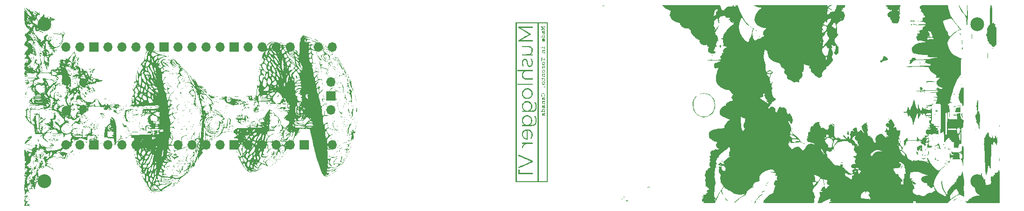
<source format=gbr>
%TF.GenerationSoftware,KiCad,Pcbnew,(6.0.8)*%
%TF.CreationDate,2022-11-30T15:49:30-05:00*%
%TF.ProjectId,mushroomDataloggerProject,6d757368-726f-46f6-9d44-6174616c6f67,rev?*%
%TF.SameCoordinates,Original*%
%TF.FileFunction,Soldermask,Bot*%
%TF.FilePolarity,Negative*%
%FSLAX46Y46*%
G04 Gerber Fmt 4.6, Leading zero omitted, Abs format (unit mm)*
G04 Created by KiCad (PCBNEW (6.0.8)) date 2022-11-30 15:49:30*
%MOMM*%
%LPD*%
G01*
G04 APERTURE LIST*
%ADD10O,1.800000X1.800000*%
%ADD11O,1.500000X1.500000*%
%ADD12O,1.700000X1.700000*%
%ADD13R,1.700000X1.700000*%
%ADD14C,2.500000*%
G04 APERTURE END LIST*
%TO.C,G\u002A\u002A\u002A*%
G36*
X111188249Y-52225136D02*
G01*
X105357121Y-52225136D01*
X105357121Y-52027471D01*
X105554786Y-52027471D01*
X109330195Y-52027471D01*
X109547626Y-52027471D01*
X110990584Y-52027471D01*
X110990584Y-23346226D01*
X109547626Y-23346226D01*
X109547626Y-52027471D01*
X109330195Y-52027471D01*
X109330195Y-23346226D01*
X105554786Y-23346226D01*
X105554786Y-52027471D01*
X105357121Y-52027471D01*
X105357121Y-23148560D01*
X111188249Y-23148560D01*
X111188249Y-52225136D01*
G37*
G36*
X110827395Y-34795038D02*
G01*
X110830281Y-34810261D01*
X110801871Y-34838387D01*
X110743992Y-34877415D01*
X110658474Y-34925341D01*
X110496420Y-35010215D01*
X110496420Y-34941568D01*
X110498516Y-34903043D01*
X110511058Y-34878406D01*
X110543301Y-34860749D01*
X110604497Y-34841503D01*
X110647272Y-34829445D01*
X110719846Y-34810402D01*
X110775159Y-34797567D01*
X110791383Y-34794721D01*
X110827395Y-34795038D01*
G37*
G36*
X110570545Y-24651484D02*
G01*
X110615653Y-24692493D01*
X110648019Y-24750317D01*
X110660875Y-24805689D01*
X110656038Y-24884374D01*
X110622607Y-24975060D01*
X110610768Y-25000082D01*
X110597989Y-25032561D01*
X110602898Y-25044473D01*
X110625986Y-25046148D01*
X110643436Y-25052926D01*
X110651718Y-25081334D01*
X110650694Y-25140039D01*
X110648644Y-25167881D01*
X110641244Y-25211436D01*
X110625472Y-25230022D01*
X110595253Y-25233930D01*
X110556614Y-25224726D01*
X110539520Y-25189455D01*
X110537933Y-25180075D01*
X110529167Y-25160847D01*
X110507190Y-25150310D01*
X110463230Y-25145882D01*
X110388519Y-25144980D01*
X110381682Y-25144969D01*
X110295824Y-25141475D01*
X110238851Y-25130541D01*
X110201136Y-25110389D01*
X110178588Y-25086166D01*
X110146471Y-25015761D01*
X110133434Y-24924714D01*
X110141630Y-24823406D01*
X110154362Y-24762158D01*
X110168852Y-24716767D01*
X110186290Y-24695580D01*
X110210972Y-24690350D01*
X110226033Y-24692060D01*
X110236529Y-24702614D01*
X110241488Y-24729684D01*
X110242184Y-24780930D01*
X110239893Y-24864011D01*
X110239416Y-24892400D01*
X110247032Y-24978553D01*
X110269951Y-25029434D01*
X110308588Y-25046148D01*
X110321317Y-25035781D01*
X110330449Y-24993632D01*
X110332691Y-24933396D01*
X110437121Y-24933396D01*
X110437553Y-24973753D01*
X110441564Y-25020586D01*
X110451927Y-25040750D01*
X110471216Y-25042480D01*
X110500249Y-25025558D01*
X110530224Y-24986673D01*
X110544408Y-24946924D01*
X110554261Y-24883798D01*
X110554450Y-24820027D01*
X110545169Y-24768650D01*
X110526611Y-24742709D01*
X110492217Y-24746383D01*
X110463480Y-24783184D01*
X110444178Y-24847515D01*
X110437121Y-24933396D01*
X110332691Y-24933396D01*
X110333346Y-24915805D01*
X110335744Y-24855781D01*
X110354647Y-24767305D01*
X110395907Y-24701844D01*
X110463749Y-24650817D01*
X110492296Y-24636390D01*
X110526611Y-24632415D01*
X110527315Y-24632333D01*
X110570545Y-24651484D01*
G37*
G36*
X110551182Y-25373011D02*
G01*
X110613242Y-25438472D01*
X110651773Y-25531083D01*
X110661437Y-25588215D01*
X110655804Y-25661619D01*
X110622844Y-25732339D01*
X110599815Y-25773531D01*
X110600484Y-25792747D01*
X110625986Y-25797276D01*
X110643436Y-25804054D01*
X110651718Y-25832463D01*
X110650694Y-25891167D01*
X110648644Y-25919010D01*
X110641244Y-25962564D01*
X110625472Y-25981150D01*
X110595253Y-25985058D01*
X110556614Y-25975855D01*
X110539520Y-25940584D01*
X110537234Y-25927924D01*
X110530186Y-25914672D01*
X110513264Y-25905729D01*
X110480536Y-25900249D01*
X110426070Y-25897384D01*
X110343934Y-25896286D01*
X110228197Y-25896109D01*
X109923191Y-25896109D01*
X109923191Y-25819463D01*
X109926884Y-25775841D01*
X109945518Y-25726366D01*
X109975560Y-25705309D01*
X110012140Y-25718210D01*
X110027845Y-25735405D01*
X110041790Y-25770047D01*
X110059110Y-25790230D01*
X110113088Y-25797276D01*
X110152577Y-25795545D01*
X110173643Y-25785721D01*
X110170328Y-25762685D01*
X110140964Y-25670005D01*
X110137885Y-25618194D01*
X110238631Y-25618194D01*
X110248393Y-25684073D01*
X110279025Y-25741422D01*
X110330584Y-25781927D01*
X110403127Y-25797276D01*
X110450255Y-25790613D01*
X110512741Y-25751527D01*
X110519258Y-25744189D01*
X110547365Y-25690792D01*
X110555720Y-25615352D01*
X110552468Y-25564324D01*
X110528027Y-25490817D01*
X110479238Y-25448126D01*
X110405603Y-25435658D01*
X110333993Y-25452496D01*
X110281487Y-25494093D01*
X110249681Y-25552096D01*
X110238631Y-25618194D01*
X110137885Y-25618194D01*
X110134965Y-25569044D01*
X110163913Y-25482091D01*
X110228379Y-25405644D01*
X110294272Y-25360403D01*
X110384654Y-25331890D01*
X110405603Y-25333056D01*
X110472638Y-25336789D01*
X110551182Y-25373011D01*
G37*
G36*
X110494444Y-26061093D02*
G01*
X110565795Y-26104750D01*
X110621567Y-26174986D01*
X110654804Y-26271673D01*
X110658638Y-26300426D01*
X110660248Y-26379852D01*
X110652594Y-26464606D01*
X110637567Y-26543483D01*
X110617055Y-26605277D01*
X110592945Y-26638780D01*
X110573155Y-26645387D01*
X110546653Y-26630662D01*
X110533351Y-26590362D01*
X110537695Y-26532996D01*
X110542500Y-26508265D01*
X110551472Y-26433828D01*
X110555248Y-26356783D01*
X110552872Y-26299852D01*
X110538645Y-26245064D01*
X110506928Y-26198651D01*
X110458136Y-26143191D01*
X110457512Y-26395214D01*
X110457363Y-26457726D01*
X110456074Y-26545516D01*
X110451067Y-26602213D01*
X110439506Y-26633289D01*
X110418559Y-26644212D01*
X110385389Y-26640454D01*
X110337164Y-26627486D01*
X110282532Y-26605065D01*
X110208171Y-26544213D01*
X110157009Y-26461045D01*
X110133660Y-26364225D01*
X110135640Y-26342020D01*
X110240084Y-26342020D01*
X110244423Y-26399178D01*
X110269221Y-26455932D01*
X110323463Y-26507320D01*
X110324837Y-26508351D01*
X110340217Y-26516858D01*
X110349946Y-26510538D01*
X110355306Y-26483214D01*
X110357581Y-26428712D01*
X110358054Y-26340856D01*
X110358053Y-26332050D01*
X110357488Y-26247254D01*
X110355030Y-26195330D01*
X110349396Y-26170135D01*
X110339302Y-26165526D01*
X110323463Y-26175362D01*
X110280290Y-26214745D01*
X110249025Y-26269317D01*
X110240084Y-26342020D01*
X110135640Y-26342020D01*
X110142737Y-26262413D01*
X110147519Y-26245879D01*
X110192404Y-26154759D01*
X110256496Y-26090846D01*
X110332838Y-26054015D01*
X110339302Y-26053233D01*
X110414473Y-26044139D01*
X110494444Y-26061093D01*
G37*
G36*
X110529750Y-30362362D02*
G01*
X110567410Y-30389434D01*
X110621654Y-30456775D01*
X110655179Y-30551128D01*
X110661591Y-30604222D01*
X110658807Y-30669728D01*
X110651609Y-30703834D01*
X110612171Y-30796920D01*
X110553229Y-30862859D01*
X110481231Y-30902291D01*
X110402623Y-30915853D01*
X110323851Y-30904184D01*
X110251363Y-30867923D01*
X110191604Y-30807706D01*
X110151021Y-30724174D01*
X110137322Y-30626917D01*
X110239455Y-30626917D01*
X110242887Y-30681882D01*
X110260369Y-30726086D01*
X110300271Y-30766803D01*
X110314803Y-30778410D01*
X110381402Y-30812492D01*
X110442951Y-30808316D01*
X110503608Y-30765865D01*
X110541403Y-30711404D01*
X110559187Y-30632402D01*
X110544625Y-30551639D01*
X110497941Y-30480425D01*
X110486170Y-30469433D01*
X110438230Y-30436076D01*
X110397588Y-30422646D01*
X110388432Y-30423702D01*
X110344061Y-30443494D01*
X110297234Y-30480425D01*
X110269938Y-30511016D01*
X110245701Y-30560269D01*
X110239455Y-30626917D01*
X110137322Y-30626917D01*
X110136061Y-30617964D01*
X110136618Y-30598521D01*
X110158042Y-30500385D01*
X110205800Y-30420115D01*
X110273370Y-30361944D01*
X110354231Y-30330106D01*
X110397588Y-30329477D01*
X110441865Y-30328835D01*
X110529750Y-30362362D01*
G37*
G36*
X110529750Y-31785553D02*
G01*
X110567410Y-31812625D01*
X110621654Y-31879966D01*
X110655179Y-31974319D01*
X110661591Y-32027413D01*
X110658807Y-32092918D01*
X110651609Y-32127025D01*
X110612171Y-32220111D01*
X110553229Y-32286050D01*
X110481231Y-32325482D01*
X110402623Y-32339044D01*
X110323851Y-32327375D01*
X110251363Y-32291113D01*
X110191604Y-32230897D01*
X110151021Y-32147365D01*
X110137322Y-32050108D01*
X110239455Y-32050108D01*
X110242887Y-32105073D01*
X110260369Y-32149277D01*
X110300271Y-32189994D01*
X110314803Y-32201601D01*
X110381402Y-32235682D01*
X110442951Y-32231507D01*
X110503608Y-32189055D01*
X110541403Y-32134594D01*
X110559187Y-32055592D01*
X110544625Y-31974830D01*
X110497941Y-31903616D01*
X110486170Y-31892623D01*
X110438230Y-31859266D01*
X110397588Y-31845836D01*
X110388432Y-31846893D01*
X110344061Y-31866685D01*
X110297234Y-31903616D01*
X110269938Y-31934207D01*
X110245701Y-31983459D01*
X110239455Y-32050108D01*
X110137322Y-32050108D01*
X110136061Y-32041155D01*
X110136618Y-32021712D01*
X110158042Y-31923576D01*
X110205800Y-31843306D01*
X110273370Y-31785135D01*
X110354231Y-31753297D01*
X110397588Y-31752668D01*
X110441865Y-31752025D01*
X110529750Y-31785553D01*
G37*
G36*
X110200792Y-33209732D02*
G01*
X110234111Y-33223633D01*
X110252303Y-33269027D01*
X110264163Y-33328327D01*
X110416761Y-33328327D01*
X110466211Y-33329111D01*
X110544332Y-33337492D01*
X110596015Y-33358893D01*
X110629793Y-33398032D01*
X110654199Y-33459627D01*
X110661729Y-33505730D01*
X110658701Y-33584163D01*
X110642739Y-33666200D01*
X110616930Y-33737518D01*
X110584359Y-33783796D01*
X110559474Y-33797320D01*
X110527570Y-33784202D01*
X110512278Y-33766541D01*
X110511308Y-33739203D01*
X110528580Y-33691049D01*
X110534588Y-33674282D01*
X110548955Y-33603085D01*
X110551788Y-33529151D01*
X110545837Y-33437043D01*
X110402529Y-33431235D01*
X110259222Y-33425428D01*
X110259222Y-33543276D01*
X110256617Y-33630057D01*
X110247224Y-33686188D01*
X110229005Y-33715323D01*
X110199922Y-33723657D01*
X110171710Y-33715958D01*
X110153076Y-33687604D01*
X110143395Y-33632395D01*
X110140623Y-33544142D01*
X110140623Y-33427159D01*
X110063204Y-33427159D01*
X110007339Y-33420524D01*
X109975323Y-33396037D01*
X109977634Y-33353035D01*
X109979833Y-33349293D01*
X110010022Y-33334321D01*
X110061200Y-33328327D01*
X110110500Y-33324911D01*
X110135187Y-33308265D01*
X110147541Y-33269027D01*
X110147799Y-33267756D01*
X110166235Y-33223065D01*
X110199922Y-33209728D01*
X110200792Y-33209732D01*
G37*
G36*
X110529750Y-33920339D02*
G01*
X110567410Y-33947411D01*
X110621654Y-34014752D01*
X110655179Y-34109105D01*
X110661591Y-34162199D01*
X110658807Y-34227704D01*
X110651609Y-34261811D01*
X110612171Y-34354897D01*
X110553229Y-34420836D01*
X110481231Y-34460268D01*
X110402623Y-34473830D01*
X110323851Y-34462161D01*
X110251363Y-34425899D01*
X110191604Y-34365683D01*
X110151021Y-34282151D01*
X110137322Y-34184893D01*
X110239455Y-34184893D01*
X110242887Y-34239859D01*
X110260369Y-34284063D01*
X110300271Y-34324780D01*
X110314803Y-34336387D01*
X110381402Y-34370468D01*
X110442951Y-34366293D01*
X110503608Y-34323841D01*
X110541403Y-34269380D01*
X110559187Y-34190378D01*
X110544625Y-34109616D01*
X110497941Y-34038402D01*
X110486170Y-34027409D01*
X110438230Y-33994052D01*
X110397588Y-33980622D01*
X110388432Y-33981679D01*
X110344061Y-34001471D01*
X110297234Y-34038402D01*
X110269938Y-34068993D01*
X110245701Y-34118245D01*
X110239455Y-34184893D01*
X110137322Y-34184893D01*
X110136061Y-34175941D01*
X110136618Y-34156498D01*
X110158042Y-34058362D01*
X110205800Y-33978092D01*
X110273370Y-33919921D01*
X110354231Y-33888083D01*
X110397588Y-33887454D01*
X110441865Y-33886811D01*
X110529750Y-33920339D01*
G37*
G36*
X110383166Y-36004979D02*
G01*
X110444443Y-36019687D01*
X110539960Y-36071745D01*
X110611579Y-36153988D01*
X110656387Y-36263657D01*
X110661043Y-36286622D01*
X110664120Y-36369625D01*
X110650163Y-36453003D01*
X110622551Y-36526817D01*
X110584668Y-36581131D01*
X110539894Y-36606005D01*
X110524676Y-36606423D01*
X110499668Y-36589295D01*
X110499998Y-36551786D01*
X110526699Y-36502020D01*
X110534198Y-36489192D01*
X110549955Y-36431083D01*
X110555720Y-36350346D01*
X110555715Y-36346804D01*
X110551594Y-36273788D01*
X110536575Y-36222918D01*
X110505959Y-36177904D01*
X110495256Y-36166351D01*
X110425697Y-36122323D01*
X110339651Y-36102739D01*
X110249074Y-36107306D01*
X110165921Y-36135735D01*
X110102149Y-36187734D01*
X110073704Y-36240210D01*
X110059948Y-36319988D01*
X110072214Y-36398935D01*
X110110074Y-36462221D01*
X110114434Y-36466501D01*
X110152425Y-36497883D01*
X110179257Y-36510739D01*
X110192085Y-36516033D01*
X110199744Y-36542315D01*
X110191225Y-36575310D01*
X110168656Y-36597574D01*
X110166172Y-36598489D01*
X110111757Y-36608205D01*
X110051616Y-36606384D01*
X110007675Y-36593572D01*
X109991386Y-36566642D01*
X109985079Y-36519750D01*
X109985146Y-36515158D01*
X109979960Y-36453412D01*
X109966927Y-36387240D01*
X109958083Y-36339274D01*
X109965339Y-36240799D01*
X110004640Y-36153359D01*
X110071029Y-36081506D01*
X110159550Y-36029791D01*
X110265247Y-36002764D01*
X110383166Y-36004979D01*
G37*
G36*
X110570545Y-36748605D02*
G01*
X110615653Y-36789614D01*
X110648019Y-36847437D01*
X110660875Y-36902809D01*
X110656038Y-36981495D01*
X110622607Y-37072181D01*
X110610768Y-37097202D01*
X110597989Y-37129682D01*
X110602898Y-37141594D01*
X110625986Y-37143268D01*
X110643436Y-37150046D01*
X110651718Y-37178455D01*
X110650694Y-37237159D01*
X110648644Y-37265002D01*
X110641244Y-37308557D01*
X110625472Y-37327142D01*
X110595253Y-37331050D01*
X110556614Y-37321847D01*
X110539520Y-37286576D01*
X110537933Y-37277196D01*
X110529167Y-37257967D01*
X110507190Y-37247431D01*
X110463230Y-37243003D01*
X110388519Y-37242101D01*
X110381682Y-37242089D01*
X110295824Y-37238596D01*
X110238851Y-37227662D01*
X110201136Y-37207510D01*
X110178588Y-37183286D01*
X110146471Y-37112882D01*
X110133434Y-37021835D01*
X110141630Y-36920526D01*
X110154362Y-36859278D01*
X110168852Y-36813887D01*
X110186290Y-36792700D01*
X110210972Y-36787471D01*
X110226033Y-36789180D01*
X110236529Y-36799735D01*
X110241488Y-36826805D01*
X110242184Y-36878050D01*
X110239893Y-36961132D01*
X110239416Y-36989521D01*
X110247032Y-37075674D01*
X110269951Y-37126554D01*
X110308588Y-37143268D01*
X110321317Y-37132902D01*
X110330449Y-37090753D01*
X110332691Y-37030517D01*
X110437121Y-37030517D01*
X110437553Y-37070874D01*
X110441564Y-37117707D01*
X110451927Y-37137870D01*
X110471216Y-37139601D01*
X110500249Y-37122679D01*
X110530224Y-37083794D01*
X110544408Y-37044045D01*
X110554261Y-36980919D01*
X110554450Y-36917147D01*
X110545169Y-36865771D01*
X110526611Y-36839830D01*
X110492217Y-36843503D01*
X110463480Y-36880304D01*
X110444178Y-36944636D01*
X110437121Y-37030517D01*
X110332691Y-37030517D01*
X110333346Y-37012926D01*
X110335744Y-36952902D01*
X110354647Y-36864425D01*
X110395907Y-36798965D01*
X110463749Y-36747938D01*
X110492296Y-36733510D01*
X110526611Y-36729536D01*
X110527315Y-36729454D01*
X110570545Y-36748605D01*
G37*
G36*
X110570545Y-38171795D02*
G01*
X110615653Y-38212805D01*
X110648019Y-38270628D01*
X110660875Y-38326000D01*
X110656038Y-38404686D01*
X110622607Y-38495371D01*
X110610768Y-38520393D01*
X110597989Y-38552873D01*
X110602898Y-38564784D01*
X110625986Y-38566459D01*
X110643436Y-38573237D01*
X110651718Y-38601646D01*
X110650694Y-38660350D01*
X110648644Y-38688192D01*
X110641244Y-38731747D01*
X110625472Y-38750333D01*
X110595253Y-38754241D01*
X110556614Y-38745038D01*
X110539520Y-38709766D01*
X110537933Y-38700386D01*
X110529167Y-38681158D01*
X110507190Y-38670621D01*
X110463230Y-38666194D01*
X110388519Y-38665292D01*
X110381682Y-38665280D01*
X110295824Y-38661786D01*
X110238851Y-38650852D01*
X110201136Y-38630700D01*
X110178588Y-38606477D01*
X110146471Y-38536073D01*
X110133434Y-38445026D01*
X110141630Y-38343717D01*
X110154362Y-38282469D01*
X110168852Y-38237078D01*
X110186290Y-38215891D01*
X110210972Y-38210661D01*
X110226033Y-38212371D01*
X110236529Y-38222925D01*
X110241488Y-38249995D01*
X110242184Y-38301241D01*
X110239893Y-38384322D01*
X110239416Y-38412712D01*
X110247032Y-38498865D01*
X110269951Y-38549745D01*
X110308588Y-38566459D01*
X110321317Y-38556092D01*
X110330449Y-38513943D01*
X110332691Y-38453707D01*
X110437121Y-38453707D01*
X110437553Y-38494064D01*
X110441564Y-38540898D01*
X110451927Y-38561061D01*
X110471216Y-38562792D01*
X110500249Y-38545869D01*
X110530224Y-38506984D01*
X110544408Y-38467236D01*
X110554261Y-38404109D01*
X110554450Y-38340338D01*
X110545169Y-38288962D01*
X110526611Y-38263020D01*
X110492217Y-38266694D01*
X110463480Y-38303495D01*
X110444178Y-38367827D01*
X110437121Y-38453707D01*
X110332691Y-38453707D01*
X110333346Y-38436117D01*
X110335744Y-38376093D01*
X110354647Y-38287616D01*
X110395907Y-38222155D01*
X110463749Y-38171128D01*
X110492296Y-38156701D01*
X110526611Y-38152727D01*
X110527315Y-38152645D01*
X110570545Y-38171795D01*
G37*
G36*
X110551182Y-38893323D02*
G01*
X110613242Y-38958783D01*
X110651773Y-39051394D01*
X110661437Y-39108526D01*
X110655804Y-39181931D01*
X110622844Y-39252651D01*
X110599815Y-39293842D01*
X110600484Y-39313058D01*
X110625986Y-39317587D01*
X110643436Y-39324365D01*
X110651718Y-39352774D01*
X110650694Y-39411479D01*
X110648644Y-39439321D01*
X110641244Y-39482876D01*
X110625472Y-39501461D01*
X110595253Y-39505370D01*
X110556614Y-39496166D01*
X110539520Y-39460895D01*
X110537234Y-39448235D01*
X110530186Y-39434983D01*
X110513264Y-39426041D01*
X110480536Y-39420561D01*
X110426070Y-39417695D01*
X110343934Y-39416598D01*
X110228197Y-39416420D01*
X109923191Y-39416420D01*
X109923191Y-39339774D01*
X109926884Y-39296152D01*
X109945518Y-39246677D01*
X109975560Y-39225620D01*
X110012140Y-39238521D01*
X110027845Y-39255717D01*
X110041790Y-39290358D01*
X110059110Y-39310541D01*
X110113088Y-39317587D01*
X110152577Y-39315857D01*
X110173643Y-39306032D01*
X110170328Y-39282996D01*
X110140964Y-39190317D01*
X110137885Y-39138505D01*
X110238631Y-39138505D01*
X110248393Y-39204385D01*
X110279025Y-39261733D01*
X110330584Y-39302238D01*
X110403127Y-39317587D01*
X110450255Y-39310924D01*
X110512741Y-39271839D01*
X110519258Y-39264500D01*
X110547365Y-39211103D01*
X110555720Y-39135663D01*
X110552468Y-39084635D01*
X110528027Y-39011128D01*
X110479238Y-38968438D01*
X110405603Y-38955969D01*
X110333993Y-38972808D01*
X110281487Y-39014404D01*
X110249681Y-39072407D01*
X110238631Y-39138505D01*
X110137885Y-39138505D01*
X110134965Y-39089355D01*
X110163913Y-39002402D01*
X110228379Y-38925955D01*
X110294272Y-38880714D01*
X110384654Y-38852201D01*
X110405603Y-38853367D01*
X110472638Y-38857100D01*
X110551182Y-38893323D01*
G37*
G36*
X110570545Y-39594986D02*
G01*
X110615653Y-39635995D01*
X110648019Y-39693819D01*
X110660875Y-39749191D01*
X110656038Y-39827876D01*
X110622607Y-39918562D01*
X110610768Y-39943584D01*
X110597989Y-39976063D01*
X110602898Y-39987975D01*
X110625986Y-39989650D01*
X110643436Y-39996428D01*
X110651718Y-40024836D01*
X110650694Y-40083541D01*
X110648644Y-40111383D01*
X110641244Y-40154938D01*
X110625472Y-40173524D01*
X110595253Y-40177432D01*
X110556614Y-40168228D01*
X110539520Y-40132957D01*
X110537933Y-40123577D01*
X110529167Y-40104348D01*
X110507190Y-40093812D01*
X110463230Y-40089384D01*
X110388519Y-40088482D01*
X110381682Y-40088471D01*
X110295824Y-40084977D01*
X110238851Y-40074043D01*
X110201136Y-40053891D01*
X110178588Y-40029668D01*
X110146471Y-39959263D01*
X110133434Y-39868216D01*
X110141630Y-39766908D01*
X110154362Y-39705660D01*
X110168852Y-39660269D01*
X110186290Y-39639082D01*
X110210972Y-39633852D01*
X110226033Y-39635562D01*
X110236529Y-39646116D01*
X110241488Y-39673186D01*
X110242184Y-39724432D01*
X110239893Y-39807513D01*
X110239416Y-39835902D01*
X110247032Y-39922055D01*
X110269951Y-39972936D01*
X110308588Y-39989650D01*
X110321317Y-39979283D01*
X110330449Y-39937134D01*
X110332691Y-39876898D01*
X110437121Y-39876898D01*
X110437553Y-39917255D01*
X110441564Y-39964088D01*
X110451927Y-39984251D01*
X110471216Y-39985982D01*
X110500249Y-39969060D01*
X110530224Y-39930175D01*
X110544408Y-39890426D01*
X110554261Y-39827300D01*
X110554450Y-39763529D01*
X110545169Y-39712152D01*
X110526611Y-39686211D01*
X110492217Y-39689885D01*
X110463480Y-39726686D01*
X110444178Y-39791017D01*
X110437121Y-39876898D01*
X110332691Y-39876898D01*
X110333346Y-39859307D01*
X110335744Y-39799283D01*
X110354647Y-39710806D01*
X110395907Y-39645346D01*
X110463749Y-39594319D01*
X110492296Y-39579892D01*
X110526611Y-39575917D01*
X110527315Y-39575835D01*
X110570545Y-39594986D01*
G37*
G36*
X110623499Y-23858991D02*
G01*
X110624224Y-23859600D01*
X110643004Y-23886593D01*
X110651136Y-23932210D01*
X110650473Y-24006598D01*
X110650349Y-24009162D01*
X110645972Y-24074506D01*
X110638141Y-24109800D01*
X110622640Y-24124235D01*
X110595253Y-24127004D01*
X110584245Y-24126643D01*
X110552168Y-24113363D01*
X110539582Y-24072646D01*
X110533327Y-24018288D01*
X110366625Y-24018288D01*
X110336751Y-24018528D01*
X110266861Y-24021259D01*
X110218319Y-24026391D01*
X110200214Y-24033113D01*
X110200869Y-24034798D01*
X110223675Y-24051364D01*
X110272468Y-24077114D01*
X110338288Y-24107237D01*
X110344116Y-24109751D01*
X110413188Y-24141413D01*
X110453207Y-24165993D01*
X110471741Y-24189576D01*
X110476362Y-24218248D01*
X110476354Y-24221022D01*
X110471155Y-24249012D01*
X110451378Y-24272723D01*
X110409573Y-24298286D01*
X110338288Y-24331828D01*
X110323677Y-24338417D01*
X110260792Y-24368200D01*
X110216607Y-24391470D01*
X110199922Y-24403658D01*
X110202612Y-24405439D01*
X110233313Y-24409620D01*
X110291021Y-24412528D01*
X110366625Y-24413619D01*
X110533327Y-24413619D01*
X110539582Y-24359261D01*
X110541298Y-24347198D01*
X110557238Y-24313594D01*
X110595253Y-24304903D01*
X110612361Y-24305634D01*
X110634363Y-24315237D01*
X110645267Y-24344127D01*
X110650842Y-24402425D01*
X110652137Y-24432687D01*
X110651176Y-24498628D01*
X110645524Y-24545733D01*
X110637672Y-24564928D01*
X110607063Y-24589125D01*
X110571329Y-24585132D01*
X110545837Y-24551984D01*
X110543466Y-24545341D01*
X110532930Y-24530321D01*
X110511388Y-24520715D01*
X110471710Y-24515329D01*
X110406764Y-24512972D01*
X110309421Y-24512451D01*
X110237144Y-24512841D01*
X110160397Y-24515226D01*
X110111986Y-24520546D01*
X110085278Y-24529676D01*
X110073643Y-24543487D01*
X110058866Y-24561016D01*
X110017170Y-24568196D01*
X110015859Y-24568004D01*
X109987991Y-24557434D01*
X109973698Y-24529410D01*
X109967207Y-24472918D01*
X109961806Y-24383969D01*
X110140164Y-24307230D01*
X110189423Y-24285554D01*
X110255873Y-24254477D01*
X110301418Y-24230753D01*
X110318253Y-24218280D01*
X110311105Y-24211789D01*
X110274922Y-24191459D01*
X110215098Y-24162197D01*
X110139434Y-24127944D01*
X109960884Y-24049818D01*
X109966746Y-23959929D01*
X109967002Y-23956098D01*
X109973981Y-23900981D01*
X109988791Y-23873835D01*
X110017170Y-23863711D01*
X110045935Y-23865233D01*
X110073643Y-23888419D01*
X110079201Y-23897361D01*
X110099339Y-23908394D01*
X110138810Y-23915147D01*
X110204337Y-23918530D01*
X110302643Y-23919455D01*
X110329011Y-23919431D01*
X110417037Y-23918441D01*
X110475575Y-23914971D01*
X110512721Y-23907614D01*
X110536573Y-23894966D01*
X110555227Y-23875622D01*
X110571923Y-23856518D01*
X110596258Y-23843712D01*
X110623499Y-23858991D01*
G37*
G36*
X110624903Y-27516965D02*
G01*
X110630798Y-27523137D01*
X110642306Y-27549171D01*
X110649606Y-27595350D01*
X110653440Y-27668121D01*
X110654552Y-27773930D01*
X110654389Y-27820264D01*
X110652286Y-27912197D01*
X110647166Y-27973650D01*
X110638286Y-28011067D01*
X110624903Y-28030895D01*
X110597895Y-28044365D01*
X110565997Y-28032536D01*
X110544093Y-27989430D01*
X110535953Y-27919759D01*
X110535953Y-27833229D01*
X110138816Y-27833229D01*
X110144661Y-27699805D01*
X110145798Y-27674898D01*
X110150184Y-27614295D01*
X110158251Y-27581842D01*
X110173622Y-27568788D01*
X110199922Y-27566381D01*
X110230106Y-27570371D01*
X110247761Y-27591312D01*
X110255473Y-27640506D01*
X110261608Y-27714630D01*
X110535953Y-27714630D01*
X110535953Y-27628101D01*
X110540255Y-27575512D01*
X110558675Y-27524472D01*
X110588148Y-27503386D01*
X110624903Y-27516965D01*
G37*
G36*
X110641375Y-28182438D02*
G01*
X110642670Y-28184045D01*
X110650710Y-28216037D01*
X110653903Y-28270709D01*
X110652516Y-28333303D01*
X110646812Y-28389062D01*
X110637056Y-28423229D01*
X110628555Y-28433250D01*
X110594023Y-28443885D01*
X110559048Y-28428219D01*
X110539520Y-28391432D01*
X110536942Y-28378141D01*
X110523909Y-28358040D01*
X110492461Y-28349157D01*
X110432078Y-28347159D01*
X110381399Y-28350441D01*
X110303454Y-28375694D01*
X110255683Y-28424982D01*
X110239455Y-28497237D01*
X110239886Y-28528133D01*
X110247018Y-28580137D01*
X110269282Y-28608938D01*
X110314775Y-28621276D01*
X110391592Y-28623891D01*
X110437128Y-28623294D01*
X110493682Y-28618011D01*
X110529144Y-28604645D01*
X110555227Y-28580057D01*
X110571991Y-28560881D01*
X110596295Y-28548144D01*
X110623560Y-28563477D01*
X110637354Y-28579215D01*
X110650150Y-28621404D01*
X110650533Y-28691318D01*
X110648744Y-28717825D01*
X110641440Y-28766242D01*
X110626475Y-28789590D01*
X110598753Y-28798412D01*
X110563359Y-28795286D01*
X110542090Y-28763820D01*
X110541361Y-28761145D01*
X110530943Y-28740660D01*
X110508264Y-28729062D01*
X110464242Y-28723900D01*
X110389797Y-28722724D01*
X110364867Y-28722493D01*
X110271969Y-28714592D01*
X110208706Y-28692632D01*
X110167887Y-28652791D01*
X110142318Y-28591248D01*
X110141201Y-28587100D01*
X110133366Y-28516134D01*
X110150600Y-28439291D01*
X110152401Y-28433985D01*
X110166560Y-28373853D01*
X110158089Y-28345738D01*
X110156364Y-28344412D01*
X110145181Y-28314816D01*
X110144098Y-28266020D01*
X110146809Y-28244971D01*
X110162199Y-28206938D01*
X110195069Y-28192582D01*
X110223834Y-28194105D01*
X110251542Y-28217291D01*
X110254395Y-28222981D01*
X110275923Y-28238185D01*
X110320951Y-28246072D01*
X110397397Y-28248327D01*
X110463248Y-28247266D01*
X110508332Y-28242020D01*
X110531391Y-28230041D01*
X110541681Y-28208794D01*
X110563860Y-28180047D01*
X110604204Y-28168400D01*
X110641375Y-28182438D01*
G37*
G36*
X110115914Y-29616328D02*
G01*
X110144654Y-29617487D01*
X110211141Y-29621804D01*
X110248694Y-29629018D01*
X110265340Y-29641503D01*
X110269105Y-29661634D01*
X110269050Y-29664936D01*
X110261147Y-29688290D01*
X110233094Y-29700810D01*
X110175214Y-29707192D01*
X110130692Y-29710638D01*
X110096300Y-29719345D01*
X110083326Y-29740156D01*
X110081323Y-29781316D01*
X110081323Y-29849416D01*
X110535953Y-29849416D01*
X110535953Y-29792537D01*
X110538155Y-29765910D01*
X110556827Y-29719804D01*
X110588283Y-29699190D01*
X110624903Y-29711050D01*
X110633496Y-29720928D01*
X110645884Y-29755656D01*
X110652558Y-29815953D01*
X110654552Y-29908716D01*
X110654082Y-29959264D01*
X110649894Y-30035045D01*
X110640512Y-30081784D01*
X110624903Y-30106381D01*
X110604755Y-30117557D01*
X110570627Y-30111073D01*
X110545646Y-30074788D01*
X110535953Y-30015012D01*
X110535953Y-29948249D01*
X110081323Y-29948249D01*
X110081323Y-30104215D01*
X110175214Y-30110240D01*
X110183048Y-30110766D01*
X110237310Y-30117575D01*
X110262769Y-30131020D01*
X110269105Y-30155798D01*
X110268812Y-30163225D01*
X110261793Y-30180648D01*
X110239322Y-30191186D01*
X110193371Y-30197213D01*
X110115914Y-30201104D01*
X109962724Y-30206877D01*
X109962724Y-29610555D01*
X110115914Y-29616328D01*
G37*
G36*
X110624903Y-31062323D02*
G01*
X110629671Y-31064799D01*
X110641901Y-31082497D01*
X110649527Y-31119912D01*
X110653446Y-31183634D01*
X110654552Y-31280253D01*
X110654389Y-31330122D01*
X110652225Y-31424659D01*
X110646520Y-31487992D01*
X110635984Y-31525978D01*
X110619325Y-31544475D01*
X110595253Y-31549338D01*
X110575880Y-31546187D01*
X110552250Y-31523196D01*
X110539665Y-31472947D01*
X110535953Y-31389589D01*
X110535953Y-31292373D01*
X110447128Y-31292373D01*
X110416511Y-31292952D01*
X110371911Y-31300911D01*
X110337927Y-31325170D01*
X110298879Y-31374405D01*
X110290831Y-31385722D01*
X110251212Y-31455447D01*
X110241212Y-31513046D01*
X110258806Y-31568329D01*
X110266119Y-31590800D01*
X110256507Y-31625316D01*
X110226387Y-31640639D01*
X110187980Y-31626696D01*
X110186172Y-31625184D01*
X110150376Y-31586125D01*
X110134822Y-31541531D01*
X110140087Y-31484667D01*
X110166749Y-31408801D01*
X110215385Y-31307198D01*
X110211419Y-31298158D01*
X110181803Y-31292373D01*
X110157687Y-31288038D01*
X110143947Y-31265793D01*
X110140623Y-31214924D01*
X110140859Y-31194489D01*
X110148359Y-31124524D01*
X110168131Y-31086450D01*
X110202531Y-31074942D01*
X110233041Y-31087832D01*
X110252303Y-31134241D01*
X110256136Y-31152264D01*
X110265965Y-31176024D01*
X110286914Y-31188290D01*
X110328455Y-31192861D01*
X110400058Y-31193541D01*
X110535953Y-31193541D01*
X110535953Y-31133621D01*
X110544489Y-31088408D01*
X110575767Y-31058771D01*
X110624903Y-31062323D01*
G37*
G36*
X110641375Y-32452010D02*
G01*
X110642670Y-32453617D01*
X110650710Y-32485609D01*
X110653903Y-32540281D01*
X110652516Y-32602875D01*
X110646812Y-32658634D01*
X110637056Y-32692801D01*
X110628555Y-32702822D01*
X110594023Y-32713456D01*
X110559048Y-32697791D01*
X110539520Y-32661004D01*
X110536942Y-32647713D01*
X110523909Y-32627612D01*
X110492461Y-32618729D01*
X110432078Y-32616731D01*
X110381399Y-32620013D01*
X110303454Y-32645266D01*
X110255683Y-32694554D01*
X110239455Y-32766809D01*
X110239886Y-32797705D01*
X110247018Y-32849709D01*
X110269282Y-32878510D01*
X110314775Y-32890848D01*
X110391592Y-32893463D01*
X110437128Y-32892866D01*
X110493682Y-32887583D01*
X110529144Y-32874217D01*
X110555227Y-32849629D01*
X110571991Y-32830453D01*
X110596295Y-32817716D01*
X110623560Y-32833049D01*
X110637354Y-32848787D01*
X110650150Y-32890976D01*
X110650533Y-32960890D01*
X110648744Y-32987397D01*
X110641440Y-33035814D01*
X110626475Y-33059162D01*
X110598753Y-33067984D01*
X110563359Y-33064858D01*
X110542090Y-33033392D01*
X110541361Y-33030717D01*
X110530943Y-33010232D01*
X110508264Y-32998634D01*
X110464242Y-32993472D01*
X110389797Y-32992296D01*
X110364867Y-32992065D01*
X110271969Y-32984164D01*
X110208706Y-32962204D01*
X110167887Y-32922363D01*
X110142318Y-32860820D01*
X110141201Y-32856672D01*
X110133366Y-32785706D01*
X110150600Y-32708863D01*
X110152401Y-32703557D01*
X110166560Y-32643425D01*
X110158089Y-32615310D01*
X110156364Y-32613984D01*
X110145181Y-32584388D01*
X110144098Y-32535592D01*
X110146809Y-32514543D01*
X110162199Y-32476510D01*
X110195069Y-32462154D01*
X110223834Y-32463677D01*
X110251542Y-32486863D01*
X110254395Y-32492553D01*
X110275923Y-32507757D01*
X110320951Y-32515644D01*
X110397397Y-32517899D01*
X110463248Y-32516838D01*
X110508332Y-32511592D01*
X110531391Y-32499613D01*
X110541681Y-32478366D01*
X110563860Y-32449619D01*
X110604204Y-32437972D01*
X110641375Y-32452010D01*
G37*
G36*
X110641375Y-37433178D02*
G01*
X110642670Y-37434784D01*
X110650710Y-37466776D01*
X110653903Y-37521448D01*
X110652516Y-37584042D01*
X110646812Y-37639801D01*
X110637056Y-37673968D01*
X110628555Y-37683990D01*
X110594023Y-37694624D01*
X110559048Y-37678958D01*
X110539520Y-37642172D01*
X110536942Y-37628880D01*
X110523909Y-37608779D01*
X110492461Y-37599897D01*
X110432078Y-37597899D01*
X110381399Y-37601180D01*
X110303454Y-37626433D01*
X110255683Y-37675721D01*
X110239455Y-37747977D01*
X110239886Y-37778873D01*
X110247018Y-37830876D01*
X110269282Y-37859677D01*
X110314775Y-37872015D01*
X110391592Y-37874630D01*
X110437128Y-37874033D01*
X110493682Y-37868750D01*
X110529144Y-37855384D01*
X110555227Y-37830797D01*
X110571991Y-37811620D01*
X110596295Y-37798883D01*
X110623560Y-37814216D01*
X110637354Y-37829954D01*
X110650150Y-37872143D01*
X110650533Y-37942057D01*
X110648744Y-37968565D01*
X110641440Y-38016981D01*
X110626475Y-38040330D01*
X110598753Y-38049151D01*
X110563359Y-38046025D01*
X110542090Y-38014560D01*
X110541361Y-38011884D01*
X110530943Y-37991399D01*
X110508264Y-37979801D01*
X110464242Y-37974639D01*
X110389797Y-37973463D01*
X110364867Y-37973232D01*
X110271969Y-37965332D01*
X110208706Y-37943371D01*
X110167887Y-37903530D01*
X110142318Y-37841987D01*
X110141201Y-37837840D01*
X110133366Y-37766874D01*
X110150600Y-37690031D01*
X110152401Y-37684724D01*
X110166560Y-37624592D01*
X110158089Y-37596477D01*
X110156364Y-37595151D01*
X110145181Y-37565555D01*
X110144098Y-37516760D01*
X110146809Y-37495711D01*
X110162199Y-37457677D01*
X110195069Y-37443322D01*
X110223834Y-37444844D01*
X110251542Y-37468030D01*
X110254395Y-37473720D01*
X110275923Y-37488924D01*
X110320951Y-37496811D01*
X110397397Y-37499066D01*
X110463248Y-37498005D01*
X110508332Y-37492759D01*
X110531391Y-37480780D01*
X110541681Y-37459533D01*
X110563860Y-37430786D01*
X110604204Y-37419140D01*
X110641375Y-37433178D01*
G37*
G36*
X110021717Y-27678734D02*
G01*
X110038484Y-27697799D01*
X110041790Y-27744280D01*
X110038673Y-27790044D01*
X110022331Y-27809606D01*
X109982490Y-27813463D01*
X109943264Y-27809826D01*
X109926496Y-27790761D01*
X109923191Y-27744280D01*
X109926308Y-27698516D01*
X109942649Y-27678954D01*
X109982490Y-27675097D01*
X110021717Y-27678734D01*
G37*
G36*
X107647772Y-37480483D02*
G01*
X107739361Y-37508531D01*
X107876023Y-37573433D01*
X108004624Y-37659653D01*
X108114675Y-37759804D01*
X108195690Y-37866498D01*
X108196520Y-37867916D01*
X108281921Y-38048386D01*
X108333038Y-38234918D01*
X108350302Y-38422565D01*
X108334145Y-38606377D01*
X108284998Y-38781408D01*
X108203292Y-38942708D01*
X108089459Y-39085331D01*
X107977424Y-39198988D01*
X108205475Y-39198988D01*
X108307002Y-39196613D01*
X108480183Y-39177553D01*
X108622570Y-39137852D01*
X108737142Y-39075643D01*
X108826873Y-38989055D01*
X108894740Y-38876218D01*
X108943719Y-38735263D01*
X108956009Y-38680536D01*
X108973782Y-38500223D01*
X108962878Y-38309648D01*
X108925158Y-38119437D01*
X108862486Y-37940214D01*
X108776724Y-37782604D01*
X108718443Y-37696247D01*
X108883941Y-37576361D01*
X108919989Y-37621721D01*
X108976697Y-37705348D01*
X109044675Y-37840880D01*
X109101866Y-37996495D01*
X109143732Y-38161245D01*
X109153042Y-38219002D01*
X109163880Y-38351184D01*
X109165082Y-38496441D01*
X109157150Y-38641806D01*
X109140586Y-38774312D01*
X109115892Y-38880995D01*
X109094311Y-38941912D01*
X109017051Y-39092725D01*
X108913659Y-39214796D01*
X108781875Y-39310408D01*
X108619438Y-39381840D01*
X108593036Y-39390450D01*
X108563062Y-39398909D01*
X108530121Y-39405939D01*
X108490559Y-39411704D01*
X108440717Y-39416367D01*
X108376939Y-39420089D01*
X108295569Y-39423034D01*
X108192950Y-39425365D01*
X108065425Y-39427243D01*
X107909338Y-39428833D01*
X107721031Y-39430296D01*
X107496848Y-39431795D01*
X106503580Y-39438211D01*
X106503580Y-39218755D01*
X106681479Y-39218755D01*
X106721185Y-39218483D01*
X106792078Y-39216410D01*
X106841083Y-39212741D01*
X106859377Y-39208009D01*
X106858979Y-39206688D01*
X106841727Y-39184865D01*
X106804072Y-39144594D01*
X106753038Y-39093441D01*
X106749672Y-39090140D01*
X106640687Y-38959868D01*
X106562078Y-38811591D01*
X106510017Y-38638134D01*
X106505199Y-38613791D01*
X106494874Y-38493833D01*
X106685935Y-38493833D01*
X106707734Y-38656352D01*
X106762190Y-38813541D01*
X106825214Y-38917119D01*
X106913380Y-39016944D01*
X107014293Y-39099448D01*
X107116955Y-39154073D01*
X107164985Y-39170520D01*
X107336788Y-39206435D01*
X107502516Y-39207069D01*
X107658161Y-39174613D01*
X107799716Y-39111253D01*
X107923174Y-39019180D01*
X108024528Y-38900582D01*
X108099771Y-38757648D01*
X108144896Y-38592566D01*
X108157196Y-38506278D01*
X108160954Y-38432453D01*
X108154348Y-38360075D01*
X108136903Y-38269961D01*
X108083169Y-38106117D01*
X107999627Y-37965084D01*
X107889712Y-37850878D01*
X107756533Y-37766042D01*
X107603205Y-37713120D01*
X107432838Y-37694654D01*
X107400856Y-37694732D01*
X107301854Y-37698482D01*
X107224168Y-37709860D01*
X107153588Y-37731749D01*
X107075907Y-37767028D01*
X107004557Y-37808959D01*
X106889747Y-37909126D01*
X106798700Y-38033630D01*
X106733197Y-38176538D01*
X106695016Y-38331917D01*
X106685935Y-38493833D01*
X106494874Y-38493833D01*
X106489220Y-38428150D01*
X106505931Y-38237470D01*
X106553539Y-38052957D01*
X106630254Y-37885816D01*
X106659645Y-37842337D01*
X106727702Y-37762307D01*
X106809968Y-37681476D01*
X106894548Y-37611174D01*
X106969544Y-37562729D01*
X106975725Y-37559618D01*
X107131770Y-37500591D01*
X107305147Y-37466592D01*
X107432838Y-37461338D01*
X107481824Y-37459323D01*
X107647772Y-37480483D01*
G37*
G36*
X107673234Y-40049873D02*
G01*
X107731764Y-40068525D01*
X107874721Y-40136292D01*
X108010537Y-40229465D01*
X108128421Y-40339920D01*
X108217579Y-40459536D01*
X108282600Y-40596903D01*
X108328801Y-40763202D01*
X108347717Y-40936359D01*
X108340189Y-41109781D01*
X108307059Y-41276880D01*
X108249169Y-41431063D01*
X108167359Y-41565741D01*
X108062473Y-41674323D01*
X108036359Y-41696304D01*
X108000241Y-41731272D01*
X107986070Y-41752180D01*
X107999083Y-41757801D01*
X108044385Y-41763413D01*
X108114502Y-41767230D01*
X108201420Y-41768638D01*
X108359866Y-41763125D01*
X108494389Y-41744218D01*
X108605386Y-41709590D01*
X108700192Y-41656925D01*
X108786144Y-41583904D01*
X108836477Y-41528872D01*
X108892425Y-41446405D01*
X108930646Y-41353091D01*
X108954620Y-41239593D01*
X108967830Y-41096576D01*
X108967558Y-40935779D01*
X108935015Y-40715935D01*
X108865085Y-40508022D01*
X108758189Y-40313612D01*
X108717040Y-40252127D01*
X108798078Y-40198499D01*
X108835149Y-40174558D01*
X108869397Y-40157940D01*
X108892807Y-40160473D01*
X108918167Y-40180210D01*
X108928836Y-40190988D01*
X108972398Y-40253201D01*
X109018609Y-40342691D01*
X109063870Y-40450296D01*
X109104579Y-40566855D01*
X109137135Y-40683209D01*
X109157938Y-40790194D01*
X109158570Y-40795165D01*
X109162859Y-40848144D01*
X109166567Y-40923851D01*
X109168951Y-41007626D01*
X109166850Y-41131105D01*
X109141543Y-41333526D01*
X109089137Y-41510653D01*
X109010280Y-41661053D01*
X108905622Y-41783295D01*
X108775810Y-41875948D01*
X108742292Y-41894069D01*
X108698320Y-41916605D01*
X108655718Y-41935459D01*
X108610766Y-41950993D01*
X108559746Y-41963564D01*
X108498941Y-41973534D01*
X108424631Y-41981263D01*
X108333099Y-41987110D01*
X108220627Y-41991435D01*
X108083496Y-41994598D01*
X107917987Y-41996960D01*
X107720383Y-41998880D01*
X107486965Y-42000718D01*
X106503580Y-42008183D01*
X106503580Y-41788405D01*
X106681479Y-41788405D01*
X106721197Y-41788009D01*
X106792085Y-41784989D01*
X106841084Y-41779646D01*
X106859377Y-41772754D01*
X106848284Y-41754545D01*
X106815413Y-41716794D01*
X106768382Y-41668979D01*
X106662361Y-41549577D01*
X106576374Y-41406378D01*
X106520633Y-41245316D01*
X106492094Y-41059674D01*
X106492189Y-41039739D01*
X106685461Y-41039739D01*
X106706554Y-41207051D01*
X106760556Y-41362164D01*
X106845110Y-41500177D01*
X106957858Y-41616188D01*
X107096443Y-41705296D01*
X107097114Y-41705625D01*
X107149739Y-41729591D01*
X107197525Y-41745052D01*
X107251559Y-41753815D01*
X107322929Y-41757686D01*
X107422724Y-41758473D01*
X107499034Y-41757844D01*
X107579074Y-41754451D01*
X107637915Y-41746672D01*
X107686216Y-41732904D01*
X107734640Y-41711542D01*
X107756311Y-41700428D01*
X107897141Y-41603962D01*
X108010078Y-41480703D01*
X108092637Y-41333967D01*
X108142335Y-41167070D01*
X108150982Y-41114615D01*
X108159348Y-41046255D01*
X108161644Y-40999054D01*
X108139906Y-40836199D01*
X108085820Y-40675253D01*
X108003738Y-40536387D01*
X107897357Y-40422086D01*
X107770376Y-40334836D01*
X107626493Y-40277122D01*
X107469406Y-40251428D01*
X107302813Y-40260241D01*
X107130413Y-40306045D01*
X107037011Y-40350597D01*
X106915905Y-40443343D01*
X106816782Y-40564737D01*
X106742942Y-40710433D01*
X106697683Y-40876086D01*
X106685461Y-41039739D01*
X106492189Y-41039739D01*
X106492973Y-40875495D01*
X106526844Y-40690789D01*
X106592102Y-40520697D01*
X106686202Y-40369265D01*
X106806598Y-40240543D01*
X106950744Y-40138577D01*
X107116094Y-40067415D01*
X107188286Y-40049712D01*
X107311939Y-40032897D01*
X107444249Y-40026995D01*
X107469406Y-40028096D01*
X107569815Y-40032492D01*
X107673234Y-40049873D01*
G37*
G36*
X108440700Y-24176420D02*
G01*
X107402957Y-24176420D01*
X107318603Y-24176472D01*
X107124979Y-24176994D01*
X106945323Y-24178034D01*
X106783285Y-24179536D01*
X106642519Y-24181447D01*
X106526676Y-24183710D01*
X106439410Y-24186271D01*
X106384372Y-24189075D01*
X106365214Y-24192066D01*
X106371673Y-24199232D01*
X106406370Y-24224396D01*
X106466005Y-24263170D01*
X106544807Y-24311847D01*
X106637004Y-24366718D01*
X106845490Y-24488734D01*
X107078245Y-24625126D01*
X107280606Y-24744001D01*
X107454680Y-24846672D01*
X107602571Y-24934449D01*
X107726384Y-25008648D01*
X107828223Y-25070579D01*
X107910194Y-25121557D01*
X107974401Y-25162893D01*
X108022949Y-25195900D01*
X108057942Y-25221891D01*
X108081486Y-25242179D01*
X108095686Y-25258077D01*
X108102645Y-25270897D01*
X108104470Y-25281952D01*
X108104088Y-25288562D01*
X108098121Y-25306839D01*
X108081784Y-25327483D01*
X108051068Y-25353337D01*
X108001961Y-25387245D01*
X107930454Y-25432050D01*
X107832536Y-25490594D01*
X107704197Y-25565721D01*
X107487824Y-25691786D01*
X107262718Y-25823156D01*
X107068219Y-25936960D01*
X106902357Y-26034378D01*
X106763162Y-26116593D01*
X106648665Y-26184783D01*
X106556896Y-26240132D01*
X106485884Y-26283818D01*
X106433661Y-26317024D01*
X106398257Y-26340929D01*
X106377701Y-26356716D01*
X106370024Y-26365564D01*
X106371567Y-26369105D01*
X106387239Y-26374216D01*
X106421523Y-26378490D01*
X106477033Y-26381991D01*
X106556386Y-26384783D01*
X106662194Y-26386926D01*
X106797075Y-26388484D01*
X106963642Y-26389519D01*
X107164511Y-26390094D01*
X107402296Y-26390272D01*
X108442673Y-26390272D01*
X108436745Y-26503930D01*
X108430817Y-26617587D01*
X107141051Y-26622672D01*
X105851284Y-26627757D01*
X105851391Y-26523840D01*
X105851498Y-26419922D01*
X106548161Y-26016327D01*
X106564387Y-26006927D01*
X106728476Y-25911920D01*
X106892105Y-25817263D01*
X107049650Y-25726201D01*
X107195490Y-25641983D01*
X107324001Y-25567856D01*
X107429559Y-25507067D01*
X107506543Y-25462864D01*
X107523685Y-25453002D01*
X107625370Y-25392224D01*
X107701381Y-25342508D01*
X107748500Y-25306081D01*
X107763508Y-25285167D01*
X107755846Y-25277624D01*
X107717796Y-25250857D01*
X107650647Y-25207390D01*
X107557493Y-25149113D01*
X107441429Y-25077922D01*
X107305549Y-24995708D01*
X107152949Y-24904364D01*
X106986721Y-24805784D01*
X106809961Y-24701861D01*
X105861167Y-24146384D01*
X105855193Y-24042803D01*
X105849218Y-23939222D01*
X108440700Y-23939222D01*
X108440700Y-24176420D01*
G37*
G36*
X107185359Y-27437920D02*
G01*
X107374570Y-27438599D01*
X107530067Y-27440574D01*
X107656552Y-27444305D01*
X107758724Y-27450251D01*
X107841284Y-27458871D01*
X107908933Y-27470627D01*
X107966371Y-27485978D01*
X108018299Y-27505384D01*
X108069417Y-27529305D01*
X108177310Y-27599786D01*
X108283966Y-27708793D01*
X108366652Y-27840313D01*
X108419240Y-27986340D01*
X108421447Y-27996983D01*
X108429575Y-28059471D01*
X108435727Y-28142724D01*
X108438715Y-28231741D01*
X108438806Y-28246785D01*
X108424328Y-28429142D01*
X108380013Y-28588569D01*
X108304793Y-28729033D01*
X108302395Y-28732505D01*
X108264643Y-28782465D01*
X108222255Y-28826971D01*
X108165708Y-28874990D01*
X108085475Y-28935489D01*
X108080288Y-28941953D01*
X108093833Y-28956024D01*
X108137330Y-28967919D01*
X108204111Y-28976189D01*
X108287510Y-28979386D01*
X108440700Y-28979689D01*
X108440700Y-29057138D01*
X108440760Y-29064318D01*
X108441885Y-29094970D01*
X108442030Y-29120535D01*
X108437982Y-29141470D01*
X108426529Y-29158235D01*
X108404458Y-29171288D01*
X108368557Y-29181088D01*
X108315613Y-29188093D01*
X108242413Y-29192762D01*
X108145745Y-29195554D01*
X108022397Y-29196927D01*
X107869155Y-29197340D01*
X107682808Y-29197252D01*
X107460142Y-29197121D01*
X106503580Y-29197121D01*
X106503580Y-28962464D01*
X107121284Y-28955324D01*
X107160790Y-28954862D01*
X107343662Y-28952325D01*
X107492654Y-28948897D01*
X107612504Y-28943670D01*
X107707952Y-28935734D01*
X107783736Y-28924180D01*
X107844597Y-28908099D01*
X107895272Y-28886582D01*
X107940503Y-28858720D01*
X107985026Y-28823603D01*
X108033583Y-28780324D01*
X108096195Y-28717924D01*
X108161761Y-28629976D01*
X108203842Y-28533610D01*
X108226303Y-28419065D01*
X108233008Y-28276579D01*
X108232331Y-28191973D01*
X108228366Y-28121767D01*
X108218772Y-28067968D01*
X108201226Y-28018258D01*
X108173407Y-27960314D01*
X108171256Y-27956143D01*
X108090413Y-27842588D01*
X107981464Y-27752985D01*
X107851209Y-27692979D01*
X107819632Y-27687193D01*
X107747059Y-27680453D01*
X107640080Y-27674295D01*
X107501529Y-27668848D01*
X107334241Y-27664242D01*
X107141051Y-27660606D01*
X106503580Y-27650950D01*
X106503580Y-27437899D01*
X107135136Y-27437899D01*
X107185359Y-27437920D01*
G37*
G36*
X108250673Y-29728673D02*
G01*
X108284758Y-29788617D01*
X108322419Y-29874302D01*
X108360869Y-29978658D01*
X108397321Y-30094613D01*
X108428988Y-30215097D01*
X108429419Y-30217239D01*
X108432374Y-30255425D01*
X108433990Y-30323157D01*
X108434156Y-30411519D01*
X108432756Y-30511595D01*
X108432749Y-30511912D01*
X108425409Y-30664714D01*
X108409082Y-30787941D01*
X108381224Y-30891008D01*
X108339294Y-30983329D01*
X108280748Y-31074318D01*
X108238479Y-31123540D01*
X108142529Y-31194484D01*
X108031077Y-31237898D01*
X107912255Y-31253190D01*
X107794196Y-31239769D01*
X107685034Y-31197041D01*
X107592902Y-31124414D01*
X107549639Y-31070684D01*
X107502601Y-30989330D01*
X107462336Y-30887574D01*
X107426419Y-30759039D01*
X107392426Y-30597351D01*
X107369886Y-30482848D01*
X107334353Y-30329670D01*
X107297453Y-30210042D01*
X107256920Y-30120324D01*
X107210493Y-30056878D01*
X107155905Y-30016066D01*
X107090895Y-29994246D01*
X107013197Y-29987782D01*
X106982323Y-29989473D01*
X106885896Y-30019104D01*
X106803970Y-30083389D01*
X106740737Y-30179379D01*
X106709325Y-30268488D01*
X106687161Y-30404319D01*
X106684570Y-30555084D01*
X106700938Y-30710259D01*
X106735652Y-30859319D01*
X106788098Y-30991737D01*
X106835904Y-31086079D01*
X106759717Y-31129926D01*
X106738810Y-31141583D01*
X106692378Y-31164618D01*
X106665437Y-31173774D01*
X106663407Y-31173553D01*
X106640761Y-31151732D01*
X106613301Y-31099546D01*
X106583740Y-31024570D01*
X106554792Y-30934378D01*
X106529169Y-30836544D01*
X106509584Y-30738644D01*
X106501303Y-30681878D01*
X106489437Y-30491711D01*
X106502825Y-30317165D01*
X106539614Y-30161052D01*
X106597951Y-30026187D01*
X106675983Y-29915384D01*
X106771857Y-29831457D01*
X106883720Y-29777220D01*
X107009720Y-29755487D01*
X107148002Y-29769072D01*
X107161084Y-29772148D01*
X107248622Y-29802649D01*
X107322587Y-29849756D01*
X107385280Y-29917289D01*
X107439007Y-30009070D01*
X107486070Y-30128920D01*
X107528774Y-30280660D01*
X107569421Y-30468110D01*
X107578810Y-30515241D01*
X107614020Y-30672990D01*
X107649528Y-30796071D01*
X107687680Y-30888274D01*
X107730823Y-30953389D01*
X107781305Y-30995207D01*
X107841472Y-31017519D01*
X107913670Y-31024113D01*
X108009253Y-31011709D01*
X108095904Y-30968203D01*
X108163119Y-30892269D01*
X108211906Y-30782728D01*
X108243273Y-30638402D01*
X108248087Y-30597867D01*
X108250005Y-30413572D01*
X108223333Y-30223153D01*
X108170657Y-30039849D01*
X108094563Y-29876902D01*
X108045108Y-29792513D01*
X108128055Y-29743050D01*
X108156809Y-29727064D01*
X108202342Y-29707121D01*
X108227461Y-29703758D01*
X108250673Y-29728673D01*
G37*
G36*
X107198682Y-31786612D02*
G01*
X107420116Y-31787024D01*
X107627864Y-31787769D01*
X107818697Y-31788817D01*
X107989383Y-31790136D01*
X108136691Y-31791695D01*
X108257390Y-31793464D01*
X108348249Y-31795410D01*
X108406037Y-31797504D01*
X108427523Y-31799715D01*
X108432457Y-31812287D01*
X108438387Y-31856073D01*
X108440700Y-31917287D01*
X108440700Y-32021681D01*
X107812625Y-32027650D01*
X107184549Y-32033619D01*
X107052443Y-32098690D01*
X106949671Y-32159576D01*
X106839016Y-32260840D01*
X106760047Y-32384947D01*
X106712177Y-32532895D01*
X106694817Y-32705681D01*
X106699353Y-32819944D01*
X106729069Y-32967402D01*
X106787228Y-33089021D01*
X106874913Y-33186824D01*
X106993205Y-33262829D01*
X107106459Y-33318443D01*
X107768638Y-33328327D01*
X108430817Y-33338210D01*
X108430817Y-33555642D01*
X107837821Y-33561120D01*
X107804027Y-33561400D01*
X107648841Y-33561876D01*
X107501820Y-33561079D01*
X107369234Y-33559127D01*
X107257357Y-33556139D01*
X107172463Y-33552235D01*
X107120822Y-33547533D01*
X106961897Y-33507342D01*
X106818676Y-33439407D01*
X106701245Y-33348093D01*
X106686758Y-33333088D01*
X106596330Y-33208790D01*
X106533258Y-33063949D01*
X106497422Y-32905481D01*
X106488698Y-32740301D01*
X106506964Y-32575325D01*
X106552096Y-32417469D01*
X106623974Y-32273648D01*
X106722473Y-32150779D01*
X106723967Y-32149305D01*
X106772323Y-32099468D01*
X106806737Y-32059991D01*
X106819844Y-32039303D01*
X106819038Y-32038468D01*
X106792682Y-32034537D01*
X106732757Y-32031014D01*
X106644219Y-32028035D01*
X106532025Y-32025738D01*
X106401133Y-32024259D01*
X106256498Y-32023735D01*
X105693152Y-32023735D01*
X105693152Y-31786537D01*
X107053748Y-31786537D01*
X107198682Y-31786612D01*
G37*
G36*
X108440700Y-34534086D02*
G01*
X105693152Y-34534086D01*
X105693152Y-34316654D01*
X108440700Y-34316654D01*
X108440700Y-34534086D01*
G37*
G36*
X107781796Y-35169620D02*
G01*
X107954940Y-35241308D01*
X107993590Y-35263457D01*
X108132328Y-35369533D01*
X108252115Y-35503590D01*
X108346800Y-35657751D01*
X108410228Y-35824140D01*
X108434023Y-35952542D01*
X108440483Y-36120667D01*
X108424069Y-36291983D01*
X108386132Y-36453836D01*
X108328025Y-36593575D01*
X108305351Y-36632910D01*
X108196607Y-36776787D01*
X108066005Y-36892732D01*
X107918199Y-36980875D01*
X107757843Y-37041346D01*
X107589591Y-37074277D01*
X107418099Y-37079797D01*
X107248019Y-37058037D01*
X107084007Y-37009128D01*
X106930716Y-36933200D01*
X106792802Y-36830384D01*
X106674918Y-36700810D01*
X106581719Y-36544608D01*
X106540725Y-36441931D01*
X106497924Y-36258251D01*
X106491496Y-36125704D01*
X106691694Y-36125704D01*
X106705467Y-36272164D01*
X106740387Y-36401878D01*
X106797309Y-36510203D01*
X106890152Y-36624935D01*
X107003252Y-36721238D01*
X107126371Y-36788850D01*
X107165362Y-36803546D01*
X107222952Y-36820207D01*
X107285636Y-36830204D01*
X107364877Y-36835115D01*
X107472140Y-36836523D01*
X107487095Y-36836535D01*
X107585209Y-36835550D01*
X107655993Y-36831465D01*
X107710258Y-36822609D01*
X107758817Y-36807310D01*
X107812482Y-36783895D01*
X107881031Y-36746782D01*
X108000949Y-36657535D01*
X108103648Y-36550004D01*
X108178027Y-36434794D01*
X108181766Y-36427084D01*
X108207697Y-36366105D01*
X108223811Y-36306267D01*
X108232795Y-36234025D01*
X108237337Y-36135834D01*
X108238195Y-36077966D01*
X108232136Y-35957386D01*
X108211848Y-35857633D01*
X108174069Y-35766261D01*
X108115541Y-35670821D01*
X108033974Y-35572889D01*
X107912795Y-35476089D01*
X107775536Y-35407665D01*
X107627526Y-35367062D01*
X107474098Y-35353719D01*
X107320580Y-35367081D01*
X107172305Y-35406588D01*
X107034602Y-35471684D01*
X106912802Y-35561811D01*
X106812236Y-35676410D01*
X106738235Y-35814925D01*
X106727814Y-35844154D01*
X106699125Y-35977899D01*
X106691694Y-36125704D01*
X106491496Y-36125704D01*
X106488800Y-36070103D01*
X106512312Y-35883864D01*
X106567421Y-35705913D01*
X106653087Y-35542628D01*
X106768270Y-35400385D01*
X106892603Y-35297594D01*
X107052429Y-35209979D01*
X107227604Y-35152523D01*
X107411785Y-35126078D01*
X107474098Y-35127884D01*
X107598630Y-35131494D01*
X107781796Y-35169620D01*
G37*
G36*
X107549849Y-42585469D02*
G01*
X107597867Y-42590199D01*
X107792540Y-42631431D01*
X107966187Y-42705276D01*
X108116758Y-42810047D01*
X108242201Y-42944055D01*
X108340464Y-43105610D01*
X108409495Y-43293025D01*
X108426260Y-43381235D01*
X108436748Y-43505927D01*
X108437623Y-43639862D01*
X108428860Y-43767413D01*
X108410434Y-43872953D01*
X108408708Y-43879455D01*
X108370671Y-43990767D01*
X108319016Y-44101649D01*
X108260482Y-44199252D01*
X108201809Y-44270727D01*
X108144016Y-44326096D01*
X108075659Y-44259842D01*
X108007303Y-44193588D01*
X108068812Y-44123532D01*
X108095534Y-44089381D01*
X108141892Y-44018068D01*
X108181737Y-43943859D01*
X108187765Y-43930851D01*
X108208168Y-43881450D01*
X108221384Y-43833648D01*
X108228938Y-43777165D01*
X108232352Y-43701723D01*
X108233152Y-43597043D01*
X108232992Y-43534223D01*
X108231212Y-43449211D01*
X108225997Y-43387042D01*
X108215573Y-43337093D01*
X108198160Y-43288740D01*
X108171983Y-43231362D01*
X108150115Y-43189068D01*
X108067167Y-43067556D01*
X107966771Y-42964477D01*
X107858602Y-42890359D01*
X107843329Y-42882905D01*
X107778715Y-42856954D01*
X107705505Y-42833554D01*
X107635043Y-42815692D01*
X107578673Y-42806353D01*
X107547738Y-42808525D01*
X107546025Y-42814127D01*
X107542645Y-42853015D01*
X107539562Y-42925251D01*
X107536856Y-43026664D01*
X107534609Y-43153083D01*
X107532903Y-43300338D01*
X107531819Y-43464258D01*
X107531440Y-43640672D01*
X107531440Y-44462747D01*
X107378249Y-44450761D01*
X107276629Y-44438280D01*
X107088954Y-44388879D01*
X106922053Y-44309335D01*
X106778483Y-44202783D01*
X106660799Y-44072356D01*
X106571560Y-43921186D01*
X106513322Y-43752409D01*
X106488641Y-43569156D01*
X106491648Y-43517977D01*
X106691362Y-43517977D01*
X106691366Y-43524033D01*
X106693297Y-43624042D01*
X106699951Y-43696992D01*
X106713068Y-43754648D01*
X106734391Y-43808777D01*
X106773198Y-43883307D01*
X106866435Y-44008080D01*
X106987860Y-44110409D01*
X107000894Y-44118957D01*
X107073196Y-44158377D01*
X107154599Y-44193083D01*
X107234233Y-44219372D01*
X107301228Y-44233546D01*
X107344714Y-44231902D01*
X107348771Y-44229172D01*
X107355750Y-44215720D01*
X107361311Y-44188547D01*
X107365603Y-44143967D01*
X107368778Y-44078293D01*
X107370985Y-43987836D01*
X107372375Y-43868910D01*
X107373099Y-43717827D01*
X107373307Y-43530901D01*
X107373253Y-43446411D01*
X107372627Y-43267138D01*
X107371216Y-43123014D01*
X107368912Y-43010936D01*
X107365606Y-42927797D01*
X107361191Y-42870495D01*
X107355558Y-42835925D01*
X107348599Y-42820983D01*
X107348061Y-42820566D01*
X107311694Y-42813518D01*
X107250753Y-42821171D01*
X107175819Y-42840773D01*
X107097470Y-42869573D01*
X107026285Y-42904818D01*
X106942050Y-42963816D01*
X106830620Y-43077192D01*
X106744913Y-43211595D01*
X106728203Y-43247005D01*
X106708857Y-43298600D01*
X106697703Y-43352752D01*
X106692588Y-43421773D01*
X106691362Y-43517977D01*
X106491648Y-43517977D01*
X106500075Y-43374562D01*
X106533361Y-43228563D01*
X106605138Y-43057598D01*
X106706461Y-42909188D01*
X106834290Y-42785620D01*
X106985583Y-42689178D01*
X107157301Y-42622149D01*
X107311694Y-42593302D01*
X107346403Y-42586817D01*
X107549849Y-42585469D01*
G37*
G36*
X107471562Y-45030118D02*
G01*
X107661606Y-45030436D01*
X107839288Y-45031279D01*
X108000726Y-45032588D01*
X108142040Y-45034310D01*
X108259346Y-45036386D01*
X108348765Y-45038761D01*
X108406413Y-45041379D01*
X108428411Y-45044182D01*
X108432944Y-45055354D01*
X108437421Y-45097940D01*
X108436647Y-45157840D01*
X108430817Y-45257432D01*
X107818054Y-45268383D01*
X107803865Y-45268637D01*
X107617119Y-45272322D01*
X107464835Y-45276582D01*
X107342267Y-45282323D01*
X107244671Y-45290447D01*
X107167302Y-45301859D01*
X107105417Y-45317463D01*
X107054269Y-45338162D01*
X107009114Y-45364859D01*
X106965209Y-45398459D01*
X106917807Y-45439866D01*
X106845585Y-45512690D01*
X106784762Y-45600482D01*
X106743620Y-45702597D01*
X106715814Y-45831327D01*
X106692333Y-45978910D01*
X106588073Y-45978910D01*
X106547364Y-45978645D01*
X106509880Y-45973970D01*
X106490238Y-45958053D01*
X106485927Y-45924015D01*
X106494433Y-45864976D01*
X106513244Y-45774059D01*
X106531668Y-45703220D01*
X106560589Y-45619769D01*
X106590570Y-45555490D01*
X106610336Y-45525519D01*
X106655660Y-45468640D01*
X106709394Y-45410143D01*
X106763351Y-45358218D01*
X106809339Y-45321056D01*
X106839169Y-45306848D01*
X106848470Y-45303499D01*
X106859377Y-45277198D01*
X106859284Y-45275044D01*
X106850415Y-45261326D01*
X106822329Y-45252921D01*
X106768268Y-45248704D01*
X106681479Y-45247549D01*
X106503580Y-45247549D01*
X106503580Y-45030117D01*
X107458962Y-45030117D01*
X107471562Y-45030118D01*
G37*
G36*
X105871959Y-47165528D02*
G01*
X105904960Y-47177176D01*
X105961333Y-47200512D01*
X106031341Y-47231554D01*
X106073139Y-47250396D01*
X106148704Y-47284176D01*
X106253259Y-47330759D01*
X106383143Y-47388517D01*
X106534695Y-47455827D01*
X106704254Y-47531061D01*
X106888159Y-47612593D01*
X107082747Y-47698797D01*
X107284358Y-47788048D01*
X107297844Y-47794016D01*
X107494514Y-47881196D01*
X107680515Y-47963900D01*
X107852659Y-48040694D01*
X108007758Y-48110144D01*
X108142624Y-48170816D01*
X108254068Y-48221276D01*
X108338903Y-48260091D01*
X108393940Y-48285825D01*
X108415992Y-48297046D01*
X108424120Y-48308558D01*
X108436124Y-48354351D01*
X108440700Y-48420078D01*
X108439492Y-48454908D01*
X108430837Y-48512161D01*
X108415992Y-48542704D01*
X108408821Y-48546947D01*
X108369390Y-48566568D01*
X108301852Y-48598333D01*
X108211755Y-48639684D01*
X108104645Y-48688064D01*
X107986070Y-48740915D01*
X107932861Y-48764482D01*
X107810145Y-48818846D01*
X107660774Y-48885029D01*
X107490900Y-48960304D01*
X107306673Y-49041946D01*
X107114245Y-49127229D01*
X106919767Y-49213427D01*
X106729391Y-49297814D01*
X106563348Y-49371304D01*
X106401905Y-49442529D01*
X106255010Y-49507100D01*
X106126259Y-49563451D01*
X106019248Y-49610010D01*
X105937572Y-49645210D01*
X105884826Y-49667481D01*
X105864605Y-49675253D01*
X105858845Y-49663920D01*
X105853483Y-49622663D01*
X105851498Y-49561595D01*
X105851711Y-49447938D01*
X106281420Y-49256081D01*
X106313629Y-49241707D01*
X106451569Y-49180254D01*
X106614278Y-49107897D01*
X106792805Y-49028611D01*
X106978197Y-48946369D01*
X107161504Y-48865145D01*
X107333774Y-48788912D01*
X107503590Y-48713797D01*
X107660886Y-48644093D01*
X107788072Y-48587481D01*
X107888342Y-48542456D01*
X107964886Y-48507511D01*
X108020897Y-48481141D01*
X108059567Y-48461840D01*
X108084087Y-48448102D01*
X108097649Y-48438421D01*
X108103446Y-48431291D01*
X108104669Y-48425206D01*
X108094637Y-48413334D01*
X108056956Y-48389273D01*
X108000895Y-48361293D01*
X107986889Y-48355003D01*
X107913309Y-48322164D01*
X107809964Y-48276258D01*
X107681922Y-48219520D01*
X107534254Y-48154187D01*
X107372029Y-48082493D01*
X107200316Y-48006676D01*
X107024186Y-47928970D01*
X106848708Y-47851613D01*
X106678951Y-47776839D01*
X106519985Y-47706886D01*
X106376880Y-47643989D01*
X106254705Y-47590383D01*
X106158530Y-47548306D01*
X106093424Y-47519992D01*
X105851284Y-47415379D01*
X105851284Y-47290141D01*
X105853390Y-47229924D01*
X105859521Y-47182909D01*
X105868267Y-47164903D01*
X105871959Y-47165528D01*
G37*
G36*
X106053376Y-50194124D02*
G01*
X106058833Y-50495564D01*
X107225058Y-50500489D01*
X107416512Y-50501427D01*
X107617863Y-50502706D01*
X107804513Y-50504194D01*
X107972914Y-50505849D01*
X108119519Y-50507626D01*
X108240781Y-50509482D01*
X108333152Y-50511375D01*
X108393085Y-50513260D01*
X108417033Y-50515093D01*
X108425000Y-50520897D01*
X108436530Y-50557557D01*
X108436799Y-50628767D01*
X108430817Y-50732763D01*
X107141051Y-50737847D01*
X105851284Y-50742932D01*
X105851284Y-49892685D01*
X106047920Y-49892685D01*
X106053376Y-50194124D01*
G37*
G36*
X192999706Y-41839088D02*
G01*
X193006633Y-41975346D01*
X193005724Y-42049883D01*
X192995053Y-42150924D01*
X192976034Y-42134477D01*
X192963286Y-42036369D01*
X192974614Y-41853036D01*
X192983814Y-41818415D01*
X192999706Y-41839088D01*
G37*
G36*
X192998346Y-47916112D02*
G01*
X193002575Y-48096676D01*
X192999001Y-48281754D01*
X192988764Y-48365470D01*
X192974103Y-48326606D01*
X192961895Y-48133901D01*
X192973385Y-47904446D01*
X192973595Y-47902762D01*
X192987939Y-47846557D01*
X192998346Y-47916112D01*
G37*
G36*
X189737565Y-50551243D02*
G01*
X189767842Y-50553507D01*
X189788176Y-50616316D01*
X189801505Y-50759711D01*
X189810764Y-51003732D01*
X189818891Y-51368421D01*
X189831631Y-51663528D01*
X189864559Y-51862942D01*
X189926371Y-51943316D01*
X190026395Y-51915761D01*
X190173960Y-51791389D01*
X190403525Y-51568886D01*
X190454197Y-52177200D01*
X190465234Y-52304690D01*
X190492435Y-52551138D01*
X190522789Y-52689996D01*
X190563375Y-52745127D01*
X190621271Y-52740393D01*
X190668302Y-52725883D01*
X190847013Y-52688521D01*
X191071884Y-52655286D01*
X191110185Y-52650543D01*
X191297842Y-52615014D01*
X191384847Y-52559273D01*
X191406094Y-52463274D01*
X191420762Y-52363238D01*
X191490527Y-52226814D01*
X191538730Y-52153695D01*
X191490527Y-52057950D01*
X191455030Y-51984045D01*
X191419745Y-51798886D01*
X191406094Y-51560688D01*
X191408892Y-51358230D01*
X191425563Y-51225469D01*
X191467028Y-51179637D01*
X191544157Y-51191677D01*
X191591846Y-51201972D01*
X191763522Y-51181558D01*
X191908152Y-51097749D01*
X191931680Y-51051800D01*
X192039335Y-51051800D01*
X192074515Y-51086980D01*
X192109696Y-51051800D01*
X192074515Y-51016620D01*
X192039335Y-51051800D01*
X191931680Y-51051800D01*
X191968975Y-50978965D01*
X191980129Y-50932111D01*
X192070363Y-50875900D01*
X192074515Y-50874562D01*
X192180770Y-50840320D01*
X192229013Y-50750651D01*
X192173864Y-50660993D01*
X192153442Y-50646248D01*
X192150576Y-50591633D01*
X192274970Y-50528139D01*
X192431960Y-50477386D01*
X192557545Y-50453739D01*
X192652485Y-50429193D01*
X192768575Y-50300629D01*
X192813297Y-50095395D01*
X192840376Y-49958613D01*
X192918837Y-49865415D01*
X192919305Y-49865238D01*
X192944701Y-49869077D01*
X192965715Y-49908875D01*
X192982750Y-49996271D01*
X192996208Y-50142905D01*
X193006492Y-50360417D01*
X193014003Y-50660448D01*
X193019145Y-51054637D01*
X193022320Y-51554623D01*
X193023930Y-52172048D01*
X193024377Y-52918552D01*
X193024377Y-56012188D01*
X189994740Y-56012188D01*
X189954803Y-56012186D01*
X189184770Y-56011109D01*
X188546617Y-56007904D01*
X188031915Y-56002342D01*
X187632236Y-55994194D01*
X187339152Y-55983230D01*
X187144234Y-55969222D01*
X187039054Y-55951939D01*
X187015184Y-55931154D01*
X187020013Y-55863056D01*
X186941931Y-55759935D01*
X186877086Y-55688471D01*
X186867807Y-55590126D01*
X186929221Y-55555927D01*
X187046438Y-55627624D01*
X187101146Y-55673117D01*
X187172223Y-55692516D01*
X187251435Y-55629195D01*
X187373663Y-55465917D01*
X187455723Y-55365214D01*
X187754222Y-55117209D01*
X188142645Y-54908798D01*
X188584816Y-54757020D01*
X189044560Y-54678915D01*
X189238701Y-54662118D01*
X189407014Y-54634134D01*
X189441293Y-54589615D01*
X189345407Y-54514603D01*
X189123225Y-54395141D01*
X189122605Y-54394820D01*
X188930775Y-54232798D01*
X188760370Y-53980511D01*
X188638354Y-53688143D01*
X188591690Y-53405876D01*
X188592025Y-53374231D01*
X188641150Y-53055662D01*
X188785127Y-52750953D01*
X189040505Y-52423889D01*
X189135145Y-52321479D01*
X189255970Y-52209787D01*
X189328494Y-52186542D01*
X189378212Y-52237686D01*
X189423834Y-52299484D01*
X189514020Y-52353462D01*
X189538981Y-52347004D01*
X189539365Y-52279565D01*
X189532731Y-52260039D01*
X189547944Y-52130534D01*
X189614045Y-51952048D01*
X189651170Y-51872744D01*
X189696790Y-51741805D01*
X189671188Y-51659151D01*
X189567614Y-51569122D01*
X189517119Y-51527899D01*
X189451521Y-51441393D01*
X189495026Y-51378517D01*
X189522702Y-51347244D01*
X189527778Y-51333241D01*
X189647092Y-51333241D01*
X189682272Y-51368421D01*
X189717452Y-51333241D01*
X189682272Y-51298061D01*
X189647092Y-51333241D01*
X189527778Y-51333241D01*
X189576133Y-51199857D01*
X189604118Y-50990984D01*
X189611683Y-50896205D01*
X189649391Y-50698010D01*
X189682272Y-50626398D01*
X189703414Y-50580353D01*
X189737565Y-50551243D01*
G37*
G36*
X191857666Y-44130664D02*
G01*
X191853129Y-44149031D01*
X191907822Y-44204155D01*
X192017206Y-44236559D01*
X192116045Y-44222946D01*
X192128349Y-44210165D01*
X192165217Y-44092296D01*
X192180056Y-43906097D01*
X192199484Y-43713186D01*
X192245067Y-43635481D01*
X192296607Y-43681451D01*
X192333908Y-43857479D01*
X192349653Y-43963151D01*
X192412578Y-44069152D01*
X192555680Y-44109015D01*
X192668740Y-44125612D01*
X192704619Y-44157755D01*
X192627956Y-44225072D01*
X192566200Y-44276968D01*
X192539062Y-44361784D01*
X192598043Y-44500512D01*
X192631961Y-44572465D01*
X192659406Y-44735377D01*
X192614862Y-44947335D01*
X192606385Y-44975616D01*
X192546811Y-45200973D01*
X192508833Y-45387812D01*
X192495753Y-45452623D01*
X192465802Y-45473891D01*
X192411085Y-45392443D01*
X192317824Y-45194321D01*
X192266283Y-45086227D01*
X192137754Y-44887527D01*
X192025317Y-44827340D01*
X191927882Y-44904858D01*
X191907682Y-44942535D01*
X191881326Y-45028172D01*
X191858679Y-45175166D01*
X191832473Y-45422992D01*
X191823450Y-45495227D01*
X191799562Y-45512071D01*
X191742381Y-45405402D01*
X191741834Y-45404271D01*
X191651125Y-45273931D01*
X191576507Y-45261213D01*
X191541431Y-45370221D01*
X191535182Y-45450643D01*
X191509577Y-45634072D01*
X191507870Y-45647196D01*
X191500727Y-45782863D01*
X191493649Y-46035617D01*
X191486957Y-46386442D01*
X191480971Y-46816322D01*
X191476012Y-47306238D01*
X191472402Y-47837174D01*
X191471480Y-47997838D01*
X191467348Y-48505244D01*
X191461838Y-48957300D01*
X191455284Y-49336933D01*
X191448020Y-49627068D01*
X191440378Y-49810632D01*
X191432692Y-49870550D01*
X191394991Y-49809880D01*
X191310585Y-49655433D01*
X191200934Y-49445093D01*
X191143530Y-49337330D01*
X191035839Y-49176847D01*
X190964765Y-49151824D01*
X190925584Y-49263372D01*
X190913574Y-49512599D01*
X190905501Y-49636317D01*
X190872854Y-49888753D01*
X190823083Y-50194107D01*
X190764801Y-50504238D01*
X190706617Y-50771003D01*
X190657143Y-50946260D01*
X190633423Y-50961277D01*
X190583303Y-50879440D01*
X190523845Y-50693958D01*
X190515041Y-50659230D01*
X190490694Y-50545149D01*
X190469113Y-50407072D01*
X190449566Y-50232035D01*
X190431318Y-50007074D01*
X190413633Y-49719227D01*
X190395779Y-49355529D01*
X190377021Y-48903017D01*
X190356624Y-48348728D01*
X190333855Y-47679698D01*
X190307978Y-46882964D01*
X190300294Y-46660076D01*
X190282111Y-46229961D01*
X190262026Y-45860680D01*
X190241369Y-45572194D01*
X190221471Y-45384464D01*
X190203661Y-45317451D01*
X190197860Y-45315939D01*
X190185178Y-45241296D01*
X190214988Y-45088884D01*
X190227949Y-45032907D01*
X190249994Y-44792949D01*
X190249841Y-44789751D01*
X191757895Y-44789751D01*
X191793075Y-44824931D01*
X191828255Y-44789751D01*
X191793075Y-44754571D01*
X191757895Y-44789751D01*
X190249841Y-44789751D01*
X190237842Y-44538443D01*
X190224234Y-44403668D01*
X190237534Y-44221808D01*
X190309041Y-44102673D01*
X190397861Y-43968017D01*
X190430508Y-43875069D01*
X190772853Y-43875069D01*
X190808033Y-43910249D01*
X190843214Y-43875069D01*
X190808033Y-43839889D01*
X190772853Y-43875069D01*
X190430508Y-43875069D01*
X190465742Y-43774754D01*
X190467638Y-43765608D01*
X190518670Y-43632651D01*
X190581211Y-43605642D01*
X190613168Y-43618223D01*
X190601786Y-43566268D01*
X190594851Y-43545567D01*
X190639909Y-43430975D01*
X190783941Y-43277465D01*
X190808033Y-43256430D01*
X191018186Y-43072946D01*
X191092442Y-43526692D01*
X191111691Y-43640206D01*
X191164992Y-43880610D01*
X191232591Y-44025356D01*
X191335328Y-44107265D01*
X191494045Y-44159158D01*
X191625119Y-44179606D01*
X191678583Y-44128235D01*
X191690028Y-43970647D01*
X191692521Y-43734349D01*
X191789395Y-43909366D01*
X191793075Y-43917702D01*
X191848058Y-44042256D01*
X191857666Y-44130664D01*
G37*
G36*
X191541333Y-19997021D02*
G01*
X191589690Y-20075911D01*
X191627272Y-20243995D01*
X191654964Y-20511549D01*
X191673648Y-20888850D01*
X191684211Y-21386175D01*
X191687535Y-22013800D01*
X191687590Y-22215332D01*
X191688782Y-22634674D01*
X191692848Y-22936614D01*
X191701500Y-23137873D01*
X191716450Y-23255168D01*
X191739410Y-23305219D01*
X191772091Y-23304744D01*
X191816205Y-23270462D01*
X191834800Y-23253846D01*
X191961083Y-23166153D01*
X192022935Y-23198545D01*
X192039335Y-23358510D01*
X192043585Y-23454564D01*
X192084946Y-23532228D01*
X192197646Y-23524838D01*
X192242628Y-23514742D01*
X192311311Y-23516065D01*
X192268006Y-23580677D01*
X192190465Y-23717291D01*
X192204137Y-23861039D01*
X192319162Y-23947942D01*
X192367722Y-23967934D01*
X192404428Y-24012246D01*
X192430677Y-24100080D01*
X192448788Y-24250873D01*
X192461078Y-24484065D01*
X192469867Y-24819094D01*
X192477472Y-25275401D01*
X192482752Y-25662524D01*
X192486963Y-26046210D01*
X192489377Y-26365082D01*
X192489807Y-26593845D01*
X192488066Y-26707202D01*
X192480617Y-26839462D01*
X192470476Y-27041413D01*
X192442290Y-27171996D01*
X192354214Y-27234903D01*
X192268734Y-27275857D01*
X192182861Y-27403424D01*
X192181540Y-27406866D01*
X192063485Y-27575912D01*
X191910427Y-27624918D01*
X191756782Y-27555931D01*
X191636965Y-27370994D01*
X191554341Y-27230111D01*
X191426278Y-27164543D01*
X191331326Y-27150487D01*
X191181186Y-27038956D01*
X191124654Y-26842056D01*
X191102882Y-26746149D01*
X190983934Y-26651635D01*
X190901854Y-26606567D01*
X190837830Y-26485119D01*
X190830679Y-26401249D01*
X190799409Y-26214681D01*
X190798281Y-26209832D01*
X190763973Y-26038663D01*
X190727871Y-25827701D01*
X190724268Y-25805954D01*
X190678952Y-25625153D01*
X190625572Y-25514598D01*
X190571180Y-25412937D01*
X190577985Y-25266248D01*
X190666127Y-25169471D01*
X190712443Y-25136569D01*
X190731690Y-25028340D01*
X190722163Y-24976869D01*
X190766616Y-24881694D01*
X190802057Y-24834292D01*
X190761120Y-24709296D01*
X190719056Y-24603676D01*
X190729615Y-24422204D01*
X190827384Y-24183353D01*
X191018731Y-23866283D01*
X191269040Y-23487968D01*
X191256875Y-22036920D01*
X191256098Y-21926052D01*
X191259212Y-21301346D01*
X191276921Y-20807696D01*
X191310201Y-20437309D01*
X191360025Y-20182394D01*
X191427369Y-20035158D01*
X191513208Y-19987812D01*
X191541333Y-19997021D01*
G37*
G36*
X191774713Y-27729468D02*
G01*
X191828255Y-27797784D01*
X191826210Y-27814602D01*
X191757895Y-27868144D01*
X191741077Y-27866099D01*
X191687535Y-27797784D01*
X191689579Y-27780966D01*
X191757895Y-27727424D01*
X191774713Y-27729468D01*
G37*
G36*
X191687535Y-43663989D02*
G01*
X191652355Y-43699169D01*
X191617175Y-43663989D01*
X191652355Y-43628809D01*
X191687535Y-43663989D01*
G37*
G36*
X190983934Y-26883102D02*
G01*
X190978856Y-26920351D01*
X190937027Y-26930009D01*
X190928606Y-26919697D01*
X190937027Y-26836196D01*
X190958190Y-26825188D01*
X190983934Y-26883102D01*
G37*
G36*
X190961424Y-28571745D02*
G01*
X190961260Y-28839362D01*
X190959243Y-29242841D01*
X190955312Y-29571495D01*
X190949782Y-29808849D01*
X190942969Y-29938431D01*
X190935186Y-29943767D01*
X190904908Y-29772641D01*
X190864198Y-29627147D01*
X190847446Y-29573759D01*
X190842770Y-29451246D01*
X190849919Y-29393808D01*
X190862804Y-29212741D01*
X190878404Y-28934445D01*
X190895365Y-28583570D01*
X190912333Y-28184764D01*
X190959999Y-26988643D01*
X190961424Y-28571745D01*
G37*
G36*
X190345138Y-34792751D02*
G01*
X190340163Y-34864115D01*
X190308184Y-34885099D01*
X190294241Y-34860207D01*
X190302629Y-34750242D01*
X190327955Y-34717675D01*
X190345138Y-34792751D01*
G37*
G36*
X189106440Y-37824100D02*
G01*
X189120166Y-38135953D01*
X189127231Y-38494496D01*
X189124198Y-38800269D01*
X189110903Y-39009489D01*
X189092981Y-39162163D01*
X189091248Y-39282480D01*
X189127427Y-39310328D01*
X189212117Y-39273340D01*
X189284227Y-39238183D01*
X189392749Y-39201333D01*
X189431332Y-39208916D01*
X189368903Y-39262983D01*
X189348637Y-39276856D01*
X189302810Y-39356338D01*
X189349825Y-39490576D01*
X189375741Y-39554731D01*
X189427612Y-39762630D01*
X189460768Y-40005263D01*
X189466002Y-40086662D01*
X189472786Y-40406867D01*
X189462867Y-40708864D01*
X189455527Y-40840549D01*
X189445719Y-41127497D01*
X189438666Y-41475011D01*
X189435545Y-41834626D01*
X189432898Y-42085955D01*
X189420715Y-42359088D01*
X189398410Y-42497061D01*
X189365651Y-42503047D01*
X189325182Y-42455417D01*
X189289355Y-42467867D01*
X189269272Y-42467358D01*
X189229462Y-42362327D01*
X189208170Y-42222652D01*
X189227607Y-42045706D01*
X189234914Y-41949479D01*
X189170096Y-41788170D01*
X189011861Y-41558807D01*
X188942789Y-41466964D01*
X188830473Y-41294504D01*
X188795306Y-41179136D01*
X188824116Y-41087812D01*
X188862650Y-40966439D01*
X188791002Y-40835930D01*
X188758313Y-40786563D01*
X188688447Y-40601532D01*
X188644242Y-40372741D01*
X188632164Y-40188865D01*
X188654895Y-40039631D01*
X188728782Y-39950580D01*
X188754223Y-39930751D01*
X188896243Y-39725230D01*
X188958203Y-39432754D01*
X188933085Y-39083121D01*
X188916116Y-38978826D01*
X188896497Y-38738781D01*
X189013851Y-38738781D01*
X189049031Y-38773961D01*
X189084211Y-38738781D01*
X189049031Y-38703601D01*
X189013851Y-38738781D01*
X188896497Y-38738781D01*
X188895443Y-38725883D01*
X188904998Y-38527701D01*
X188913078Y-38479772D01*
X188916416Y-38386201D01*
X188876858Y-38420123D01*
X188833309Y-38468094D01*
X188761390Y-38474593D01*
X188748001Y-38432207D01*
X188794430Y-38326670D01*
X188812075Y-38295644D01*
X188863013Y-38137999D01*
X188917946Y-37894627D01*
X188967705Y-37603778D01*
X189049031Y-37047355D01*
X189058908Y-36979778D01*
X189106440Y-37824100D01*
G37*
G36*
X188732410Y-42362327D02*
G01*
X188727332Y-42399575D01*
X188685503Y-42409233D01*
X188677083Y-42398921D01*
X188685503Y-42315420D01*
X188706667Y-42304412D01*
X188732410Y-42362327D01*
G37*
G36*
X188721301Y-42643767D02*
G01*
X188711493Y-42740556D01*
X188685812Y-42731717D01*
X188676519Y-42699869D01*
X188685812Y-42555817D01*
X188710244Y-42543882D01*
X188721301Y-42643767D01*
G37*
G36*
X188662050Y-43277008D02*
G01*
X188656972Y-43314257D01*
X188615143Y-43323915D01*
X188606723Y-43313602D01*
X188615143Y-43230101D01*
X188636306Y-43219094D01*
X188662050Y-43277008D01*
G37*
G36*
X188014570Y-25722161D02*
G01*
X188012752Y-26015133D01*
X188002572Y-26180008D01*
X187982319Y-26228204D01*
X187950284Y-26171670D01*
X187934167Y-26112333D01*
X187918319Y-25867194D01*
X187947154Y-25538429D01*
X188011440Y-25088920D01*
X188014570Y-25722161D01*
G37*
G36*
X187197987Y-20034254D02*
G01*
X187215078Y-20200161D01*
X187229189Y-20464435D01*
X187240118Y-20803967D01*
X187247666Y-21195647D01*
X187251633Y-21616366D01*
X187251818Y-22043014D01*
X187248022Y-22452482D01*
X187240043Y-22821660D01*
X187227683Y-23127440D01*
X187210740Y-23346710D01*
X187195554Y-23454759D01*
X187148551Y-23627887D01*
X187098962Y-23663738D01*
X187059722Y-23563679D01*
X187043768Y-23329075D01*
X187042203Y-23266678D01*
X187013022Y-23024253D01*
X186958602Y-22832999D01*
X186927113Y-22757499D01*
X186915617Y-22643629D01*
X186993127Y-22558560D01*
X187055643Y-22506812D01*
X187065156Y-22441669D01*
X186970520Y-22342262D01*
X186881158Y-22227958D01*
X186847669Y-22098689D01*
X186847380Y-22082382D01*
X186792566Y-21959833D01*
X186667220Y-21776783D01*
X186493366Y-21566324D01*
X186427476Y-21489718D01*
X186138046Y-21090170D01*
X185847878Y-20595611D01*
X185577932Y-20040966D01*
X185574289Y-20028824D01*
X185619200Y-19987812D01*
X185646159Y-20008443D01*
X185730484Y-20128798D01*
X185848507Y-20332709D01*
X185983575Y-20592538D01*
X185995429Y-20616163D01*
X186151808Y-20893466D01*
X186344963Y-21191128D01*
X186553460Y-21480707D01*
X186755866Y-21733761D01*
X186930749Y-21921848D01*
X187056674Y-22016528D01*
X187066035Y-22006638D01*
X187085020Y-21893632D01*
X187100277Y-21674561D01*
X187110437Y-21373343D01*
X187114128Y-21013896D01*
X187114352Y-20919835D01*
X187120668Y-20539248D01*
X187134784Y-20244971D01*
X187155507Y-20055121D01*
X187181646Y-19987812D01*
X187197987Y-20034254D01*
G37*
G36*
X186903047Y-55906648D02*
G01*
X186867867Y-55941828D01*
X186832687Y-55906648D01*
X186867867Y-55871468D01*
X186903047Y-55906648D01*
G37*
G36*
X163545742Y-23959211D02*
G01*
X163554158Y-24209418D01*
X163541640Y-24500535D01*
X163540739Y-24765547D01*
X163560032Y-24948444D01*
X163603471Y-25081517D01*
X163675008Y-25197060D01*
X163819470Y-25392456D01*
X163579512Y-25706720D01*
X163476525Y-25833444D01*
X163331954Y-25986103D01*
X163230441Y-26062855D01*
X163190521Y-26099024D01*
X163139035Y-26239862D01*
X163118133Y-26427119D01*
X163132039Y-26601335D01*
X163184975Y-26703052D01*
X163240422Y-26766972D01*
X163297230Y-26852213D01*
X163344563Y-26923237D01*
X163468774Y-27132478D01*
X163581791Y-27317959D01*
X163700254Y-27481548D01*
X163781123Y-27557948D01*
X163788331Y-27561996D01*
X163832300Y-27659043D01*
X163857411Y-27836825D01*
X163862121Y-28043335D01*
X163844886Y-28226570D01*
X163804165Y-28334524D01*
X163789926Y-28377181D01*
X163821449Y-28494879D01*
X163838518Y-28554898D01*
X163794535Y-28672994D01*
X163645935Y-28836515D01*
X163408494Y-29062439D01*
X163015790Y-28719325D01*
X163176201Y-28434455D01*
X163225317Y-28339901D01*
X163276130Y-28203279D01*
X163264151Y-28149584D01*
X163242339Y-28145957D01*
X163191690Y-28071696D01*
X163200572Y-28041100D01*
X163279640Y-28027591D01*
X163319840Y-28024313D01*
X163353261Y-27930610D01*
X163358520Y-27715291D01*
X163345891Y-27498785D01*
X163310974Y-27350478D01*
X163249005Y-27325837D01*
X163153883Y-27415940D01*
X163082683Y-27497800D01*
X163021140Y-27500766D01*
X162934948Y-27393213D01*
X162854558Y-27309302D01*
X162720024Y-27243382D01*
X162606336Y-27251662D01*
X162558449Y-27340443D01*
X162566387Y-27388995D01*
X162628809Y-27445983D01*
X162675084Y-27489655D01*
X162699169Y-27621884D01*
X162681700Y-27737571D01*
X162628809Y-27797784D01*
X162565808Y-27843984D01*
X162585871Y-27995271D01*
X162593629Y-28013126D01*
X162663989Y-28175064D01*
X162696501Y-28249892D01*
X162722200Y-28305995D01*
X162796661Y-28631078D01*
X162784675Y-28989870D01*
X162686819Y-29318535D01*
X162683043Y-29326596D01*
X162656579Y-29486682D01*
X162727588Y-29684431D01*
X162772644Y-29781312D01*
X162831562Y-29987955D01*
X162820910Y-30134404D01*
X162739940Y-30190028D01*
X162656354Y-30250070D01*
X162594803Y-30395765D01*
X162519349Y-30560537D01*
X162336606Y-30675757D01*
X162329604Y-30678246D01*
X162191313Y-30756034D01*
X162154110Y-30839411D01*
X162150415Y-30906652D01*
X162065570Y-31028331D01*
X161924456Y-31131524D01*
X161773722Y-31175069D01*
X161756683Y-31175669D01*
X161668835Y-31226737D01*
X161643768Y-31381408D01*
X161617730Y-31534495D01*
X161508520Y-31630673D01*
X161439929Y-31667040D01*
X161285000Y-31790182D01*
X161114802Y-31959695D01*
X161006771Y-32087976D01*
X160901850Y-32266558D01*
X160888812Y-32415711D01*
X160896904Y-32532792D01*
X160866976Y-32619201D01*
X160842668Y-32659876D01*
X160846930Y-32783833D01*
X160828761Y-32909158D01*
X160682037Y-33071558D01*
X160631404Y-33107127D01*
X160374269Y-33192926D01*
X160100944Y-33158559D01*
X159852551Y-33007218D01*
X159726359Y-32907915D01*
X159705987Y-32898892D01*
X160658726Y-32898892D01*
X160693906Y-32934072D01*
X160729086Y-32898892D01*
X160693906Y-32863712D01*
X160658726Y-32898892D01*
X159705987Y-32898892D01*
X159626558Y-32863712D01*
X159620705Y-32863043D01*
X159587576Y-32828532D01*
X160166205Y-32828532D01*
X160201385Y-32863712D01*
X160236565Y-32828532D01*
X160201385Y-32793352D01*
X160166205Y-32828532D01*
X159587576Y-32828532D01*
X159552381Y-32791868D01*
X159488913Y-32639136D01*
X159477769Y-32603143D01*
X159379060Y-32440327D01*
X159194514Y-32354963D01*
X159177343Y-32350170D01*
X158972850Y-32223658D01*
X158919101Y-32124931D01*
X159040443Y-32124931D01*
X159075624Y-32160111D01*
X159110804Y-32124931D01*
X159075624Y-32089751D01*
X159040443Y-32124931D01*
X158919101Y-32124931D01*
X158859654Y-32015737D01*
X158860101Y-31765778D01*
X158863261Y-31752488D01*
X158853354Y-31632185D01*
X158731691Y-31570311D01*
X158702334Y-31561242D01*
X158569008Y-31459677D01*
X158531445Y-31350969D01*
X158618283Y-31350969D01*
X158653463Y-31386149D01*
X158688643Y-31350969D01*
X158653463Y-31315789D01*
X158618283Y-31350969D01*
X158531445Y-31350969D01*
X158518748Y-31314225D01*
X158532158Y-31280609D01*
X161432687Y-31280609D01*
X161467867Y-31315789D01*
X161503047Y-31280609D01*
X161467867Y-31245429D01*
X161432687Y-31280609D01*
X158532158Y-31280609D01*
X158573063Y-31178073D01*
X158604388Y-31128989D01*
X158567695Y-31046445D01*
X158422392Y-30987925D01*
X158189437Y-30965066D01*
X158005309Y-30939856D01*
X157809142Y-30823269D01*
X157763219Y-30774737D01*
X157660089Y-30698631D01*
X157598113Y-30729890D01*
X157569490Y-30879258D01*
X157566417Y-31157479D01*
X157567289Y-31206497D01*
X157559151Y-31633567D01*
X157518881Y-31930475D01*
X157444967Y-32103798D01*
X157335897Y-32160111D01*
X157309766Y-32160780D01*
X157228971Y-32197735D01*
X157241721Y-32318421D01*
X157290458Y-32490974D01*
X157337463Y-32740983D01*
X157317433Y-32926214D01*
X157221322Y-33089543D01*
X157040080Y-33273844D01*
X157011136Y-33300741D01*
X156828772Y-33491409D01*
X156735122Y-33649866D01*
X156704883Y-33817120D01*
X156678955Y-33993889D01*
X156623569Y-34061265D01*
X156549813Y-34001048D01*
X156514403Y-33984850D01*
X156372310Y-33983217D01*
X156167336Y-34013170D01*
X156153897Y-34015865D01*
X155786573Y-34036506D01*
X155492134Y-33942482D01*
X155277985Y-33736098D01*
X155217359Y-33671439D01*
X156522512Y-33671439D01*
X156530933Y-33754940D01*
X156552096Y-33765947D01*
X156577840Y-33708033D01*
X156572762Y-33670785D01*
X156530933Y-33661126D01*
X156522512Y-33671439D01*
X155217359Y-33671439D01*
X155181048Y-33632713D01*
X154975525Y-33566235D01*
X154829225Y-33551846D01*
X154694421Y-33508518D01*
X154617625Y-33410495D01*
X154542639Y-33225789D01*
X154496612Y-33022724D01*
X154498998Y-32865325D01*
X154500503Y-32859108D01*
X154458305Y-32744817D01*
X154311235Y-32617451D01*
X154227283Y-32560063D01*
X154057654Y-32406371D01*
X154185596Y-32406371D01*
X154220776Y-32441551D01*
X154255956Y-32406371D01*
X154220776Y-32371191D01*
X154185596Y-32406371D01*
X154057654Y-32406371D01*
X154050740Y-32400107D01*
X153983243Y-32263617D01*
X154034797Y-32166903D01*
X154090296Y-32115621D01*
X154044876Y-32054571D01*
X153999263Y-32013323D01*
X154039747Y-31952200D01*
X154068854Y-31928409D01*
X154082145Y-31817212D01*
X153967061Y-31660647D01*
X153725982Y-31462432D01*
X153640923Y-31397848D01*
X153529619Y-31280609D01*
X153693075Y-31280609D01*
X153728255Y-31315789D01*
X153763435Y-31280609D01*
X153728255Y-31245429D01*
X153693075Y-31280609D01*
X153529619Y-31280609D01*
X153430680Y-31176395D01*
X153292068Y-30892487D01*
X153227879Y-30722593D01*
X153151316Y-30596901D01*
X153040030Y-30536888D01*
X152850517Y-30504310D01*
X152650650Y-30470671D01*
X152334197Y-30365928D01*
X161432687Y-30365928D01*
X161467867Y-30401108D01*
X161503047Y-30365928D01*
X161467867Y-30330748D01*
X161432687Y-30365928D01*
X152334197Y-30365928D01*
X152125795Y-30296949D01*
X151685782Y-30016830D01*
X151340131Y-29639790D01*
X151232148Y-29432332D01*
X161546991Y-29432332D01*
X161550131Y-29548318D01*
X161562910Y-29739159D01*
X161572688Y-29833954D01*
X161607830Y-29979791D01*
X161656021Y-29994838D01*
X161722444Y-29886838D01*
X161759665Y-29713570D01*
X161744937Y-29551649D01*
X161676058Y-29459874D01*
X161615756Y-29437408D01*
X161549556Y-29416066D01*
X161546991Y-29432332D01*
X151232148Y-29432332D01*
X151205370Y-29380886D01*
X161221607Y-29380886D01*
X161256787Y-29416066D01*
X161291967Y-29380886D01*
X161256787Y-29345706D01*
X161221607Y-29380886D01*
X151205370Y-29380886D01*
X151168747Y-29310526D01*
X161714128Y-29310526D01*
X161749308Y-29345706D01*
X161784488Y-29310526D01*
X161749308Y-29275346D01*
X161714128Y-29310526D01*
X151168747Y-29310526D01*
X151132125Y-29240166D01*
X161151247Y-29240166D01*
X161186427Y-29275346D01*
X161221607Y-29240166D01*
X161186427Y-29204986D01*
X161151247Y-29240166D01*
X151132125Y-29240166D01*
X151098363Y-29175303D01*
X150969998Y-28632844D01*
X150969309Y-28627054D01*
X150953324Y-28536565D01*
X159673684Y-28536565D01*
X159708864Y-28571745D01*
X159744045Y-28536565D01*
X159708864Y-28501385D01*
X159673684Y-28536565D01*
X150953324Y-28536565D01*
X150940894Y-28466205D01*
X159814405Y-28466205D01*
X159849585Y-28501385D01*
X159884765Y-28466205D01*
X159849585Y-28431025D01*
X159814405Y-28466205D01*
X150940894Y-28466205D01*
X150930086Y-28405024D01*
X150866689Y-28281271D01*
X150758071Y-28214219D01*
X150744274Y-28209010D01*
X150565281Y-28156501D01*
X150478922Y-28179473D01*
X150456510Y-28284622D01*
X150444131Y-28394440D01*
X150403512Y-28606098D01*
X150344408Y-28857235D01*
X150279811Y-29191459D01*
X150275334Y-29525805D01*
X150337606Y-29908587D01*
X150350970Y-29964130D01*
X150353681Y-29975397D01*
X150383858Y-30075653D01*
X150421330Y-30183245D01*
X150436808Y-30227686D01*
X150525903Y-30471468D01*
X150542180Y-30525653D01*
X150581751Y-30748212D01*
X150610998Y-31044315D01*
X150624520Y-31365033D01*
X150626708Y-31471327D01*
X150643728Y-31767813D01*
X150673318Y-31984807D01*
X150711808Y-32091743D01*
X150775092Y-32121140D01*
X150843491Y-32108930D01*
X150911908Y-32096716D01*
X151135996Y-31996431D01*
X151480786Y-31821712D01*
X151511040Y-31846777D01*
X151969252Y-32226400D01*
X151776377Y-32386746D01*
X151647135Y-32533152D01*
X151540912Y-32828532D01*
X151537247Y-32851469D01*
X151478388Y-33109871D01*
X151400507Y-33345007D01*
X151344404Y-33537550D01*
X151371621Y-33708837D01*
X151380037Y-33725883D01*
X151437107Y-33894767D01*
X151482935Y-34107042D01*
X151518583Y-34301719D01*
X151557669Y-34388890D01*
X151609799Y-34344591D01*
X151689018Y-34173341D01*
X151716004Y-34114325D01*
X151799375Y-33986312D01*
X151865584Y-33955450D01*
X151886687Y-34039154D01*
X151828274Y-34201053D01*
X151789981Y-34290131D01*
X151736741Y-34513566D01*
X151724890Y-34739939D01*
X151754561Y-34923478D01*
X151825887Y-35018416D01*
X151870527Y-35040471D01*
X151888015Y-35100809D01*
X151819175Y-35225182D01*
X151767527Y-35323123D01*
X151744097Y-35446845D01*
X151753750Y-35627236D01*
X151795052Y-35904681D01*
X151809809Y-35990105D01*
X151828532Y-36073597D01*
X151892783Y-36360113D01*
X151996835Y-36624951D01*
X152137054Y-36814423D01*
X152328531Y-36958333D01*
X152573537Y-37102890D01*
X152412115Y-37209938D01*
X152289444Y-37303188D01*
X152159714Y-37429823D01*
X152096987Y-37494662D01*
X152001404Y-37551454D01*
X152000630Y-37551555D01*
X151866900Y-37569044D01*
X151857786Y-37572269D01*
X151800989Y-37658995D01*
X151753530Y-37824100D01*
X151744964Y-37865743D01*
X151680322Y-38023278D01*
X151574441Y-38070360D01*
X151492750Y-38092163D01*
X151441551Y-38209458D01*
X151393069Y-38336876D01*
X151265651Y-38463811D01*
X151144531Y-38579844D01*
X151089751Y-38711693D01*
X151093644Y-38779939D01*
X151129121Y-38834617D01*
X151175859Y-38809141D01*
X152145153Y-38809141D01*
X152180333Y-38844321D01*
X152215513Y-38809141D01*
X152180333Y-38773961D01*
X152145153Y-38809141D01*
X151175859Y-38809141D01*
X151215896Y-38787318D01*
X151371191Y-38633241D01*
X151437306Y-38568301D01*
X151652635Y-38443387D01*
X151884148Y-38449559D01*
X152152338Y-38585566D01*
X152152344Y-38585571D01*
X152180333Y-38607978D01*
X152307721Y-38709960D01*
X152370580Y-38836680D01*
X152373778Y-39031961D01*
X152371368Y-39086070D01*
X152397275Y-39297888D01*
X152498570Y-39443846D01*
X152563197Y-39493365D01*
X152686360Y-39514932D01*
X152766102Y-39405545D01*
X152799095Y-39168257D01*
X152799421Y-39158367D01*
X152829892Y-38979611D01*
X152897878Y-38914681D01*
X152951788Y-38887119D01*
X152989474Y-38771753D01*
X153011121Y-38683071D01*
X153112604Y-38583395D01*
X153180732Y-38551324D01*
X153280942Y-38470557D01*
X153331239Y-38463860D01*
X153406547Y-38553375D01*
X153408227Y-38556478D01*
X153514552Y-38672908D01*
X153629881Y-38699849D01*
X153707228Y-38625961D01*
X153713553Y-38613649D01*
X153806339Y-38596895D01*
X154004911Y-38661887D01*
X154150416Y-38739633D01*
X154238166Y-38786520D01*
X154291136Y-38842226D01*
X154394491Y-38950920D01*
X154416623Y-39127445D01*
X154408434Y-39231243D01*
X154431856Y-39396565D01*
X154435131Y-39419681D01*
X154492351Y-39614731D01*
X154564763Y-39767567D01*
X154572576Y-39774248D01*
X154637033Y-39829363D01*
X154700484Y-39813161D01*
X154818837Y-39723823D01*
X154925829Y-39631343D01*
X155018394Y-39657229D01*
X155120249Y-39811773D01*
X155135457Y-39841017D01*
X155145878Y-39861056D01*
X155339937Y-40238068D01*
X155346538Y-40251814D01*
X155416898Y-40398331D01*
X155474573Y-40518432D01*
X155554999Y-40727376D01*
X155586429Y-40890124D01*
X155574076Y-41031902D01*
X155523153Y-41177936D01*
X155438876Y-41353451D01*
X155357891Y-41498810D01*
X155251044Y-41618627D01*
X155172131Y-41602353D01*
X155122911Y-41449452D01*
X155092612Y-41332282D01*
X155061824Y-41271745D01*
X155311358Y-41271745D01*
X155346538Y-41306925D01*
X155381718Y-41271745D01*
X155346538Y-41236565D01*
X155311358Y-41271745D01*
X155061824Y-41271745D01*
X155019902Y-41189317D01*
X155017863Y-41186893D01*
X154936170Y-41131025D01*
X155100277Y-41131025D01*
X155135457Y-41166205D01*
X155170637Y-41131025D01*
X155135457Y-41095845D01*
X155100277Y-41131025D01*
X154936170Y-41131025D01*
X154906713Y-41110880D01*
X154797663Y-41103757D01*
X154748477Y-41169699D01*
X154769885Y-41261962D01*
X154814684Y-41359599D01*
X154853349Y-41443867D01*
X154971306Y-41639159D01*
X154994737Y-41668626D01*
X155092880Y-41792049D01*
X155106168Y-41810812D01*
X155146037Y-41867107D01*
X155214154Y-42078324D01*
X155216030Y-42084141D01*
X155261203Y-42424627D01*
X155262020Y-42434259D01*
X155305839Y-42760546D01*
X155386841Y-43031815D01*
X155522440Y-43272280D01*
X155730053Y-43506152D01*
X156027093Y-43757644D01*
X156430977Y-44050969D01*
X156497156Y-44098724D01*
X156724098Y-44304946D01*
X156826990Y-44487771D01*
X156827875Y-44491637D01*
X156926248Y-44683255D01*
X157109093Y-44884021D01*
X157331007Y-45052358D01*
X157546581Y-45146689D01*
X157667502Y-45174285D01*
X157798496Y-45211622D01*
X157801798Y-45232389D01*
X157684613Y-45241537D01*
X157616655Y-45235399D01*
X157412870Y-45172523D01*
X157197650Y-45062713D01*
X156905576Y-44878335D01*
X156266777Y-44974292D01*
X156161452Y-44989950D01*
X155849596Y-45032499D01*
X155623556Y-45053826D01*
X155441933Y-45056822D01*
X155263329Y-45044379D01*
X155206678Y-45013211D01*
X155135457Y-44895291D01*
X155113141Y-44845779D01*
X155023795Y-44766602D01*
X154931613Y-44767460D01*
X154889197Y-44856614D01*
X154910743Y-44927848D01*
X155012327Y-45037199D01*
X155066282Y-45078154D01*
X155039070Y-45096318D01*
X154889197Y-45080636D01*
X154843274Y-45074537D01*
X154731736Y-45066777D01*
X154730766Y-45081775D01*
X154778529Y-45136041D01*
X154775623Y-45289231D01*
X154774292Y-45294706D01*
X154774035Y-45422647D01*
X154847278Y-45566889D01*
X154924377Y-45658915D01*
X155011999Y-45763502D01*
X155131542Y-45898839D01*
X155170637Y-45948022D01*
X155260525Y-46061106D01*
X155276178Y-46086424D01*
X155323459Y-46162898D01*
X155349734Y-46198868D01*
X155435789Y-46184167D01*
X155597315Y-46076643D01*
X155775626Y-45962046D01*
X156071671Y-45831065D01*
X156361705Y-45759787D01*
X156595213Y-45764036D01*
X156629936Y-45773949D01*
X156869172Y-45895444D01*
X157083411Y-46080209D01*
X157216448Y-46281432D01*
X157247196Y-46347902D01*
X157356747Y-46444604D01*
X157495963Y-46408897D01*
X157598061Y-46305819D01*
X157632114Y-46271439D01*
X160729086Y-46271439D01*
X160729170Y-46282250D01*
X160784066Y-46533472D01*
X160834626Y-46613484D01*
X160951942Y-46799140D01*
X161034439Y-46897074D01*
X161134496Y-47000436D01*
X161159221Y-47025978D01*
X161233383Y-47076454D01*
X161285936Y-47052861D01*
X161267159Y-46963660D01*
X161238972Y-46930902D01*
X161636620Y-46930902D01*
X161691195Y-47085940D01*
X161795758Y-47146814D01*
X161840162Y-47201614D01*
X161828549Y-47366258D01*
X161816763Y-47443199D01*
X161830500Y-47568626D01*
X161910063Y-47698676D01*
X162076349Y-47876369D01*
X162095448Y-47895579D01*
X162292496Y-48105917D01*
X162524246Y-48368782D01*
X162744495Y-48631924D01*
X162924955Y-48850810D01*
X163062302Y-48993873D01*
X163184484Y-49073779D01*
X163328545Y-49114429D01*
X163531529Y-49139725D01*
X163710094Y-49161281D01*
X163927351Y-49195886D01*
X164059419Y-49227656D01*
X164083474Y-49235740D01*
X164156987Y-49218332D01*
X164176732Y-49089245D01*
X164199914Y-48957138D01*
X164267941Y-48906231D01*
X164354401Y-48979039D01*
X164407157Y-49013421D01*
X164538789Y-49008102D01*
X164628086Y-48993317D01*
X164654082Y-49050419D01*
X164631434Y-49211755D01*
X164613356Y-49381302D01*
X164629795Y-49526202D01*
X164678096Y-49584332D01*
X164748409Y-49528980D01*
X164756581Y-49516863D01*
X164808802Y-49488553D01*
X164845153Y-49571886D01*
X164852625Y-49589015D01*
X164852629Y-49589031D01*
X164928540Y-49708306D01*
X165024182Y-49807111D01*
X165086520Y-49871510D01*
X165292374Y-50043318D01*
X165502464Y-50209698D01*
X165695825Y-50378577D01*
X165817711Y-50503472D01*
X165977520Y-50621654D01*
X166202235Y-50665022D01*
X166412274Y-50605826D01*
X166450382Y-50569595D01*
X166458387Y-50474836D01*
X166438879Y-50418559D01*
X167202216Y-50418559D01*
X167237396Y-50453739D01*
X167272576Y-50418559D01*
X167237396Y-50383379D01*
X167202216Y-50418559D01*
X166438879Y-50418559D01*
X166409284Y-50333183D01*
X166687895Y-50333183D01*
X166758702Y-50340999D01*
X166885596Y-50311161D01*
X166903186Y-50307025D01*
X166938235Y-50291856D01*
X166955956Y-50277907D01*
X167039768Y-50211933D01*
X167056163Y-50136042D01*
X167013349Y-50119529D01*
X167345324Y-50119529D01*
X167349136Y-50146188D01*
X167395115Y-50289288D01*
X167475912Y-50478439D01*
X167589197Y-50717872D01*
X167604113Y-50749398D01*
X167754965Y-50505314D01*
X167765097Y-50488659D01*
X167844354Y-50358376D01*
X167870637Y-50301741D01*
X167893855Y-50251710D01*
X167883701Y-50185564D01*
X167821385Y-50116011D01*
X167816442Y-50111292D01*
X167692840Y-50051698D01*
X167535692Y-50033483D01*
X167401140Y-50056231D01*
X167345324Y-50119529D01*
X167013349Y-50119529D01*
X166973546Y-50104177D01*
X166888111Y-50125974D01*
X166770747Y-50195040D01*
X166688777Y-50276321D01*
X166687895Y-50333183D01*
X166409284Y-50333183D01*
X166397692Y-50299742D01*
X166334643Y-50148846D01*
X166451708Y-50148846D01*
X166462021Y-50157266D01*
X166545522Y-50148846D01*
X166556530Y-50127683D01*
X166498615Y-50101939D01*
X166461367Y-50107017D01*
X166451708Y-50148846D01*
X166334643Y-50148846D01*
X166293551Y-50050498D01*
X166498615Y-49940064D01*
X166536803Y-49919498D01*
X166673068Y-49838807D01*
X166674515Y-49837416D01*
X166766130Y-49749323D01*
X166736948Y-49712676D01*
X166915018Y-49712676D01*
X166973546Y-49751377D01*
X167023356Y-49784314D01*
X167096676Y-49806054D01*
X167167036Y-49826916D01*
X167237396Y-49847779D01*
X167254986Y-49852995D01*
X167307756Y-49861793D01*
X167385814Y-49874807D01*
X167465923Y-49851928D01*
X167478202Y-49785318D01*
X172971745Y-49785318D01*
X173006925Y-49820498D01*
X173020656Y-49806767D01*
X173774293Y-49806767D01*
X173780887Y-49827151D01*
X173823092Y-49957618D01*
X173919508Y-50167307D01*
X174046170Y-50399402D01*
X174185706Y-50617471D01*
X174212212Y-50653750D01*
X174320312Y-50757432D01*
X174401671Y-50740601D01*
X174486034Y-50678838D01*
X174566585Y-50695069D01*
X174654188Y-50813139D01*
X174767614Y-51048863D01*
X174783833Y-51084760D01*
X174956702Y-51376951D01*
X175149703Y-51542664D01*
X175239074Y-51603365D01*
X175353992Y-51739958D01*
X175418829Y-51890767D01*
X175427439Y-52022418D01*
X175373675Y-52101540D01*
X175251390Y-52094757D01*
X175193366Y-52086903D01*
X175161069Y-52151705D01*
X175165693Y-52326500D01*
X175191101Y-52499701D01*
X175252818Y-52588759D01*
X175381579Y-52621986D01*
X175575069Y-52644250D01*
X175575069Y-52364804D01*
X177635681Y-52364804D01*
X177643974Y-52412951D01*
X177665694Y-52444207D01*
X177725205Y-52494183D01*
X177735041Y-52493498D01*
X177750536Y-52452769D01*
X177675002Y-52381924D01*
X177635681Y-52364804D01*
X175575069Y-52364804D01*
X175575069Y-52157961D01*
X175575492Y-52082718D01*
X175589487Y-51822582D01*
X175628679Y-51659420D01*
X175700373Y-51558273D01*
X175774341Y-51418676D01*
X175781138Y-51378488D01*
X176746913Y-51378488D01*
X176794645Y-51433860D01*
X176832781Y-51478100D01*
X177035042Y-51508064D01*
X177123928Y-51509843D01*
X177179789Y-51533189D01*
X177163366Y-51612851D01*
X177080471Y-51784157D01*
X177032583Y-51892862D01*
X177006919Y-52025832D01*
X177058463Y-52058216D01*
X177180871Y-51977777D01*
X177283150Y-51905583D01*
X177409973Y-51863472D01*
X177425521Y-51865965D01*
X177422846Y-51918510D01*
X177314691Y-52025854D01*
X177285352Y-52050914D01*
X177183990Y-52163574D01*
X177168107Y-52234404D01*
X177194086Y-52256801D01*
X177291533Y-52274352D01*
X177334072Y-52177562D01*
X177335119Y-52144638D01*
X177362178Y-52082712D01*
X177447560Y-52097844D01*
X177620040Y-52191429D01*
X177635681Y-52202512D01*
X177752215Y-52285089D01*
X177867189Y-52435002D01*
X177857849Y-52570892D01*
X177750693Y-52630515D01*
X177592074Y-52612718D01*
X177444010Y-52523709D01*
X177360958Y-52462092D01*
X177253661Y-52438900D01*
X177218730Y-52473027D01*
X177276565Y-52567684D01*
X177362564Y-52662719D01*
X177495196Y-52850306D01*
X177575262Y-53018976D01*
X177580340Y-53127412D01*
X177568366Y-53185336D01*
X177618071Y-53306406D01*
X177627051Y-53317419D01*
X177659257Y-53391011D01*
X177567840Y-53408864D01*
X177427677Y-53438492D01*
X177304653Y-53577436D01*
X177263712Y-53830478D01*
X177265057Y-53898098D01*
X177286341Y-54012781D01*
X177353875Y-54108064D01*
X177410296Y-54150472D01*
X177493393Y-54212930D01*
X177730627Y-54356360D01*
X177894864Y-54451612D01*
X177932133Y-54471443D01*
X178070165Y-54544892D01*
X178175175Y-54578094D01*
X178240570Y-54558680D01*
X178297026Y-54494110D01*
X178366310Y-54410735D01*
X178427217Y-54411871D01*
X178519124Y-54520614D01*
X178599157Y-54601353D01*
X178765583Y-54678150D01*
X179029686Y-54722542D01*
X179217132Y-54738801D01*
X179366802Y-54731640D01*
X179459757Y-54680676D01*
X179542280Y-54572348D01*
X179653210Y-54447630D01*
X179909281Y-54278635D01*
X180223216Y-54159801D01*
X180544955Y-54114010D01*
X180676495Y-54107562D01*
X180838076Y-54057424D01*
X180951148Y-53936565D01*
X181008639Y-53863191D01*
X181131665Y-53775085D01*
X181232463Y-53774960D01*
X181274238Y-53870357D01*
X181284363Y-53920614D01*
X181344599Y-53936565D01*
X181396729Y-53882037D01*
X181395550Y-53734615D01*
X181274048Y-53530143D01*
X181269432Y-53524197D01*
X181184259Y-53372372D01*
X181170061Y-53254785D01*
X181173335Y-53171493D01*
X181112918Y-53029923D01*
X181046389Y-52953418D01*
X180986899Y-52964334D01*
X180898663Y-53084712D01*
X180778813Y-53213058D01*
X180656965Y-53265906D01*
X180647168Y-53265518D01*
X180486747Y-53214843D01*
X180348197Y-53109689D01*
X180339386Y-53092244D01*
X180640997Y-53092244D01*
X180676178Y-53127424D01*
X180711358Y-53092244D01*
X180676178Y-53057064D01*
X180640997Y-53092244D01*
X180339386Y-53092244D01*
X180289197Y-52992877D01*
X180289066Y-52989867D01*
X180224812Y-52910238D01*
X180078472Y-52835564D01*
X179994651Y-52802338D01*
X179904518Y-52724266D01*
X179906164Y-52670083D01*
X180007756Y-52670083D01*
X180042937Y-52705263D01*
X180078117Y-52670083D01*
X180042937Y-52634903D01*
X180007756Y-52670083D01*
X179906164Y-52670083D01*
X179908273Y-52600640D01*
X179925068Y-52501489D01*
X179894181Y-52418765D01*
X179778537Y-52366752D01*
X179550416Y-52324026D01*
X179311898Y-52261922D01*
X179052731Y-52115393D01*
X178884354Y-51917104D01*
X178823211Y-51688639D01*
X178885744Y-51451581D01*
X178928571Y-51386716D01*
X179142616Y-51197934D01*
X179430854Y-51066265D01*
X179743906Y-51016730D01*
X179779957Y-51016319D01*
X179954651Y-50994684D01*
X179998114Y-50950631D01*
X179913806Y-50898731D01*
X179705184Y-50853555D01*
X179649804Y-50844102D01*
X179423987Y-50783826D01*
X179164608Y-50692243D01*
X178913927Y-50586696D01*
X178714202Y-50484531D01*
X178607691Y-50403093D01*
X178606732Y-50401952D01*
X178518106Y-50381267D01*
X178318917Y-50368440D01*
X178037818Y-50364505D01*
X177703463Y-50370495D01*
X176841551Y-50398201D01*
X176841551Y-50655105D01*
X176821588Y-50904505D01*
X176772090Y-51154208D01*
X176762576Y-51189226D01*
X176746913Y-51378488D01*
X175781138Y-51378488D01*
X175788790Y-51333241D01*
X176349031Y-51333241D01*
X176384211Y-51368421D01*
X176419391Y-51333241D01*
X176384211Y-51298061D01*
X176349031Y-51333241D01*
X175788790Y-51333241D01*
X175810606Y-51204241D01*
X175810047Y-51184836D01*
X176571166Y-51184836D01*
X176587962Y-51279005D01*
X176611980Y-51277915D01*
X176624916Y-51186657D01*
X176613649Y-51117497D01*
X176582407Y-51144148D01*
X176571166Y-51184836D01*
X175810047Y-51184836D01*
X175804109Y-50978701D01*
X175750649Y-50805021D01*
X175727847Y-50700458D01*
X175798454Y-50640211D01*
X175931140Y-50667105D01*
X176032014Y-50703625D01*
X176032410Y-50702864D01*
X176058456Y-50652844D01*
X175988348Y-50500709D01*
X175984906Y-50494447D01*
X175951818Y-50348199D01*
X178741274Y-50348199D01*
X178776455Y-50383379D01*
X178811635Y-50348199D01*
X178776455Y-50313019D01*
X178741274Y-50348199D01*
X175951818Y-50348199D01*
X175948265Y-50332495D01*
X175959090Y-50128153D01*
X175964906Y-50093947D01*
X175958750Y-49870165D01*
X175952151Y-49855679D01*
X181274238Y-49855679D01*
X181309419Y-49890859D01*
X181344599Y-49855679D01*
X181309419Y-49820498D01*
X181274238Y-49855679D01*
X175952151Y-49855679D01*
X175854553Y-49641433D01*
X175818905Y-49579704D01*
X175787147Y-49502464D01*
X175941903Y-49502464D01*
X175950323Y-49585965D01*
X175971486Y-49596972D01*
X175997230Y-49539058D01*
X175992152Y-49501810D01*
X175950323Y-49492151D01*
X175941903Y-49502464D01*
X175787147Y-49502464D01*
X175765574Y-49449997D01*
X175780411Y-49398338D01*
X175811840Y-49395363D01*
X175851150Y-49343536D01*
X175828881Y-49292798D01*
X175997230Y-49292798D01*
X176032410Y-49327978D01*
X176067590Y-49292798D01*
X176032410Y-49257618D01*
X175997230Y-49292798D01*
X175828881Y-49292798D01*
X175796195Y-49218326D01*
X175642899Y-49008172D01*
X175461575Y-48809795D01*
X175257515Y-48644309D01*
X175511843Y-48644309D01*
X175556307Y-48703468D01*
X175608040Y-48743616D01*
X175682471Y-48751508D01*
X175681853Y-48719819D01*
X175595694Y-48664080D01*
X175582345Y-48659071D01*
X175511843Y-48644309D01*
X175257515Y-48644309D01*
X175240601Y-48630592D01*
X175160447Y-48589197D01*
X177334072Y-48589197D01*
X177369252Y-48624377D01*
X177404432Y-48589197D01*
X177369252Y-48554016D01*
X177334072Y-48589197D01*
X175160447Y-48589197D01*
X175038539Y-48526239D01*
X174886396Y-48516872D01*
X174836622Y-48558238D01*
X174866256Y-48639186D01*
X174977009Y-48767988D01*
X174991584Y-48784938D01*
X175047369Y-48845034D01*
X175051073Y-48849024D01*
X175147126Y-48976596D01*
X175162848Y-49083948D01*
X175113755Y-49227254D01*
X175085281Y-49291064D01*
X174982847Y-49455487D01*
X174842769Y-49559230D01*
X174630720Y-49620769D01*
X174312376Y-49658579D01*
X174291472Y-49660379D01*
X174043534Y-49689335D01*
X173858819Y-49724304D01*
X173775953Y-49758121D01*
X173774293Y-49806767D01*
X173020656Y-49806767D01*
X173042105Y-49785318D01*
X173006925Y-49750138D01*
X172971745Y-49785318D01*
X167478202Y-49785318D01*
X167483657Y-49755729D01*
X167466862Y-49667799D01*
X167385637Y-49620756D01*
X167202216Y-49609418D01*
X167079942Y-49614638D01*
X166932903Y-49651607D01*
X166915018Y-49712676D01*
X166736948Y-49712676D01*
X166724370Y-49696881D01*
X166547867Y-49679778D01*
X166541440Y-49679761D01*
X166310978Y-49639925D01*
X166185049Y-49512378D01*
X166183648Y-49503878D01*
X174590028Y-49503878D01*
X174625208Y-49539058D01*
X174660388Y-49503878D01*
X174625208Y-49468698D01*
X174590028Y-49503878D01*
X166183648Y-49503878D01*
X166172054Y-49433518D01*
X174801108Y-49433518D01*
X174836288Y-49468698D01*
X174871468Y-49433518D01*
X174836288Y-49398338D01*
X174801108Y-49433518D01*
X166172054Y-49433518D01*
X166160460Y-49363158D01*
X173042105Y-49363158D01*
X173077286Y-49398338D01*
X173112466Y-49363158D01*
X173077286Y-49327978D01*
X173042105Y-49363158D01*
X166160460Y-49363158D01*
X166146815Y-49280348D01*
X166158817Y-49167038D01*
X166167022Y-49152077D01*
X174941828Y-49152077D01*
X174977009Y-49187257D01*
X175012189Y-49152077D01*
X174977009Y-49116897D01*
X174941828Y-49152077D01*
X166167022Y-49152077D01*
X166205608Y-49081717D01*
X173112466Y-49081717D01*
X173147646Y-49116897D01*
X173182826Y-49081717D01*
X173147646Y-49046537D01*
X173112466Y-49081717D01*
X166205608Y-49081717D01*
X166244194Y-49011357D01*
X175012189Y-49011357D01*
X175047369Y-49046537D01*
X175082549Y-49011357D01*
X175047369Y-48976177D01*
X175012189Y-49011357D01*
X166244194Y-49011357D01*
X166264461Y-48974401D01*
X166329924Y-48940997D01*
X174590028Y-48940997D01*
X174625208Y-48976177D01*
X174660388Y-48940997D01*
X174625208Y-48905817D01*
X174590028Y-48940997D01*
X166329924Y-48940997D01*
X166464007Y-48872578D01*
X166739057Y-48874188D01*
X166804417Y-48884399D01*
X166955493Y-48877665D01*
X166987767Y-48813431D01*
X166976693Y-48800277D01*
X174730748Y-48800277D01*
X174765928Y-48835457D01*
X174801108Y-48800277D01*
X174765928Y-48765097D01*
X174730748Y-48800277D01*
X166976693Y-48800277D01*
X166893044Y-48700918D01*
X166865975Y-48668906D01*
X166862700Y-48658142D01*
X174605061Y-48658142D01*
X174613481Y-48741643D01*
X174625208Y-48747743D01*
X174634644Y-48752651D01*
X174660388Y-48694737D01*
X174655310Y-48657488D01*
X174613481Y-48647830D01*
X174605061Y-48658142D01*
X166862700Y-48658142D01*
X166820316Y-48518836D01*
X168750139Y-48518836D01*
X168785319Y-48554016D01*
X168820499Y-48518836D01*
X168785319Y-48483656D01*
X175258449Y-48483656D01*
X175272890Y-48504713D01*
X175332962Y-48554016D01*
X175339983Y-48552187D01*
X175353329Y-48514087D01*
X179804352Y-48514087D01*
X179898074Y-48591434D01*
X179996580Y-48656325D01*
X180042937Y-48675072D01*
X180091564Y-48694737D01*
X180111391Y-48691527D01*
X180146786Y-48626218D01*
X180101570Y-48530563D01*
X180048836Y-48504327D01*
X179908080Y-48485894D01*
X179826645Y-48489068D01*
X179804352Y-48514087D01*
X175353329Y-48514087D01*
X175363989Y-48483656D01*
X175361126Y-48464371D01*
X175289477Y-48413296D01*
X175264028Y-48418821D01*
X175258449Y-48483656D01*
X168785319Y-48483656D01*
X168750139Y-48518836D01*
X166820316Y-48518836D01*
X166817433Y-48509359D01*
X166812950Y-48300256D01*
X166824707Y-48237396D01*
X176560111Y-48237396D01*
X176595291Y-48272576D01*
X176630471Y-48237396D01*
X176595291Y-48202216D01*
X176560111Y-48237396D01*
X166824707Y-48237396D01*
X166849773Y-48103379D01*
X166853885Y-48096676D01*
X168327978Y-48096676D01*
X168363158Y-48131856D01*
X168398338Y-48096676D01*
X168609419Y-48096676D01*
X168644599Y-48131856D01*
X168679779Y-48096676D01*
X169101939Y-48096676D01*
X169137119Y-48131856D01*
X169172299Y-48096676D01*
X169137119Y-48061496D01*
X169101939Y-48096676D01*
X168679779Y-48096676D01*
X168644599Y-48061496D01*
X168609419Y-48096676D01*
X168398338Y-48096676D01*
X168363158Y-48061496D01*
X168327978Y-48096676D01*
X166853885Y-48096676D01*
X166925148Y-47980510D01*
X166982218Y-47925156D01*
X166950061Y-47885595D01*
X175504709Y-47885595D01*
X175539889Y-47920775D01*
X175575069Y-47885595D01*
X175539889Y-47850415D01*
X175504709Y-47885595D01*
X166950061Y-47885595D01*
X166941897Y-47875552D01*
X166847878Y-47826626D01*
X166683480Y-47703179D01*
X166667329Y-47686242D01*
X166733149Y-47686242D01*
X166743461Y-47694663D01*
X166826962Y-47686242D01*
X166833062Y-47674515D01*
X176067590Y-47674515D01*
X176102770Y-47709695D01*
X176137950Y-47674515D01*
X176102770Y-47639335D01*
X176067590Y-47674515D01*
X166833062Y-47674515D01*
X166837970Y-47665079D01*
X166780056Y-47639335D01*
X166742807Y-47644413D01*
X166733149Y-47686242D01*
X166667329Y-47686242D01*
X166589049Y-47604155D01*
X175575069Y-47604155D01*
X175610250Y-47639335D01*
X175645430Y-47604155D01*
X175786150Y-47604155D01*
X175821330Y-47639335D01*
X175856510Y-47604155D01*
X175821330Y-47568975D01*
X175786150Y-47604155D01*
X175645430Y-47604155D01*
X175610250Y-47568975D01*
X175575069Y-47604155D01*
X166589049Y-47604155D01*
X166552241Y-47565557D01*
X166498615Y-47455852D01*
X166498666Y-47450320D01*
X166528512Y-47389324D01*
X166634710Y-47425779D01*
X166780056Y-47480864D01*
X166799889Y-47488381D01*
X166937981Y-47481296D01*
X166991136Y-47393075D01*
X166999074Y-47344523D01*
X167061496Y-47287534D01*
X167079266Y-47281882D01*
X167093052Y-47250940D01*
X169468772Y-47250940D01*
X169477193Y-47334441D01*
X169498356Y-47345449D01*
X169524100Y-47287534D01*
X169519022Y-47250286D01*
X169477193Y-47240628D01*
X169468772Y-47250940D01*
X167093052Y-47250940D01*
X167118606Y-47193588D01*
X167119803Y-47143959D01*
X169674745Y-47143959D01*
X169684529Y-47319058D01*
X169723178Y-47472301D01*
X169787950Y-47551780D01*
X169832899Y-47550836D01*
X169875901Y-47469501D01*
X169920493Y-47341147D01*
X170056906Y-47159043D01*
X170252724Y-46967466D01*
X170474802Y-46798404D01*
X170689998Y-46683841D01*
X170956585Y-46610453D01*
X171351985Y-46605823D01*
X171476436Y-46616567D01*
X171652793Y-46614685D01*
X171737609Y-46588519D01*
X171738823Y-46586220D01*
X171695747Y-46535826D01*
X171629469Y-46509517D01*
X174992268Y-46509517D01*
X175056121Y-46671884D01*
X175079255Y-46712752D01*
X175202413Y-46883287D01*
X175289477Y-46983247D01*
X175367431Y-47072748D01*
X175539889Y-47245938D01*
X175542430Y-47248490D01*
X175610250Y-47305805D01*
X175695528Y-47377873D01*
X175794846Y-47428255D01*
X175821330Y-47394028D01*
X175837490Y-47373144D01*
X175856510Y-47230977D01*
X175826817Y-47111634D01*
X175926870Y-47111634D01*
X175962050Y-47146814D01*
X175997230Y-47111634D01*
X175962050Y-47076454D01*
X175926870Y-47111634D01*
X175826817Y-47111634D01*
X175822276Y-47093384D01*
X175689463Y-46886040D01*
X175486486Y-46683153D01*
X175245485Y-46522016D01*
X175157300Y-46479999D01*
X175024312Y-46446887D01*
X174992268Y-46509517D01*
X171629469Y-46509517D01*
X171553538Y-46479376D01*
X171350758Y-46426941D01*
X171125969Y-46388591D01*
X170917735Y-46374398D01*
X170793035Y-46385909D01*
X170494514Y-46470739D01*
X170204110Y-46613558D01*
X169988126Y-46785077D01*
X169871282Y-46886996D01*
X169755410Y-46935734D01*
X169752737Y-46935820D01*
X169696567Y-46998910D01*
X169674745Y-47143959D01*
X167119803Y-47143959D01*
X167122247Y-47042689D01*
X167086576Y-46886916D01*
X167052372Y-46849595D01*
X166940100Y-46846014D01*
X166934704Y-46848044D01*
X166858932Y-46848465D01*
X166860059Y-46830194D01*
X167202216Y-46830194D01*
X167237396Y-46865374D01*
X167272576Y-46830194D01*
X167237396Y-46795014D01*
X167202216Y-46830194D01*
X166860059Y-46830194D01*
X166864398Y-46759834D01*
X169805540Y-46759834D01*
X169840720Y-46795014D01*
X169875901Y-46759834D01*
X169840720Y-46724654D01*
X169805540Y-46759834D01*
X166864398Y-46759834D01*
X166865261Y-46745843D01*
X166870284Y-46643322D01*
X166788621Y-46610845D01*
X166737924Y-46601979D01*
X166681479Y-46515105D01*
X166652626Y-46314883D01*
X166649747Y-46241474D01*
X166658979Y-46126593D01*
X170790582Y-46126593D01*
X170825762Y-46161773D01*
X170860942Y-46126593D01*
X174660388Y-46126593D01*
X174695568Y-46161773D01*
X174730748Y-46126593D01*
X174695568Y-46091413D01*
X174660388Y-46126593D01*
X170860942Y-46126593D01*
X170825762Y-46091413D01*
X170790582Y-46126593D01*
X166658979Y-46126593D01*
X166665876Y-46040770D01*
X166711209Y-45913689D01*
X166734002Y-45879564D01*
X166755378Y-45732651D01*
X174763908Y-45732651D01*
X174765928Y-45738623D01*
X174798802Y-45835810D01*
X174836288Y-45909640D01*
X174846175Y-45929113D01*
X174871468Y-46097282D01*
X174871513Y-46105330D01*
X174886396Y-46164352D01*
X174908999Y-46253989D01*
X175024312Y-46311223D01*
X175037692Y-46317864D01*
X175152027Y-46323157D01*
X175268511Y-46253034D01*
X175288160Y-46099617D01*
X175204336Y-45880332D01*
X175158272Y-45801620D01*
X175001218Y-45598551D01*
X174861406Y-45529609D01*
X174845166Y-45532073D01*
X174784347Y-45607025D01*
X174763908Y-45732651D01*
X166755378Y-45732651D01*
X166756189Y-45727080D01*
X166719008Y-45645799D01*
X167155310Y-45645799D01*
X167165622Y-45654219D01*
X167237396Y-45646982D01*
X167249123Y-45645799D01*
X167260131Y-45624635D01*
X167202216Y-45598892D01*
X167164968Y-45603970D01*
X167155310Y-45645799D01*
X166719008Y-45645799D01*
X166691975Y-45586702D01*
X166564234Y-45519737D01*
X166486574Y-45514171D01*
X166332320Y-45490099D01*
X166271526Y-45437951D01*
X166268682Y-45335605D01*
X166262243Y-45248122D01*
X166184926Y-45166810D01*
X166000051Y-45096248D01*
X165947853Y-45078748D01*
X165789699Y-45000831D01*
X166498615Y-45000831D01*
X166533795Y-45036011D01*
X166568975Y-45000831D01*
X166533795Y-44965651D01*
X166498615Y-45000831D01*
X165789699Y-45000831D01*
X165739196Y-44975950D01*
X165598340Y-44860111D01*
X165724654Y-44860111D01*
X165759834Y-44895291D01*
X165795014Y-44860111D01*
X166146815Y-44860111D01*
X166181995Y-44895291D01*
X166217175Y-44860111D01*
X166568975Y-44860111D01*
X166604155Y-44895291D01*
X166639335Y-44860111D01*
X166604155Y-44824931D01*
X166568975Y-44860111D01*
X166217175Y-44860111D01*
X166181995Y-44824931D01*
X166146815Y-44860111D01*
X165795014Y-44860111D01*
X165759834Y-44824931D01*
X165724654Y-44860111D01*
X165598340Y-44860111D01*
X165593141Y-44855835D01*
X165571931Y-44829900D01*
X165493891Y-44761765D01*
X165384463Y-44726141D01*
X165207343Y-44715832D01*
X164926229Y-44723642D01*
X164691507Y-44740079D01*
X164309510Y-44792880D01*
X163964574Y-44870326D01*
X163691251Y-44963993D01*
X163524095Y-45065458D01*
X163460024Y-45141907D01*
X163335272Y-45313574D01*
X163194332Y-45524415D01*
X163153330Y-45589361D01*
X163038785Y-45800613D01*
X162994263Y-45968903D01*
X163003748Y-46146510D01*
X163004227Y-46149583D01*
X163023961Y-46307920D01*
X163008851Y-46346916D01*
X162952050Y-46284903D01*
X162924021Y-46248810D01*
X162836397Y-46173781D01*
X162760488Y-46211319D01*
X162665068Y-46370767D01*
X162615905Y-46457478D01*
X162450211Y-46639898D01*
X162266196Y-46683953D01*
X162060338Y-46590926D01*
X161948000Y-46512939D01*
X161807490Y-46454555D01*
X162086097Y-46454555D01*
X162094389Y-46502702D01*
X162116109Y-46533958D01*
X162175621Y-46583933D01*
X162185457Y-46583248D01*
X162200952Y-46542520D01*
X162125417Y-46471674D01*
X162086097Y-46454555D01*
X161807490Y-46454555D01*
X161807271Y-46454464D01*
X161719694Y-46505498D01*
X161656095Y-46671884D01*
X161644203Y-46723081D01*
X161636620Y-46930902D01*
X161238972Y-46930902D01*
X161156074Y-46834562D01*
X161109472Y-46779217D01*
X161010536Y-46594531D01*
X160994721Y-46548753D01*
X161080887Y-46548753D01*
X161116067Y-46583933D01*
X161151247Y-46548753D01*
X161503047Y-46548753D01*
X161538227Y-46583933D01*
X161573407Y-46548753D01*
X161538227Y-46513573D01*
X161503047Y-46548753D01*
X161151247Y-46548753D01*
X161116067Y-46513573D01*
X161080887Y-46548753D01*
X160994721Y-46548753D01*
X160946105Y-46408033D01*
X161503047Y-46408033D01*
X161538227Y-46443213D01*
X161573407Y-46408033D01*
X162488089Y-46408033D01*
X162523269Y-46443213D01*
X162558449Y-46408033D01*
X162523269Y-46372853D01*
X162488089Y-46408033D01*
X161573407Y-46408033D01*
X161538227Y-46372853D01*
X161503047Y-46408033D01*
X160946105Y-46408033D01*
X160931692Y-46366316D01*
X160916695Y-46310146D01*
X160901723Y-46267313D01*
X162277009Y-46267313D01*
X162312189Y-46302493D01*
X162347369Y-46267313D01*
X162312189Y-46232133D01*
X162277009Y-46267313D01*
X160901723Y-46267313D01*
X160852537Y-46126593D01*
X162206648Y-46126593D01*
X162241828Y-46161773D01*
X162265283Y-46138319D01*
X162581902Y-46138319D01*
X162592215Y-46146740D01*
X162675716Y-46138319D01*
X162686723Y-46117156D01*
X162628809Y-46091413D01*
X162591561Y-46096490D01*
X162581902Y-46138319D01*
X162265283Y-46138319D01*
X162277009Y-46126593D01*
X162241828Y-46091413D01*
X162206648Y-46126593D01*
X160852537Y-46126593D01*
X160846022Y-46107953D01*
X160786127Y-46031730D01*
X160744614Y-46085039D01*
X160729086Y-46271439D01*
X157632114Y-46271439D01*
X157659896Y-46243390D01*
X157738024Y-46118908D01*
X160529060Y-46118908D01*
X160545857Y-46213077D01*
X160569875Y-46211987D01*
X160582811Y-46120729D01*
X160571544Y-46051569D01*
X160540302Y-46078220D01*
X160529060Y-46118908D01*
X157738024Y-46118908D01*
X157821521Y-45985872D01*
X159814405Y-45985872D01*
X159849585Y-46021052D01*
X159884765Y-45985872D01*
X159849585Y-45950692D01*
X159814405Y-45985872D01*
X157821521Y-45985872D01*
X157843601Y-45950692D01*
X157904388Y-45845152D01*
X161714128Y-45845152D01*
X161749308Y-45880332D01*
X161784488Y-45845152D01*
X161749308Y-45809972D01*
X161714128Y-45845152D01*
X157904388Y-45845152D01*
X157983218Y-45708285D01*
X158041084Y-45634072D01*
X159181164Y-45634072D01*
X159216344Y-45669252D01*
X159251524Y-45634072D01*
X159216344Y-45598892D01*
X159181164Y-45634072D01*
X158041084Y-45634072D01*
X158115039Y-45539226D01*
X158264224Y-45422992D01*
X161503047Y-45422992D01*
X161538227Y-45458172D01*
X161573407Y-45422992D01*
X161538227Y-45387812D01*
X161503047Y-45422992D01*
X158264224Y-45422992D01*
X158274366Y-45415090D01*
X158504320Y-45292953D01*
X158526895Y-45282271D01*
X158759003Y-45282271D01*
X158794183Y-45317451D01*
X158829363Y-45282271D01*
X158794183Y-45247091D01*
X158759003Y-45282271D01*
X158526895Y-45282271D01*
X158620371Y-45238040D01*
X158794183Y-45167798D01*
X158810188Y-45161330D01*
X158919892Y-45146584D01*
X158978174Y-45187412D01*
X159009774Y-45228937D01*
X159039366Y-45227879D01*
X159039625Y-45225395D01*
X159075624Y-45225178D01*
X159095773Y-45225056D01*
X159216344Y-45289188D01*
X159219956Y-45291109D01*
X159370634Y-45362727D01*
X159384518Y-45358866D01*
X159474301Y-45333898D01*
X159485368Y-45320948D01*
X159476271Y-45243787D01*
X159338889Y-45150345D01*
X159320438Y-45141078D01*
X159168952Y-45085971D01*
X159080718Y-45089550D01*
X159046865Y-45099870D01*
X158971265Y-45037924D01*
X158958869Y-45022503D01*
X158824870Y-44959480D01*
X158605701Y-44932262D01*
X158549268Y-44930727D01*
X158374376Y-44907284D01*
X158267683Y-44829240D01*
X158245034Y-44789751D01*
X158759003Y-44789751D01*
X158794183Y-44824931D01*
X158829363Y-44789751D01*
X158794183Y-44754571D01*
X158759003Y-44789751D01*
X158245034Y-44789751D01*
X158204679Y-44719390D01*
X161151247Y-44719390D01*
X161186427Y-44754571D01*
X161221607Y-44719390D01*
X161202726Y-44700509D01*
X161354484Y-44700509D01*
X161538227Y-44965650D01*
X161550448Y-44983285D01*
X161613512Y-45069772D01*
X161749308Y-45231300D01*
X161757195Y-45240682D01*
X161870990Y-45343861D01*
X161953404Y-45441581D01*
X161995568Y-45646844D01*
X161997992Y-45721667D01*
X162043073Y-45878351D01*
X162086097Y-45899644D01*
X162164410Y-45938403D01*
X162241828Y-45931762D01*
X162312189Y-45925726D01*
X162387114Y-45919298D01*
X162523269Y-45884107D01*
X162532021Y-45881845D01*
X162612483Y-45805045D01*
X162628809Y-45669215D01*
X162631302Y-45648474D01*
X162638680Y-45596600D01*
X162772472Y-45596600D01*
X162780655Y-45750604D01*
X162836747Y-45809972D01*
X162848873Y-45805255D01*
X162929241Y-45719629D01*
X163051461Y-45548628D01*
X163194269Y-45321318D01*
X163227561Y-45265820D01*
X163375413Y-45031334D01*
X163502515Y-44847383D01*
X163584392Y-44749822D01*
X163617203Y-44719390D01*
X163895291Y-44719390D01*
X163930471Y-44754571D01*
X163965651Y-44719390D01*
X163930471Y-44684210D01*
X163895291Y-44719390D01*
X163617203Y-44719390D01*
X163628174Y-44709215D01*
X163656420Y-44649030D01*
X164106371Y-44649030D01*
X164141551Y-44684210D01*
X164176732Y-44649030D01*
X164141551Y-44613850D01*
X164106371Y-44649030D01*
X163656420Y-44649030D01*
X163682800Y-44592822D01*
X163669759Y-44578670D01*
X164247092Y-44578670D01*
X164282272Y-44613850D01*
X164317452Y-44578670D01*
X164299094Y-44560312D01*
X164981209Y-44560312D01*
X165007860Y-44591554D01*
X165048548Y-44602796D01*
X165142717Y-44585999D01*
X165142385Y-44578670D01*
X166287535Y-44578670D01*
X166322715Y-44613850D01*
X166357895Y-44578670D01*
X166322715Y-44543490D01*
X166287535Y-44578670D01*
X165142385Y-44578670D01*
X165141628Y-44561981D01*
X165050370Y-44549045D01*
X164981209Y-44560312D01*
X164299094Y-44560312D01*
X164282272Y-44543490D01*
X164247092Y-44578670D01*
X163669759Y-44578670D01*
X163604920Y-44508310D01*
X163895291Y-44508310D01*
X163930471Y-44543490D01*
X163965651Y-44508310D01*
X163930471Y-44473130D01*
X163895291Y-44508310D01*
X163604920Y-44508310D01*
X163604292Y-44507629D01*
X163397116Y-44460532D01*
X163302609Y-44454063D01*
X163134505Y-44472526D01*
X163047791Y-44549430D01*
X163020715Y-44619371D01*
X163027286Y-44707433D01*
X163032323Y-44742804D01*
X162997550Y-44877433D01*
X162919270Y-45067718D01*
X162883762Y-45149296D01*
X162808181Y-45384113D01*
X162772472Y-45596600D01*
X162638680Y-45596600D01*
X162659603Y-45449500D01*
X162734349Y-45247091D01*
X162819603Y-45006797D01*
X162817759Y-44728815D01*
X162715195Y-44494367D01*
X162666604Y-44444098D01*
X162490055Y-44316585D01*
X162452838Y-44297230D01*
X163191690Y-44297230D01*
X163226870Y-44332410D01*
X163262050Y-44297230D01*
X163226870Y-44262050D01*
X163191690Y-44297230D01*
X162452838Y-44297230D01*
X162272506Y-44203446D01*
X162123947Y-44151447D01*
X162523269Y-44151447D01*
X162576943Y-44210859D01*
X162716423Y-44268403D01*
X162865278Y-44290263D01*
X162948167Y-44246144D01*
X162915240Y-44129404D01*
X162844927Y-44081173D01*
X162709410Y-44063347D01*
X162580599Y-44087986D01*
X162523269Y-44151447D01*
X162123947Y-44151447D01*
X162085810Y-44138098D01*
X161859030Y-44127461D01*
X161673117Y-44233736D01*
X161495970Y-44467854D01*
X161354484Y-44700509D01*
X161202726Y-44700509D01*
X161186427Y-44684210D01*
X161151247Y-44719390D01*
X158204679Y-44719390D01*
X158170556Y-44659896D01*
X158165298Y-44649030D01*
X159814405Y-44649030D01*
X159849585Y-44684210D01*
X159884765Y-44649030D01*
X159849585Y-44613850D01*
X159814405Y-44649030D01*
X158165298Y-44649030D01*
X158121095Y-44557672D01*
X158076536Y-44429523D01*
X158099205Y-44339831D01*
X158191963Y-44231297D01*
X158214878Y-44205198D01*
X161291967Y-44205198D01*
X161325026Y-44241611D01*
X161444766Y-44249353D01*
X161576528Y-44197127D01*
X161630845Y-44105289D01*
X161574039Y-44016180D01*
X161570359Y-44014062D01*
X161460069Y-44019599D01*
X161345085Y-44098178D01*
X161291967Y-44205198D01*
X158214878Y-44205198D01*
X158265569Y-44147463D01*
X158296855Y-44071237D01*
X158235119Y-44026990D01*
X158233633Y-44026416D01*
X158134997Y-43954005D01*
X158149618Y-43892438D01*
X158266482Y-43889862D01*
X158373847Y-43882624D01*
X158412084Y-43822191D01*
X158372778Y-43782632D01*
X161643768Y-43782632D01*
X161643950Y-43829518D01*
X161656708Y-43978781D01*
X161709768Y-44030364D01*
X161831165Y-44019740D01*
X161851966Y-44014375D01*
X162292041Y-44014375D01*
X162300462Y-44097876D01*
X162321625Y-44108884D01*
X162347369Y-44050969D01*
X162342291Y-44013721D01*
X162300462Y-44004063D01*
X162292041Y-44014375D01*
X161851966Y-44014375D01*
X161859030Y-44012553D01*
X161969538Y-43984050D01*
X162004259Y-43957156D01*
X162933703Y-43957156D01*
X162944015Y-43965577D01*
X163027516Y-43957156D01*
X163038524Y-43935993D01*
X162980610Y-43910249D01*
X162943361Y-43915327D01*
X162933703Y-43957156D01*
X162004259Y-43957156D01*
X162079780Y-43898660D01*
X162080624Y-43875069D01*
X162699169Y-43875069D01*
X162734349Y-43910249D01*
X162769529Y-43875069D01*
X162734349Y-43839889D01*
X162699169Y-43875069D01*
X162080624Y-43875069D01*
X162084837Y-43757331D01*
X162020869Y-43648656D01*
X161900525Y-43539270D01*
X161773038Y-43467379D01*
X161687012Y-43468297D01*
X161679518Y-43479895D01*
X161654051Y-43597352D01*
X161643768Y-43782632D01*
X158372778Y-43782632D01*
X158348106Y-43757802D01*
X158329707Y-43725939D01*
X158317469Y-43587775D01*
X158330516Y-43382548D01*
X158344846Y-43270941D01*
X158379266Y-43116519D01*
X158434625Y-43054732D01*
X158530813Y-43052842D01*
X158545577Y-43054489D01*
X158688509Y-43014874D01*
X158746472Y-42898788D01*
X158739049Y-42878745D01*
X159907812Y-42878745D01*
X159960774Y-42995568D01*
X160024029Y-43121925D01*
X160070196Y-43200785D01*
X160104896Y-43220311D01*
X160094576Y-43159445D01*
X160050128Y-43056953D01*
X159986423Y-42956246D01*
X159922829Y-42879180D01*
X159907812Y-42878745D01*
X158739049Y-42878745D01*
X158717169Y-42819667D01*
X162980610Y-42819667D01*
X163015790Y-42854848D01*
X163050970Y-42819667D01*
X163015790Y-42784487D01*
X162980610Y-42819667D01*
X158717169Y-42819667D01*
X158693098Y-42754675D01*
X158653327Y-42689663D01*
X158685226Y-42610699D01*
X158704964Y-42585829D01*
X160040935Y-42585829D01*
X160080600Y-42656667D01*
X160127927Y-42693863D01*
X160200213Y-42703573D01*
X160213399Y-42677612D01*
X160173214Y-42608097D01*
X160070046Y-42573407D01*
X160040935Y-42585829D01*
X158704964Y-42585829D01*
X158727679Y-42557208D01*
X158732219Y-42536813D01*
X160321958Y-42536813D01*
X160330379Y-42620314D01*
X160351542Y-42631321D01*
X160377286Y-42573407D01*
X160372208Y-42536159D01*
X160330379Y-42526500D01*
X160321958Y-42536813D01*
X158732219Y-42536813D01*
X158759003Y-42416485D01*
X158785136Y-42327147D01*
X160306925Y-42327147D01*
X160342105Y-42362327D01*
X160377286Y-42327147D01*
X160342105Y-42291967D01*
X160306925Y-42327147D01*
X158785136Y-42327147D01*
X158794183Y-42296220D01*
X158814437Y-42226980D01*
X158852716Y-42186426D01*
X160236565Y-42186426D01*
X160271745Y-42221607D01*
X160306925Y-42186426D01*
X160271745Y-42151246D01*
X160236565Y-42186426D01*
X158852716Y-42186426D01*
X158960011Y-42072753D01*
X159149058Y-42010526D01*
X159204929Y-42005685D01*
X159297724Y-41940622D01*
X159351138Y-41771110D01*
X159363893Y-41716412D01*
X159496637Y-41486164D01*
X159738909Y-41340443D01*
X159849585Y-41321945D01*
X159907812Y-41312213D01*
X160070046Y-41285098D01*
X160085902Y-41282448D01*
X160271745Y-41276343D01*
X160342105Y-41274031D01*
X160411689Y-41271745D01*
X160388603Y-41505963D01*
X160399347Y-41698707D01*
X160412466Y-41729328D01*
X160467491Y-41857763D01*
X160543973Y-41979123D01*
X160571544Y-42052316D01*
X160615436Y-42168836D01*
X160674531Y-42305665D01*
X160786127Y-42357043D01*
X160787299Y-42357583D01*
X160931089Y-42274377D01*
X160952406Y-42255166D01*
X161035965Y-42235686D01*
X161116067Y-42308609D01*
X161138651Y-42329169D01*
X161173839Y-42366974D01*
X161186427Y-42376879D01*
X161313349Y-42476752D01*
X161485624Y-42577988D01*
X161570359Y-42616821D01*
X161659986Y-42657896D01*
X161773038Y-42693412D01*
X161805757Y-42703691D01*
X161892259Y-42702588D01*
X161888813Y-42641802D01*
X161904296Y-42552956D01*
X162005509Y-42438786D01*
X162075260Y-42377805D01*
X162123658Y-42289567D01*
X162072913Y-42194843D01*
X162037237Y-42145370D01*
X162022297Y-42044539D01*
X162096885Y-41901557D01*
X162206337Y-41766674D01*
X162300462Y-41694750D01*
X162316446Y-41682536D01*
X162351114Y-41671537D01*
X162538175Y-41672328D01*
X162700755Y-41750564D01*
X162734349Y-41804751D01*
X162782241Y-41882001D01*
X162812850Y-41978297D01*
X162892660Y-42063648D01*
X162892737Y-42063674D01*
X162971696Y-42053057D01*
X162970738Y-41958757D01*
X162897752Y-41807037D01*
X162760629Y-41624158D01*
X162540648Y-41373614D01*
X162760184Y-41498580D01*
X162787822Y-41514864D01*
X162924714Y-41615660D01*
X162981242Y-41693906D01*
X162994326Y-41715050D01*
X163015790Y-41693365D01*
X163050077Y-41658726D01*
X163052393Y-41655418D01*
X163078185Y-41684337D01*
X163092524Y-41849485D01*
X163095260Y-42147096D01*
X163086245Y-42573407D01*
X163080256Y-42814157D01*
X163080679Y-43297521D01*
X163103679Y-43662230D01*
X163151460Y-43922890D01*
X163226223Y-44094109D01*
X163226870Y-44094709D01*
X163302609Y-44164935D01*
X163330174Y-44190493D01*
X163493586Y-44252293D01*
X163631419Y-44243461D01*
X163684211Y-44151350D01*
X163702641Y-44091076D01*
X163807341Y-44065135D01*
X163885684Y-44110571D01*
X163917444Y-44263784D01*
X163917429Y-44263993D01*
X163918115Y-44354576D01*
X163930471Y-44332326D01*
X163940193Y-44314820D01*
X163975445Y-44249948D01*
X164084557Y-44191690D01*
X164141551Y-44209470D01*
X164144824Y-44210491D01*
X164160756Y-44314820D01*
X164155349Y-44340524D01*
X164168196Y-44391386D01*
X164242398Y-44417367D01*
X164282272Y-44418889D01*
X164404302Y-44423545D01*
X164680251Y-44415002D01*
X164750319Y-44411631D01*
X164995576Y-44391664D01*
X165050370Y-44383045D01*
X165167390Y-44364638D01*
X165207343Y-44346597D01*
X165232133Y-44335403D01*
X165219303Y-44308441D01*
X165124704Y-44209917D01*
X164968283Y-44082420D01*
X164885891Y-44021087D01*
X164745442Y-43916397D01*
X164678150Y-43866023D01*
X164670600Y-43842512D01*
X164693077Y-43738570D01*
X164718318Y-43693427D01*
X164815036Y-43668602D01*
X164952300Y-43767700D01*
X165121736Y-43985890D01*
X165193585Y-44086963D01*
X165320413Y-44224154D01*
X165409550Y-44264469D01*
X165443214Y-44196270D01*
X165464407Y-44095200D01*
X165467906Y-44084735D01*
X165598966Y-44084735D01*
X165607387Y-44168236D01*
X165628550Y-44179244D01*
X165654294Y-44121330D01*
X165649216Y-44084081D01*
X165607387Y-44074423D01*
X165598966Y-44084735D01*
X165467906Y-44084735D01*
X165518830Y-43932420D01*
X165572896Y-43806248D01*
X165607387Y-43790944D01*
X165620921Y-43784939D01*
X165694730Y-43870927D01*
X165759227Y-44005362D01*
X165759834Y-44008750D01*
X165795014Y-44205138D01*
X165796621Y-44253668D01*
X165832901Y-44381474D01*
X165899219Y-44380159D01*
X165905950Y-44367590D01*
X166146815Y-44367590D01*
X166181995Y-44402770D01*
X166217175Y-44367590D01*
X166196559Y-44346974D01*
X166319099Y-44346974D01*
X166322715Y-44351987D01*
X166391823Y-44447793D01*
X166533795Y-44594560D01*
X166553488Y-44614918D01*
X166604155Y-44669333D01*
X166682530Y-44753505D01*
X166803650Y-44909274D01*
X166850416Y-45007302D01*
X166850721Y-45012668D01*
X166914732Y-45109681D01*
X167056510Y-45209333D01*
X167058520Y-45210378D01*
X167202216Y-45315364D01*
X167215449Y-45325032D01*
X167305449Y-45450900D01*
X167346209Y-45530170D01*
X167461226Y-45629228D01*
X167513521Y-45647069D01*
X167535692Y-45646376D01*
X167589650Y-45644691D01*
X167572918Y-45559992D01*
X167496605Y-45435359D01*
X174460889Y-45435359D01*
X174502787Y-45433424D01*
X174535855Y-45421900D01*
X174606317Y-45471858D01*
X174613481Y-45485012D01*
X174629337Y-45514127D01*
X174682282Y-45479669D01*
X174692265Y-45436037D01*
X174627057Y-45363077D01*
X174573377Y-45353745D01*
X174475870Y-45401756D01*
X174460889Y-45435359D01*
X167496605Y-45435359D01*
X167463429Y-45381177D01*
X167444559Y-45352631D01*
X174308587Y-45352631D01*
X174343768Y-45387812D01*
X174378948Y-45352631D01*
X174343768Y-45317451D01*
X174308587Y-45352631D01*
X167444559Y-45352631D01*
X167402603Y-45289161D01*
X167280522Y-45071191D01*
X167342937Y-45071191D01*
X167378117Y-45106371D01*
X167413297Y-45071191D01*
X167378117Y-45036011D01*
X167342937Y-45071191D01*
X167280522Y-45071191D01*
X167271914Y-45055821D01*
X167241065Y-44930471D01*
X169875901Y-44930471D01*
X169911081Y-44965651D01*
X169946261Y-44930471D01*
X169911081Y-44895291D01*
X169875901Y-44930471D01*
X167241065Y-44930471D01*
X167234372Y-44903273D01*
X167285399Y-44817006D01*
X167293187Y-44811774D01*
X167299742Y-44754061D01*
X167170386Y-44685484D01*
X167150268Y-44677513D01*
X166925684Y-44528871D01*
X166912942Y-44508310D01*
X167061496Y-44508310D01*
X167096676Y-44543490D01*
X167131856Y-44508310D01*
X167096676Y-44473130D01*
X167061496Y-44508310D01*
X166912942Y-44508310D01*
X166801141Y-44327901D01*
X166799293Y-44297230D01*
X166850416Y-44297230D01*
X166885596Y-44332410D01*
X166920776Y-44297230D01*
X166885596Y-44262050D01*
X166850416Y-44297230D01*
X166799293Y-44297230D01*
X166795053Y-44226870D01*
X169242660Y-44226870D01*
X169277840Y-44262050D01*
X169313020Y-44226870D01*
X169277840Y-44191690D01*
X169242660Y-44226870D01*
X166795053Y-44226870D01*
X166787817Y-44106801D01*
X166835307Y-44015789D01*
X166920776Y-44015789D01*
X166955956Y-44050969D01*
X166991136Y-44015789D01*
X166955956Y-43980609D01*
X166920776Y-44015789D01*
X166835307Y-44015789D01*
X166884460Y-43921591D01*
X168981387Y-43921591D01*
X168989680Y-43969738D01*
X169011400Y-44000994D01*
X169070912Y-44050969D01*
X169080748Y-44050284D01*
X169087677Y-44032071D01*
X169096243Y-44009556D01*
X169020708Y-43938710D01*
X168981387Y-43921591D01*
X166884460Y-43921591D01*
X166885596Y-43919414D01*
X166896891Y-43897768D01*
X166955956Y-43807404D01*
X166960372Y-43800648D01*
X166961195Y-43716328D01*
X166959646Y-43714905D01*
X166882821Y-43729178D01*
X166774164Y-43829890D01*
X166652189Y-43935040D01*
X166537543Y-43956604D01*
X166476417Y-43948435D01*
X166475843Y-44022753D01*
X166473781Y-44106995D01*
X166386413Y-44223041D01*
X166322256Y-44281825D01*
X166319099Y-44346974D01*
X166196559Y-44346974D01*
X166181995Y-44332410D01*
X166146815Y-44367590D01*
X165905950Y-44367590D01*
X165971894Y-44244460D01*
X166023003Y-44058327D01*
X166031130Y-43834526D01*
X165960010Y-43663989D01*
X166076455Y-43663989D01*
X166111635Y-43699169D01*
X166146815Y-43663989D01*
X166111635Y-43628809D01*
X166076455Y-43663989D01*
X165960010Y-43663989D01*
X165952247Y-43645373D01*
X165901142Y-43560716D01*
X165895906Y-43523269D01*
X166006094Y-43523269D01*
X166041274Y-43558449D01*
X166076455Y-43523269D01*
X166041274Y-43488089D01*
X166006094Y-43523269D01*
X165895906Y-43523269D01*
X165888615Y-43471131D01*
X165907381Y-43452908D01*
X168327978Y-43452908D01*
X168363158Y-43488089D01*
X168398338Y-43452908D01*
X168363158Y-43417728D01*
X168327978Y-43452908D01*
X165907381Y-43452908D01*
X165970769Y-43391355D01*
X166038916Y-43316079D01*
X166041274Y-43303433D01*
X166060464Y-43200513D01*
X166058980Y-43101108D01*
X166146815Y-43101108D01*
X166181995Y-43136288D01*
X166217175Y-43101108D01*
X166181995Y-43065928D01*
X166146815Y-43101108D01*
X166058980Y-43101108D01*
X166058211Y-43049609D01*
X166111635Y-42973758D01*
X166155236Y-42911853D01*
X166181995Y-42902653D01*
X166321038Y-42854848D01*
X166436663Y-42870448D01*
X166533795Y-42925208D01*
X166548769Y-42944307D01*
X166661078Y-42995218D01*
X166674676Y-42990647D01*
X166647400Y-42931719D01*
X166534581Y-42826614D01*
X166324286Y-42658359D01*
X166499401Y-42510901D01*
X166525957Y-42489391D01*
X166720930Y-42372045D01*
X166914524Y-42309894D01*
X166959646Y-42308443D01*
X167075538Y-42304717D01*
X167096676Y-42316363D01*
X167172775Y-42358290D01*
X167175035Y-42472393D01*
X167165632Y-42517981D01*
X167186120Y-42678519D01*
X167252942Y-42858551D01*
X167343099Y-43005285D01*
X167378117Y-43028752D01*
X167433593Y-43065928D01*
X167520359Y-43019915D01*
X167611575Y-42890028D01*
X167905817Y-42890028D01*
X167940997Y-42925208D01*
X167976178Y-42890028D01*
X167940997Y-42854848D01*
X167905817Y-42890028D01*
X167611575Y-42890028D01*
X167712463Y-42753273D01*
X167862987Y-42706703D01*
X167940997Y-42743233D01*
X168022253Y-42781283D01*
X168163873Y-42973046D01*
X168187258Y-43006755D01*
X168303427Y-43174212D01*
X168363158Y-43202795D01*
X168468698Y-43253300D01*
X168644599Y-43274635D01*
X168442303Y-43107847D01*
X168422311Y-43090654D01*
X168371153Y-43030748D01*
X168609419Y-43030748D01*
X168644599Y-43065928D01*
X168679779Y-43030748D01*
X168644599Y-42995568D01*
X168609419Y-43030748D01*
X168371153Y-43030748D01*
X168285383Y-42930312D01*
X168236629Y-42819667D01*
X168327978Y-42819667D01*
X168363158Y-42854848D01*
X168398338Y-42819667D01*
X168363158Y-42784487D01*
X168327978Y-42819667D01*
X168236629Y-42819667D01*
X168216869Y-42774823D01*
X168206802Y-42720181D01*
X168177376Y-42608587D01*
X168327978Y-42608587D01*
X168363158Y-42643767D01*
X168398338Y-42608587D01*
X168363158Y-42573407D01*
X168327978Y-42608587D01*
X168177376Y-42608587D01*
X168154264Y-42520936D01*
X168079713Y-42293340D01*
X168042860Y-42187938D01*
X168931500Y-42187938D01*
X168981387Y-42158696D01*
X169001935Y-42146652D01*
X169053434Y-42102073D01*
X169096377Y-42034663D01*
X169039578Y-41980290D01*
X168993411Y-41987071D01*
X168939574Y-42085699D01*
X168931798Y-42117081D01*
X168931500Y-42187938D01*
X168042860Y-42187938D01*
X168027834Y-42144962D01*
X168001195Y-42016231D01*
X168033158Y-41935027D01*
X168129247Y-41852161D01*
X168240227Y-41764266D01*
X168468698Y-41764266D01*
X168503878Y-41799446D01*
X168539058Y-41764266D01*
X168503878Y-41729086D01*
X168468698Y-41764266D01*
X168240227Y-41764266D01*
X168277779Y-41734525D01*
X168363158Y-41664119D01*
X168461192Y-41583278D01*
X168462652Y-41582044D01*
X168503878Y-41557103D01*
X168609703Y-41493081D01*
X168644599Y-41488616D01*
X168727706Y-41477981D01*
X168781167Y-41482917D01*
X168785319Y-41479405D01*
X168855679Y-41419898D01*
X168865870Y-41411279D01*
X168891495Y-41362823D01*
X168967005Y-41306925D01*
X168992727Y-41345213D01*
X168969580Y-41465235D01*
X168952757Y-41518178D01*
X168955100Y-41738950D01*
X169039578Y-41848170D01*
X169088807Y-41911817D01*
X169131158Y-41950655D01*
X169157840Y-42047906D01*
X169114031Y-42217163D01*
X169096294Y-42271629D01*
X169073152Y-42460216D01*
X169138577Y-42646586D01*
X169195832Y-42769446D01*
X169198124Y-42855108D01*
X169120914Y-42915987D01*
X169051361Y-42969920D01*
X169036889Y-43059648D01*
X169087008Y-43227031D01*
X169096280Y-43253993D01*
X169138275Y-43443283D01*
X169132936Y-43579160D01*
X169135424Y-43666198D01*
X169137119Y-43667776D01*
X169251429Y-43774222D01*
X169277840Y-43784102D01*
X169381847Y-43823010D01*
X169438650Y-43779618D01*
X169440519Y-43774194D01*
X169477193Y-43729692D01*
X169502430Y-43699068D01*
X169565549Y-43738014D01*
X169594460Y-43870396D01*
X169594870Y-43891963D01*
X169638421Y-44015266D01*
X169780365Y-44063886D01*
X169838999Y-44074156D01*
X169840720Y-44075114D01*
X169911081Y-44114279D01*
X169931460Y-44125622D01*
X169998353Y-44245958D01*
X170064095Y-44470119D01*
X170142375Y-44722310D01*
X170252233Y-44944356D01*
X170366964Y-45052407D01*
X170477038Y-45033458D01*
X170497151Y-45014767D01*
X170579068Y-44882200D01*
X170609483Y-44737987D01*
X170572896Y-44644948D01*
X170553260Y-44627127D01*
X170512098Y-44493691D01*
X170515757Y-44367590D01*
X172338504Y-44367590D01*
X172373684Y-44402770D01*
X172395313Y-44381141D01*
X174679288Y-44381141D01*
X174689978Y-44543490D01*
X174695568Y-44572431D01*
X174725584Y-44727834D01*
X174771519Y-44965651D01*
X174783056Y-45018152D01*
X174840973Y-45152439D01*
X174861406Y-45152810D01*
X174906670Y-45153631D01*
X174967842Y-45018421D01*
X175004025Y-44838577D01*
X174982256Y-44699005D01*
X174888480Y-44525900D01*
X174821900Y-44428727D01*
X174726749Y-44342577D01*
X174679288Y-44381141D01*
X172395313Y-44381141D01*
X172408864Y-44367590D01*
X172373684Y-44332410D01*
X172338504Y-44367590D01*
X170515757Y-44367590D01*
X170517972Y-44291281D01*
X170565978Y-44068232D01*
X170650259Y-43875069D01*
X171634903Y-43875069D01*
X171670083Y-43910249D01*
X171705263Y-43875069D01*
X171670083Y-43839889D01*
X171634903Y-43875069D01*
X170650259Y-43875069D01*
X170651213Y-43872883D01*
X170707389Y-43796615D01*
X170825762Y-43699282D01*
X170917735Y-43623657D01*
X170942476Y-43603314D01*
X171246330Y-43468423D01*
X171567064Y-43417728D01*
X171586668Y-43418137D01*
X171670083Y-43438461D01*
X171735403Y-43454377D01*
X171897546Y-43564381D01*
X172105840Y-43769529D01*
X172167713Y-43835087D01*
X172364990Y-44026631D01*
X172373684Y-44032401D01*
X172486037Y-44106961D01*
X172535987Y-44078221D01*
X172519971Y-43942556D01*
X172513527Y-43916762D01*
X172497209Y-43814956D01*
X172543999Y-43804492D01*
X172684749Y-43872196D01*
X172860181Y-43955225D01*
X172939924Y-43967955D01*
X172907662Y-43897207D01*
X172765570Y-43739409D01*
X172698130Y-43663989D01*
X172901385Y-43663989D01*
X172936565Y-43699169D01*
X172971745Y-43663989D01*
X172936565Y-43628809D01*
X172901385Y-43663989D01*
X172698130Y-43663989D01*
X172661083Y-43622558D01*
X172574109Y-43470127D01*
X172574103Y-43429070D01*
X174680556Y-43429070D01*
X174688849Y-43477217D01*
X174710569Y-43508473D01*
X174726749Y-43522060D01*
X174770081Y-43558449D01*
X174779917Y-43557764D01*
X174795412Y-43517035D01*
X174719877Y-43446190D01*
X174680556Y-43429070D01*
X172574103Y-43429070D01*
X172574087Y-43329683D01*
X172585624Y-43226044D01*
X172528701Y-43141452D01*
X172472942Y-43114545D01*
X172691382Y-43114545D01*
X172693769Y-43139073D01*
X172760665Y-43241828D01*
X172800114Y-43263514D01*
X172823948Y-43248556D01*
X172760665Y-43136288D01*
X172718851Y-43086800D01*
X172691382Y-43114545D01*
X172472942Y-43114545D01*
X172365717Y-43062802D01*
X172318642Y-43044180D01*
X172191639Y-42985502D01*
X172179045Y-42944554D01*
X172266249Y-42896980D01*
X172377925Y-42800149D01*
X172401630Y-42749307D01*
X172549585Y-42749307D01*
X172584765Y-42784487D01*
X172619945Y-42749307D01*
X172584765Y-42714127D01*
X172549585Y-42749307D01*
X172401630Y-42749307D01*
X172457425Y-42629636D01*
X172488295Y-42519943D01*
X172545761Y-42409743D01*
X172584765Y-42386437D01*
X172597481Y-42378839D01*
X172619945Y-42452810D01*
X172648589Y-42540581D01*
X172718851Y-42629977D01*
X172749150Y-42668527D01*
X172830135Y-42733344D01*
X172894843Y-42725050D01*
X172919957Y-42678947D01*
X173042105Y-42678947D01*
X173077286Y-42714127D01*
X173112466Y-42678947D01*
X173077286Y-42643767D01*
X173042105Y-42678947D01*
X172919957Y-42678947D01*
X172936565Y-42648459D01*
X172962310Y-42601197D01*
X172998092Y-42420253D01*
X172942111Y-42278280D01*
X172809355Y-42221607D01*
X172808421Y-42221595D01*
X172707725Y-42176044D01*
X172571710Y-42068622D01*
X172457594Y-41919035D01*
X172413189Y-41731845D01*
X172464125Y-41573742D01*
X172597533Y-41477957D01*
X172800545Y-41477718D01*
X172884705Y-41495754D01*
X172952967Y-41479287D01*
X172937438Y-41380035D01*
X172913978Y-41248276D01*
X172975514Y-41039942D01*
X173006925Y-41012343D01*
X173077286Y-40950520D01*
X173147646Y-40888698D01*
X173172444Y-40866909D01*
X173178051Y-40863600D01*
X173319458Y-40791799D01*
X173411925Y-40803867D01*
X173523094Y-40907669D01*
X173569806Y-40964834D01*
X173586112Y-40984789D01*
X173698800Y-41153569D01*
X173720096Y-41185465D01*
X173849232Y-41415464D01*
X173894927Y-41510572D01*
X173977405Y-41766270D01*
X173959610Y-41970229D01*
X173841149Y-42158748D01*
X173817900Y-42186412D01*
X173782304Y-42278198D01*
X173862645Y-42369828D01*
X173905171Y-42403494D01*
X173958512Y-42427340D01*
X173937853Y-42346990D01*
X173925191Y-42274847D01*
X173966569Y-42180381D01*
X174051879Y-42171256D01*
X174194526Y-42219519D01*
X174321202Y-42303729D01*
X174343768Y-42343777D01*
X174370926Y-42391975D01*
X174358345Y-42571290D01*
X174392640Y-42709821D01*
X174510091Y-42770843D01*
X174573377Y-42774616D01*
X174680556Y-42781006D01*
X174738951Y-42784487D01*
X174933370Y-42786982D01*
X175043652Y-42807209D01*
X175071773Y-42864447D01*
X175048591Y-42977978D01*
X175012660Y-43159205D01*
X174986664Y-43390474D01*
X174957461Y-43569033D01*
X174899027Y-43707094D01*
X174829134Y-43813077D01*
X174787100Y-43973005D01*
X174823640Y-44167610D01*
X174941024Y-44436331D01*
X175039399Y-44643363D01*
X175092987Y-44801401D01*
X175093380Y-44923784D01*
X175048609Y-45056832D01*
X175030667Y-45100768D01*
X174995882Y-45236815D01*
X175028069Y-45357886D01*
X175139068Y-45525286D01*
X175179100Y-45578597D01*
X175326127Y-45756593D01*
X175447528Y-45880332D01*
X175521210Y-45954742D01*
X175532205Y-46043556D01*
X175466241Y-46192201D01*
X175359014Y-46398529D01*
X175783662Y-46792704D01*
X175846713Y-46851932D01*
X175962050Y-46965998D01*
X176031985Y-47035163D01*
X176032410Y-47035630D01*
X176102770Y-47112877D01*
X176162480Y-47178432D01*
X176213158Y-47254797D01*
X176215279Y-47282545D01*
X176274004Y-47613727D01*
X176384211Y-47827392D01*
X176403333Y-47864465D01*
X176595291Y-48037250D01*
X176626487Y-48065330D01*
X176966688Y-48246898D01*
X177213300Y-48353357D01*
X177358057Y-48403776D01*
X177369252Y-48401344D01*
X177399300Y-48394816D01*
X177348144Y-48328864D01*
X177314700Y-48293217D01*
X177264112Y-48200227D01*
X177323725Y-48179764D01*
X177480656Y-48240428D01*
X177493330Y-48246897D01*
X177698948Y-48313950D01*
X177897483Y-48282934D01*
X178037818Y-48259551D01*
X178062398Y-48255455D01*
X178332914Y-48250335D01*
X178653519Y-48267454D01*
X178776455Y-48280891D01*
X178978556Y-48302982D01*
X179262368Y-48353090D01*
X179459295Y-48413947D01*
X179560279Y-48448069D01*
X179749421Y-48456598D01*
X179908080Y-48409209D01*
X179912023Y-48408031D01*
X180010209Y-48317247D01*
X180006103Y-48199126D01*
X179996171Y-48180450D01*
X179876990Y-47922126D01*
X179844181Y-47763605D01*
X179898800Y-47709695D01*
X179966489Y-47756746D01*
X180071054Y-47902293D01*
X180181632Y-48112022D01*
X180308306Y-48356441D01*
X180526432Y-48700298D01*
X180676178Y-48901694D01*
X180783916Y-49046592D01*
X181062002Y-49374884D01*
X181309419Y-49631068D01*
X181341934Y-49664735D01*
X181604957Y-49895705D01*
X181832313Y-50047357D01*
X182005248Y-50099251D01*
X182020183Y-50095113D01*
X182128456Y-50025747D01*
X182300158Y-49888784D01*
X182505540Y-49707518D01*
X182538936Y-49676875D01*
X182770083Y-49470894D01*
X182984220Y-49289170D01*
X183138781Y-49167970D01*
X183141867Y-49165785D01*
X183174994Y-49153324D01*
X183117082Y-49223606D01*
X182979760Y-49364046D01*
X182774652Y-49562064D01*
X182328923Y-50025872D01*
X181909314Y-50557130D01*
X181570634Y-51094605D01*
X181327596Y-51614723D01*
X181194908Y-52093905D01*
X181153850Y-52297037D01*
X181096141Y-52486076D01*
X181041459Y-52579443D01*
X180994442Y-52617526D01*
X181042856Y-52633826D01*
X181062621Y-52640259D01*
X181135893Y-52735008D01*
X181201279Y-52906691D01*
X181207437Y-52928474D01*
X181306531Y-53181782D01*
X181436071Y-53416802D01*
X181464364Y-53459280D01*
X181575047Y-53639847D01*
X181642691Y-53772681D01*
X181671494Y-53818354D01*
X181810811Y-53949812D01*
X182030910Y-54113437D01*
X182300375Y-54290133D01*
X182587789Y-54460803D01*
X182786981Y-54566635D01*
X182861735Y-54606352D01*
X183090796Y-54707685D01*
X183243555Y-54745706D01*
X183292049Y-54710526D01*
X184077311Y-54710526D01*
X184095093Y-54869046D01*
X184106298Y-55076803D01*
X184111436Y-55302359D01*
X184363890Y-55105604D01*
X184372356Y-55099069D01*
X184568127Y-54964332D01*
X184831820Y-54802211D01*
X185108864Y-54646348D01*
X185166368Y-54615547D01*
X185395727Y-54489440D01*
X185567555Y-54389853D01*
X185648256Y-54336107D01*
X185654531Y-54314199D01*
X185625446Y-54193695D01*
X185548865Y-54010535D01*
X185444439Y-53804750D01*
X185331819Y-53616369D01*
X185230655Y-53485423D01*
X185175948Y-53446578D01*
X185108224Y-53452357D01*
X185010101Y-53520623D01*
X184860953Y-53665961D01*
X184640153Y-53902955D01*
X184501255Y-54059960D01*
X184331810Y-54270080D01*
X184222160Y-54430797D01*
X184191275Y-54516192D01*
X184196932Y-54553644D01*
X184138881Y-54586552D01*
X184091320Y-54602664D01*
X184077311Y-54710526D01*
X183292049Y-54710526D01*
X183309142Y-54698126D01*
X183301175Y-54559070D01*
X183219900Y-54350318D01*
X183071115Y-54093793D01*
X182876202Y-53765246D01*
X182655724Y-53266304D01*
X182521795Y-52775893D01*
X182481199Y-52321672D01*
X182540720Y-51931302D01*
X182553152Y-51898112D01*
X182579371Y-51891248D01*
X182595895Y-52010829D01*
X182604067Y-52263906D01*
X182675928Y-52850926D01*
X182873375Y-53468704D01*
X183189440Y-54091212D01*
X183300897Y-54260661D01*
X183422063Y-54393191D01*
X183498897Y-54403015D01*
X183525762Y-54286852D01*
X183541054Y-54202703D01*
X183595567Y-54016976D01*
X183596176Y-54015230D01*
X184299723Y-54015230D01*
X184304304Y-54024854D01*
X184370083Y-54006925D01*
X184390911Y-53992470D01*
X184440443Y-53928260D01*
X184435862Y-53918636D01*
X184370083Y-53936565D01*
X184349255Y-53951020D01*
X184299723Y-54015230D01*
X183596176Y-54015230D01*
X183675981Y-53786607D01*
X183781981Y-53554934D01*
X184031092Y-53179786D01*
X184338327Y-52855929D01*
X184403062Y-52810803D01*
X184651524Y-52810803D01*
X184686704Y-52845983D01*
X184721884Y-52810803D01*
X184686704Y-52775623D01*
X184651524Y-52810803D01*
X184403062Y-52810803D01*
X184435862Y-52787938D01*
X184665951Y-52627543D01*
X184686704Y-52615644D01*
X184776445Y-52564188D01*
X184902442Y-52461463D01*
X184936308Y-52384049D01*
X184862604Y-52353462D01*
X184845786Y-52351418D01*
X184792244Y-52283102D01*
X184835916Y-52236827D01*
X184968144Y-52212742D01*
X185101677Y-52183162D01*
X185144045Y-52074189D01*
X185170146Y-51950707D01*
X185175948Y-51935506D01*
X185242871Y-51760176D01*
X185339249Y-51557607D01*
X185436109Y-51391357D01*
X185510282Y-51309787D01*
X185528913Y-51262881D01*
X185847646Y-51262881D01*
X185882826Y-51298061D01*
X185918006Y-51262881D01*
X185882826Y-51227701D01*
X185847646Y-51262881D01*
X185528913Y-51262881D01*
X185539917Y-51235177D01*
X185564887Y-51057953D01*
X185579221Y-50817267D01*
X185581905Y-50722194D01*
X185588637Y-50528729D01*
X185595290Y-50467630D01*
X185604293Y-50532662D01*
X185618078Y-50717590D01*
X185628175Y-50825431D01*
X185670200Y-51019332D01*
X185732335Y-51086980D01*
X185733463Y-51086978D01*
X185882826Y-51031303D01*
X185913041Y-51020040D01*
X186062726Y-50836958D01*
X186162788Y-50561805D01*
X186190274Y-50454453D01*
X186250260Y-50297415D01*
X186304986Y-50236810D01*
X186310058Y-50238258D01*
X186350795Y-50320260D01*
X186391293Y-50502910D01*
X186423476Y-50751149D01*
X186454660Y-51034032D01*
X186497156Y-51341785D01*
X186538897Y-51579501D01*
X186573824Y-51807058D01*
X186598548Y-52130108D01*
X186605215Y-52466559D01*
X186593015Y-52765537D01*
X186561138Y-52976168D01*
X186548152Y-53086786D01*
X186543599Y-53314698D01*
X186549927Y-53616462D01*
X186566927Y-53956571D01*
X186583593Y-54262247D01*
X186592492Y-54536225D01*
X186591799Y-54728490D01*
X186581029Y-54809737D01*
X186526526Y-54806794D01*
X186378214Y-54752595D01*
X186176568Y-54656066D01*
X186013203Y-54575146D01*
X185826442Y-54495201D01*
X185716426Y-54464266D01*
X185680517Y-54469529D01*
X185514397Y-54536404D01*
X185275148Y-54665903D01*
X184990438Y-54839931D01*
X184687933Y-55040390D01*
X184395302Y-55249185D01*
X184140210Y-55448221D01*
X183950326Y-55619400D01*
X183565749Y-56012188D01*
X180660991Y-56012188D01*
X179979707Y-56011501D01*
X179352046Y-56008755D01*
X178845510Y-56003305D01*
X178449820Y-55994509D01*
X178154695Y-55981725D01*
X177949855Y-55964314D01*
X177825020Y-55941635D01*
X177769909Y-55913047D01*
X177774243Y-55877908D01*
X177827741Y-55835579D01*
X177863140Y-55806649D01*
X177863953Y-55736213D01*
X177757754Y-55682049D01*
X177568553Y-55660388D01*
X177560032Y-55660394D01*
X177400814Y-55670402D01*
X177346536Y-55719270D01*
X177362965Y-55836288D01*
X177407113Y-56012188D01*
X169697188Y-56012188D01*
X168938475Y-56012007D01*
X167622306Y-56010688D01*
X166444382Y-56008096D01*
X165404978Y-56004234D01*
X164504368Y-55999103D01*
X163742827Y-55992707D01*
X163120628Y-55985047D01*
X162638046Y-55976127D01*
X162295356Y-55965949D01*
X162092832Y-55954515D01*
X162030748Y-55941828D01*
X162055829Y-55914349D01*
X162175621Y-55871468D01*
X162220321Y-55864215D01*
X162277009Y-55801108D01*
X162311694Y-55756738D01*
X162435319Y-55728255D01*
X162518859Y-55725550D01*
X162549220Y-55704948D01*
X162452909Y-55640304D01*
X162418304Y-55616961D01*
X162320012Y-55513149D01*
X162314693Y-55496214D01*
X177498246Y-55496214D01*
X177508558Y-55504635D01*
X177592059Y-55496214D01*
X177603067Y-55475051D01*
X177545153Y-55449307D01*
X177507904Y-55454385D01*
X177498246Y-55496214D01*
X162314693Y-55496214D01*
X162290629Y-55419602D01*
X162347369Y-55378947D01*
X162364186Y-55376903D01*
X162417729Y-55308587D01*
X162389844Y-55255993D01*
X162263319Y-55241540D01*
X162052757Y-55291949D01*
X161778103Y-55400259D01*
X161459303Y-55559509D01*
X161116304Y-55762740D01*
X161088253Y-55780559D01*
X160833576Y-55922939D01*
X160616459Y-55993300D01*
X160375919Y-56012188D01*
X160250532Y-56008607D01*
X160088775Y-55989129D01*
X160025485Y-55958376D01*
X160030929Y-55933762D01*
X160083241Y-55807993D01*
X160139726Y-55695568D01*
X160236565Y-55695568D01*
X160271745Y-55730748D01*
X160306925Y-55695568D01*
X160271745Y-55660388D01*
X160236565Y-55695568D01*
X160139726Y-55695568D01*
X160173067Y-55629208D01*
X160198763Y-55578387D01*
X160263296Y-55414127D01*
X161291967Y-55414127D01*
X161327147Y-55449307D01*
X161362327Y-55414127D01*
X161327147Y-55378947D01*
X161291967Y-55414127D01*
X160263296Y-55414127D01*
X160271745Y-55392621D01*
X160296093Y-55330647D01*
X160350736Y-55102549D01*
X160353745Y-55080620D01*
X160379819Y-54991967D01*
X167131856Y-54991967D01*
X167167036Y-55027147D01*
X167202216Y-54991967D01*
X167167036Y-54956787D01*
X167131856Y-54991967D01*
X160379819Y-54991967D01*
X160400513Y-54921607D01*
X167272576Y-54921607D01*
X167307756Y-54956787D01*
X167342937Y-54921607D01*
X167307756Y-54886426D01*
X167272576Y-54921607D01*
X160400513Y-54921607D01*
X160409714Y-54890323D01*
X160428408Y-54862973D01*
X167647830Y-54862973D01*
X167658143Y-54871394D01*
X167741644Y-54862973D01*
X167752651Y-54841810D01*
X167694737Y-54816066D01*
X167657489Y-54821144D01*
X167647830Y-54862973D01*
X160428408Y-54862973D01*
X160495035Y-54765495D01*
X160561142Y-54692524D01*
X160548854Y-54638752D01*
X167569049Y-54638752D01*
X167577470Y-54722253D01*
X167598633Y-54733260D01*
X167607790Y-54712660D01*
X167885105Y-54712660D01*
X167885465Y-54934254D01*
X167928486Y-55066907D01*
X168038482Y-55136613D01*
X168239764Y-55169363D01*
X168556648Y-55191153D01*
X168688270Y-55200385D01*
X168992318Y-55226430D01*
X169244693Y-55254282D01*
X169400970Y-55279303D01*
X169496000Y-55297382D01*
X169575421Y-55273573D01*
X169575606Y-55271993D01*
X176786224Y-55271993D01*
X176794645Y-55355494D01*
X176815808Y-55366501D01*
X176841551Y-55308587D01*
X176836474Y-55271339D01*
X176794645Y-55261680D01*
X176786224Y-55271993D01*
X169575606Y-55271993D01*
X169588905Y-55158479D01*
X169587243Y-55132687D01*
X175997230Y-55132687D01*
X176032410Y-55167867D01*
X176067590Y-55132687D01*
X176032410Y-55097507D01*
X175997230Y-55132687D01*
X169587243Y-55132687D01*
X169583334Y-55072000D01*
X169521435Y-54842098D01*
X169477340Y-54780886D01*
X182751801Y-54780886D01*
X182786981Y-54816066D01*
X182822161Y-54780886D01*
X182786981Y-54745706D01*
X182751801Y-54780886D01*
X169477340Y-54780886D01*
X169367053Y-54627785D01*
X169366211Y-54626379D01*
X177346189Y-54626379D01*
X177427300Y-54683935D01*
X177509428Y-54722392D01*
X177545153Y-54725351D01*
X177585610Y-54728702D01*
X177591151Y-54710526D01*
X177896953Y-54710526D01*
X177932133Y-54745706D01*
X177967313Y-54710526D01*
X177932133Y-54675346D01*
X177896953Y-54710526D01*
X177591151Y-54710526D01*
X177596915Y-54691618D01*
X177533589Y-54632654D01*
X177410296Y-54607126D01*
X177388216Y-54607899D01*
X177346189Y-54626379D01*
X169366211Y-54626379D01*
X169290196Y-54499446D01*
X169383380Y-54499446D01*
X169418560Y-54534626D01*
X169453740Y-54499446D01*
X169418560Y-54464266D01*
X169383380Y-54499446D01*
X169290196Y-54499446D01*
X169279021Y-54480786D01*
X169297869Y-54367811D01*
X169418560Y-54325018D01*
X169422712Y-54323546D01*
X169494496Y-54306044D01*
X169521170Y-54226499D01*
X169457021Y-54112133D01*
X169313020Y-53995733D01*
X169290215Y-53981939D01*
X169156524Y-53885036D01*
X169101939Y-53815855D01*
X169087677Y-53760654D01*
X169023053Y-53769112D01*
X168925666Y-53871065D01*
X168817020Y-54048923D01*
X168768383Y-54138708D01*
X168683502Y-54266816D01*
X168633990Y-54301210D01*
X168626688Y-54253197D01*
X168669169Y-54132290D01*
X168701252Y-54040094D01*
X168690938Y-53919441D01*
X168683786Y-53911010D01*
X168589316Y-53908709D01*
X168434896Y-53978069D01*
X168254512Y-54094805D01*
X168082151Y-54234631D01*
X167951801Y-54373263D01*
X167897449Y-54486416D01*
X167885105Y-54712660D01*
X167607790Y-54712660D01*
X167624377Y-54675346D01*
X167619299Y-54638098D01*
X167577470Y-54628439D01*
X167569049Y-54638752D01*
X160548854Y-54638752D01*
X160537620Y-54589595D01*
X160528018Y-54575819D01*
X160467973Y-54432966D01*
X160418452Y-54235595D01*
X160409411Y-54184273D01*
X160406136Y-54147645D01*
X167835457Y-54147645D01*
X167870637Y-54182825D01*
X167905817Y-54147645D01*
X167870637Y-54112465D01*
X167835457Y-54147645D01*
X160406136Y-54147645D01*
X160396391Y-54038652D01*
X160441489Y-53978951D01*
X160567588Y-53963409D01*
X160716931Y-53959892D01*
X160837139Y-53963031D01*
X160879582Y-53941418D01*
X160880927Y-53936565D01*
X167905817Y-53936565D01*
X167940997Y-53971745D01*
X167976178Y-53936565D01*
X167940997Y-53901385D01*
X167905817Y-53936565D01*
X160880927Y-53936565D01*
X160910012Y-53831652D01*
X160896808Y-53750910D01*
X160840657Y-53761670D01*
X160749152Y-53819869D01*
X160637650Y-53815005D01*
X160589553Y-53725485D01*
X168820499Y-53725485D01*
X168855679Y-53760665D01*
X168890859Y-53725485D01*
X168855679Y-53690305D01*
X168820499Y-53725485D01*
X160589553Y-53725485D01*
X160588366Y-53723276D01*
X160600307Y-53669059D01*
X160602505Y-53666851D01*
X168140351Y-53666851D01*
X168150664Y-53675272D01*
X168234165Y-53666851D01*
X168245172Y-53645688D01*
X168187258Y-53619944D01*
X168150009Y-53625022D01*
X168140351Y-53666851D01*
X160602505Y-53666851D01*
X160693906Y-53575028D01*
X160748659Y-53535308D01*
X160799446Y-53406443D01*
X160815959Y-53344131D01*
X160894767Y-53232964D01*
X161080887Y-53232964D01*
X161116067Y-53268144D01*
X161151247Y-53232964D01*
X161116067Y-53197784D01*
X161080887Y-53232964D01*
X160894767Y-53232964D01*
X160917734Y-53200566D01*
X160959896Y-53162604D01*
X161291967Y-53162604D01*
X161327147Y-53197784D01*
X161362327Y-53162604D01*
X161327147Y-53127424D01*
X161291967Y-53162604D01*
X160959896Y-53162604D01*
X161073176Y-53060610D01*
X161116067Y-53036815D01*
X161236459Y-52970026D01*
X161259892Y-52949680D01*
X161262422Y-52831053D01*
X161197748Y-52601005D01*
X161165353Y-52495293D01*
X161104877Y-52221684D01*
X161080887Y-51987620D01*
X161075256Y-51863383D01*
X161027475Y-51723322D01*
X160994178Y-51699558D01*
X161134496Y-51699558D01*
X161168373Y-51973740D01*
X161200026Y-52162358D01*
X161258025Y-52444489D01*
X161327147Y-52750375D01*
X161330500Y-52765213D01*
X161406222Y-53074907D01*
X161473958Y-53323948D01*
X161484425Y-53347653D01*
X161562075Y-53379169D01*
X161663928Y-53332420D01*
X161745812Y-53237703D01*
X161757665Y-53162604D01*
X166850416Y-53162604D01*
X166885596Y-53197784D01*
X166920776Y-53162604D01*
X166885596Y-53127424D01*
X166850416Y-53162604D01*
X161757665Y-53162604D01*
X161763550Y-53125318D01*
X161758223Y-53100010D01*
X161788027Y-53006032D01*
X161932013Y-52950029D01*
X161994593Y-52934200D01*
X162141764Y-52867702D01*
X162177193Y-52795325D01*
X162096202Y-52740443D01*
X167061496Y-52740443D01*
X167096676Y-52775623D01*
X167131856Y-52740443D01*
X167096676Y-52705263D01*
X167061496Y-52740443D01*
X162096202Y-52740443D01*
X162087978Y-52734870D01*
X161954714Y-52681387D01*
X161941279Y-52670083D01*
X166920776Y-52670083D01*
X166955956Y-52705263D01*
X166991136Y-52670083D01*
X173745707Y-52670083D01*
X173780887Y-52705263D01*
X173816067Y-52670083D01*
X173780887Y-52634903D01*
X173745707Y-52670083D01*
X166991136Y-52670083D01*
X166955956Y-52634903D01*
X166920776Y-52670083D01*
X161941279Y-52670083D01*
X161769273Y-52525362D01*
X161711700Y-52317434D01*
X161732588Y-52247922D01*
X165724654Y-52247922D01*
X165759834Y-52283102D01*
X165795014Y-52247922D01*
X165759834Y-52212742D01*
X165724654Y-52247922D01*
X161732588Y-52247922D01*
X161786668Y-52067948D01*
X161824671Y-51977049D01*
X161823115Y-51966482D01*
X166920776Y-51966482D01*
X166955956Y-52001662D01*
X166991136Y-51966482D01*
X166955956Y-51931302D01*
X166920776Y-51966482D01*
X161823115Y-51966482D01*
X161809344Y-51872978D01*
X161725681Y-51824347D01*
X173690379Y-51824347D01*
X173698800Y-51907848D01*
X173719963Y-51918856D01*
X173745707Y-51860942D01*
X173740629Y-51823693D01*
X173698800Y-51814035D01*
X173690379Y-51824347D01*
X161725681Y-51824347D01*
X161687444Y-51802121D01*
X161441902Y-51748671D01*
X161134496Y-51699558D01*
X160994178Y-51699558D01*
X160909473Y-51639103D01*
X160816679Y-51614681D01*
X165443214Y-51614681D01*
X165478394Y-51649861D01*
X165513574Y-51614681D01*
X165478394Y-51579501D01*
X165443214Y-51614681D01*
X160816679Y-51614681D01*
X160740732Y-51594693D01*
X160567131Y-51639990D01*
X160467940Y-51790937D01*
X160427439Y-51872315D01*
X160328161Y-51931302D01*
X160282344Y-51917210D01*
X160289874Y-51843290D01*
X160378389Y-51683255D01*
X160410620Y-51627447D01*
X160440959Y-51556048D01*
X165677747Y-51556048D01*
X165688060Y-51564469D01*
X165759834Y-51557231D01*
X165771561Y-51556048D01*
X165782568Y-51534885D01*
X165724654Y-51509141D01*
X165687406Y-51514219D01*
X165677747Y-51556048D01*
X160440959Y-51556048D01*
X160483704Y-51455451D01*
X160495022Y-51339652D01*
X160462142Y-51303969D01*
X160326787Y-51221745D01*
X160124223Y-51124767D01*
X159893026Y-51028654D01*
X159671768Y-50949024D01*
X159499023Y-50901496D01*
X159413364Y-50901687D01*
X159405116Y-50942522D01*
X159458022Y-51046279D01*
X159506375Y-51159392D01*
X159554990Y-51369894D01*
X159591178Y-51628450D01*
X159593131Y-51648090D01*
X159622884Y-51895823D01*
X159658951Y-52037340D01*
X159715057Y-52104897D01*
X159804930Y-52130749D01*
X159923297Y-52129021D01*
X160047672Y-52077979D01*
X160109190Y-52037683D01*
X160263801Y-52001662D01*
X160282619Y-52001819D01*
X160349425Y-52015841D01*
X160329043Y-52072320D01*
X160214549Y-52199002D01*
X160181199Y-52234855D01*
X160070244Y-52373263D01*
X160025447Y-52462853D01*
X159990679Y-52529719D01*
X159880360Y-52670177D01*
X159720729Y-52845983D01*
X159626414Y-52947233D01*
X159355335Y-53299897D01*
X159215181Y-53611759D01*
X159204512Y-53887466D01*
X159321884Y-54131664D01*
X159420468Y-54297089D01*
X159462604Y-54449731D01*
X159492692Y-54603761D01*
X159568675Y-54790434D01*
X159630376Y-54925487D01*
X159620999Y-55020200D01*
X159519856Y-55119829D01*
X159446160Y-55188076D01*
X159401608Y-55295156D01*
X159442738Y-55453736D01*
X159445484Y-55461129D01*
X159480993Y-55612541D01*
X159462983Y-55695334D01*
X159436434Y-55742415D01*
X159442236Y-55871538D01*
X159447299Y-55898812D01*
X159440669Y-55922833D01*
X159412251Y-55943196D01*
X159352132Y-55960204D01*
X159250403Y-55974158D01*
X159097151Y-55985362D01*
X158882467Y-55994116D01*
X158596439Y-56000723D01*
X158229157Y-56005485D01*
X157770709Y-56008703D01*
X157211185Y-56010681D01*
X156540673Y-56011720D01*
X155749262Y-56012121D01*
X154827043Y-56012188D01*
X154238330Y-56012406D01*
X153372770Y-56013195D01*
X152633418Y-56013456D01*
X152011237Y-56011966D01*
X151497189Y-56007500D01*
X151082237Y-55998834D01*
X150757342Y-55984745D01*
X150513468Y-55964009D01*
X150341577Y-55935402D01*
X150232631Y-55897701D01*
X150177593Y-55849680D01*
X150167426Y-55790117D01*
X150193091Y-55717787D01*
X150245552Y-55631467D01*
X150315771Y-55529933D01*
X150394710Y-55411961D01*
X150458654Y-55314603D01*
X150756070Y-54948561D01*
X151114543Y-54649940D01*
X151252970Y-54569806D01*
X159040443Y-54569806D01*
X159075624Y-54604986D01*
X159110804Y-54569806D01*
X159075624Y-54534626D01*
X159040443Y-54569806D01*
X151252970Y-54569806D01*
X151573899Y-54384023D01*
X152047375Y-54147645D01*
X152175483Y-53584764D01*
X152191445Y-53515787D01*
X152259680Y-53242988D01*
X152302654Y-53092244D01*
X159040443Y-53092244D01*
X159075624Y-53127424D01*
X159110804Y-53092244D01*
X159075624Y-53057064D01*
X159040443Y-53092244D01*
X152302654Y-53092244D01*
X152322336Y-53023206D01*
X152367567Y-52898753D01*
X152372399Y-52889265D01*
X152388545Y-52798705D01*
X152288941Y-52775623D01*
X152206632Y-52751840D01*
X152168025Y-52657780D01*
X152183515Y-52473065D01*
X152238774Y-52234113D01*
X159196347Y-52234113D01*
X159209357Y-52406233D01*
X159214309Y-52447030D01*
X159235376Y-52623879D01*
X159246508Y-52722853D01*
X159262474Y-52763001D01*
X159349816Y-52773579D01*
X159483879Y-52701041D01*
X159632250Y-52559144D01*
X159669288Y-52513925D01*
X159772816Y-52371083D01*
X159814405Y-52285232D01*
X159769836Y-52220201D01*
X159615802Y-52163740D01*
X159384518Y-52142382D01*
X159345571Y-52142629D01*
X159232669Y-52159926D01*
X159196347Y-52234113D01*
X152238774Y-52234113D01*
X152251852Y-52177562D01*
X152309059Y-52018379D01*
X152426208Y-51896797D01*
X152620083Y-51862019D01*
X152725451Y-51842375D01*
X152777750Y-51772474D01*
X152708033Y-51685041D01*
X152680367Y-51656608D01*
X152641860Y-51523290D01*
X152651082Y-51365987D01*
X152708033Y-51262881D01*
X152770954Y-51199955D01*
X152737340Y-51112426D01*
X152567313Y-51027163D01*
X152485654Y-50990824D01*
X152379888Y-50909835D01*
X152347501Y-50837101D01*
X152411620Y-50805540D01*
X152444157Y-50782891D01*
X152477020Y-50672623D01*
X152472770Y-50629640D01*
X165023578Y-50629640D01*
X165030273Y-50819821D01*
X165079232Y-51021244D01*
X165194576Y-51142385D01*
X165398410Y-51217938D01*
X165425446Y-51225357D01*
X165478394Y-51249311D01*
X165681161Y-51341044D01*
X165724654Y-51374206D01*
X165897648Y-51506108D01*
X166022820Y-51629338D01*
X166141701Y-51705521D01*
X166221915Y-51673642D01*
X166290789Y-51535763D01*
X166325133Y-51386025D01*
X166318686Y-51368421D01*
X167694737Y-51368421D01*
X167707931Y-51450211D01*
X167765097Y-51509141D01*
X167805992Y-51482754D01*
X167826391Y-51403601D01*
X173534626Y-51403601D01*
X173569806Y-51438781D01*
X173604986Y-51403601D01*
X173569806Y-51368421D01*
X173534626Y-51403601D01*
X167826391Y-51403601D01*
X167835457Y-51368421D01*
X167822264Y-51286631D01*
X167765097Y-51227701D01*
X167724202Y-51254088D01*
X167694737Y-51368421D01*
X166318686Y-51368421D01*
X166274113Y-51246709D01*
X166260476Y-51229527D01*
X166249139Y-51192521D01*
X166357895Y-51192521D01*
X166393075Y-51227701D01*
X166428255Y-51192521D01*
X166393075Y-51157341D01*
X166357895Y-51192521D01*
X166249139Y-51192521D01*
X166232165Y-51137116D01*
X166246498Y-51122161D01*
X166639335Y-51122161D01*
X166674515Y-51157341D01*
X166709696Y-51122161D01*
X166674515Y-51086980D01*
X166639335Y-51122161D01*
X166246498Y-51122161D01*
X166321229Y-51044187D01*
X166393075Y-51001539D01*
X166420594Y-50985204D01*
X166547243Y-50946260D01*
X166593307Y-50930800D01*
X166602469Y-50911080D01*
X167554017Y-50911080D01*
X167589197Y-50946260D01*
X167624377Y-50911080D01*
X167589197Y-50875900D01*
X167554017Y-50911080D01*
X166602469Y-50911080D01*
X166639335Y-50831727D01*
X166619596Y-50768946D01*
X173690379Y-50768946D01*
X173698800Y-50852447D01*
X173719963Y-50863454D01*
X173745707Y-50805540D01*
X173740629Y-50768292D01*
X173698800Y-50758633D01*
X173690379Y-50768946D01*
X166619596Y-50768946D01*
X166617859Y-50763420D01*
X166529735Y-50744862D01*
X166340305Y-50769763D01*
X166277421Y-50780632D01*
X166058462Y-50815984D01*
X165900554Y-50837952D01*
X165825549Y-50841359D01*
X165567225Y-50801618D01*
X165318928Y-50703783D01*
X165145748Y-50570885D01*
X165024182Y-50418559D01*
X165023578Y-50629640D01*
X152472770Y-50629640D01*
X152472704Y-50628971D01*
X152373428Y-50531124D01*
X152143451Y-50472962D01*
X151780405Y-50453739D01*
X151733492Y-50453062D01*
X151576920Y-50430645D01*
X151550104Y-50378506D01*
X151568254Y-50361751D01*
X151695705Y-50324171D01*
X151888467Y-50314671D01*
X151953671Y-50317207D01*
X152152698Y-50320022D01*
X152240774Y-50296777D01*
X152241963Y-50229929D01*
X152180333Y-50101939D01*
X152173421Y-50088706D01*
X152085107Y-49960233D01*
X152013765Y-49926039D01*
X164809973Y-49926039D01*
X164845153Y-49961219D01*
X164880333Y-49926039D01*
X164845153Y-49890859D01*
X164809973Y-49926039D01*
X152013765Y-49926039D01*
X151966871Y-49903563D01*
X151763777Y-49890859D01*
X151757802Y-49890875D01*
X151402865Y-49931547D01*
X150992188Y-50038452D01*
X150581590Y-50193826D01*
X150226891Y-50379907D01*
X150136860Y-50442992D01*
X149881782Y-50673948D01*
X149677404Y-50927722D01*
X149644112Y-50980580D01*
X149530681Y-51195300D01*
X149484255Y-51392664D01*
X149484862Y-51647316D01*
X149506648Y-52031751D01*
X149198489Y-52084956D01*
X149179396Y-52088332D01*
X148843550Y-52187903D01*
X148601779Y-52360826D01*
X148416972Y-52633129D01*
X148394264Y-52678011D01*
X148301342Y-52885977D01*
X148290127Y-52998772D01*
X148367213Y-53037432D01*
X148539197Y-53022994D01*
X148635789Y-53011234D01*
X148662687Y-53022358D01*
X148571843Y-53068270D01*
X148355591Y-53154458D01*
X148032492Y-53301450D01*
X147730982Y-53481030D01*
X147493261Y-53666595D01*
X147354600Y-53834194D01*
X147267475Y-54016319D01*
X147175744Y-54230913D01*
X147106568Y-54414754D01*
X147079225Y-54519839D01*
X147078467Y-54525637D01*
X147005556Y-54584580D01*
X146849971Y-54632333D01*
X146639704Y-54704558D01*
X146343436Y-54863760D01*
X146010796Y-55085833D01*
X145673077Y-55349713D01*
X145361572Y-55634333D01*
X145303826Y-55691309D01*
X145132818Y-55849731D01*
X145013352Y-55944382D01*
X144968421Y-55956426D01*
X144978855Y-55920252D01*
X145075584Y-55788668D01*
X145253878Y-55607277D01*
X145489313Y-55396461D01*
X145757465Y-55176603D01*
X146033909Y-54968086D01*
X146294221Y-54791293D01*
X146513977Y-54666607D01*
X146570958Y-54638857D01*
X146793636Y-54521754D01*
X146949893Y-54425535D01*
X147008848Y-54368788D01*
X146988202Y-54342986D01*
X146888940Y-54354510D01*
X146879204Y-54357841D01*
X146737859Y-54386064D01*
X146506935Y-54416104D01*
X146231278Y-54441996D01*
X145906669Y-54454846D01*
X145420168Y-54409444D01*
X144990526Y-54270618D01*
X144579838Y-54028883D01*
X144368347Y-53889447D01*
X144132694Y-53757818D01*
X143953069Y-53682670D01*
X143834675Y-53634212D01*
X143617784Y-53504599D01*
X143402003Y-53338491D01*
X143282118Y-53232964D01*
X143490859Y-53232964D01*
X143526039Y-53268144D01*
X143561219Y-53232964D01*
X143526039Y-53197784D01*
X143490859Y-53232964D01*
X143282118Y-53232964D01*
X143202185Y-53162604D01*
X143350139Y-53162604D01*
X143385319Y-53197784D01*
X143420499Y-53162604D01*
X143385319Y-53127424D01*
X143350139Y-53162604D01*
X143202185Y-53162604D01*
X143084149Y-53058704D01*
X142890072Y-53313152D01*
X142738760Y-53587560D01*
X142714866Y-53871551D01*
X142822751Y-54183432D01*
X142838133Y-54214187D01*
X142896837Y-54363836D01*
X142901205Y-54444132D01*
X142875103Y-54433657D01*
X142801239Y-54332253D01*
X142706096Y-54156153D01*
X142644819Y-54036394D01*
X142557204Y-53888706D01*
X142504366Y-53831025D01*
X142490891Y-53843637D01*
X142424409Y-53953186D01*
X142317435Y-54154919D01*
X142182114Y-54424025D01*
X142030592Y-54735695D01*
X141875014Y-55065117D01*
X141727523Y-55387482D01*
X141600266Y-55677978D01*
X141458329Y-56012188D01*
X140390355Y-56012188D01*
X139982726Y-56010875D01*
X139696632Y-56005586D01*
X139514754Y-55994311D01*
X139418828Y-55975041D01*
X139390591Y-55945764D01*
X139411780Y-55904470D01*
X139450689Y-55842406D01*
X139421567Y-55779075D01*
X139277641Y-55712377D01*
X139145757Y-55652629D01*
X139083353Y-55566875D01*
X139097343Y-55415524D01*
X139163284Y-55244444D01*
X139275278Y-55106515D01*
X139285626Y-55098953D01*
X139321072Y-55062327D01*
X141316072Y-55062327D01*
X141394238Y-55323535D01*
X141412225Y-55378253D01*
X141476716Y-55512320D01*
X141531770Y-55548053D01*
X141578378Y-55501533D01*
X141569023Y-55395610D01*
X141453604Y-55228432D01*
X141316072Y-55062327D01*
X139321072Y-55062327D01*
X139390973Y-54990099D01*
X139394704Y-54914375D01*
X139294142Y-54900932D01*
X139232405Y-54900170D01*
X139149404Y-54839193D01*
X139155708Y-54793377D01*
X139256615Y-54792375D01*
X139309991Y-54802991D01*
X139367420Y-54773069D01*
X139357288Y-54642548D01*
X139351490Y-54603438D01*
X141324594Y-54603438D01*
X141339215Y-54767474D01*
X141379344Y-54893174D01*
X141449110Y-55017492D01*
X141483293Y-55069919D01*
X141574624Y-55192091D01*
X141623002Y-55228572D01*
X141635585Y-55209271D01*
X141702608Y-55090893D01*
X141811287Y-54891378D01*
X141945487Y-54640166D01*
X141975792Y-54583748D01*
X142175611Y-54234794D01*
X142407004Y-53858606D01*
X142625838Y-53527370D01*
X143007986Y-52977455D01*
X142823660Y-52735791D01*
X142798131Y-52701334D01*
X142650849Y-52471728D01*
X142537396Y-52250155D01*
X142529848Y-52231237D01*
X142465152Y-51961313D01*
X142438618Y-51631270D01*
X142451902Y-51305796D01*
X142506661Y-51049581D01*
X142533417Y-50967252D01*
X142524044Y-50846006D01*
X142410645Y-50730765D01*
X142401529Y-50723499D01*
X142201808Y-50491574D01*
X142115286Y-50226498D01*
X142153451Y-49962584D01*
X142201625Y-49770569D01*
X142197847Y-49583655D01*
X142187861Y-49472554D01*
X142264662Y-49323741D01*
X142321202Y-49282215D01*
X142349744Y-49300477D01*
X142324080Y-49431725D01*
X142317572Y-49458716D01*
X142305825Y-49576905D01*
X142354836Y-49580580D01*
X142387722Y-49551021D01*
X142435457Y-49425213D01*
X142445787Y-49378493D01*
X142511012Y-49366368D01*
X142538484Y-49360127D01*
X142496929Y-49269531D01*
X142425768Y-49185176D01*
X142406790Y-49178953D01*
X142576178Y-49178953D01*
X142578298Y-49197667D01*
X142644233Y-49291373D01*
X142680156Y-49376418D01*
X142672337Y-49533190D01*
X142660974Y-49686211D01*
X142742445Y-49919478D01*
X142951473Y-50095685D01*
X143047350Y-50140044D01*
X143158286Y-50138289D01*
X143286809Y-50040130D01*
X143384225Y-49943851D01*
X143385319Y-49939581D01*
X143395847Y-49898493D01*
X143310636Y-49888621D01*
X143251395Y-49886509D01*
X143214708Y-49864541D01*
X143297369Y-49792914D01*
X143341443Y-49755411D01*
X143418660Y-49634822D01*
X143390705Y-49548479D01*
X143262189Y-49530726D01*
X143226855Y-49489376D01*
X143209419Y-49357767D01*
X143199770Y-49251955D01*
X143137520Y-49195727D01*
X142979735Y-49196264D01*
X142975909Y-49196585D01*
X142790250Y-49194269D01*
X142663115Y-49162323D01*
X142621415Y-49145230D01*
X142576178Y-49178953D01*
X142406790Y-49178953D01*
X142351138Y-49160705D01*
X142275480Y-49156825D01*
X142143350Y-49089201D01*
X142032212Y-49011357D01*
X142224377Y-49011357D01*
X142259557Y-49046537D01*
X142294737Y-49011357D01*
X142285624Y-49002244D01*
X142440347Y-49002244D01*
X142505817Y-49046537D01*
X142549456Y-49011760D01*
X142549540Y-49011357D01*
X142716898Y-49011357D01*
X142752078Y-49046537D01*
X142787258Y-49011357D01*
X142752078Y-48976177D01*
X142716898Y-49011357D01*
X142549540Y-49011357D01*
X142575100Y-48888227D01*
X142574318Y-48850082D01*
X142557141Y-48780200D01*
X142505817Y-48835457D01*
X142482255Y-48874095D01*
X142440347Y-49002244D01*
X142285624Y-49002244D01*
X142259557Y-48976177D01*
X142224377Y-49011357D01*
X142032212Y-49011357D01*
X141991716Y-48982993D01*
X142172838Y-48900468D01*
X142259557Y-48841899D01*
X142288156Y-48822583D01*
X142313705Y-48713041D01*
X142305566Y-48688776D01*
X142323286Y-48638085D01*
X142442404Y-48659759D01*
X142557141Y-48706552D01*
X142565168Y-48709826D01*
X142621415Y-48745152D01*
X142722438Y-48808599D01*
X142752078Y-48826961D01*
X142804944Y-48859712D01*
X142953553Y-48900664D01*
X143083430Y-48895670D01*
X143139058Y-48840483D01*
X143117566Y-48780315D01*
X143078832Y-48729917D01*
X143279779Y-48729917D01*
X143314959Y-48765097D01*
X143350139Y-48729917D01*
X143314959Y-48694737D01*
X143279779Y-48729917D01*
X143078832Y-48729917D01*
X143029032Y-48665122D01*
X142965628Y-48567724D01*
X142983320Y-48458751D01*
X143011511Y-48448476D01*
X143561219Y-48448476D01*
X143596399Y-48483656D01*
X143631579Y-48448476D01*
X143596399Y-48413296D01*
X143561219Y-48448476D01*
X143011511Y-48448476D01*
X143108031Y-48413296D01*
X143158591Y-48398042D01*
X143209419Y-48299550D01*
X143231158Y-48230995D01*
X143314959Y-48222829D01*
X143341219Y-48220270D01*
X143355878Y-48223900D01*
X143440622Y-48216068D01*
X143438207Y-48167036D01*
X144757341Y-48167036D01*
X144792521Y-48202216D01*
X144827701Y-48167036D01*
X144792521Y-48131856D01*
X144757341Y-48167036D01*
X143438207Y-48167036D01*
X143435450Y-48111069D01*
X143433233Y-48102398D01*
X143430722Y-48005755D01*
X143511146Y-48010865D01*
X143526039Y-48013844D01*
X143576114Y-48023861D01*
X143591425Y-47968364D01*
X143588823Y-47955208D01*
X143596399Y-47941685D01*
X143640483Y-47862999D01*
X143700260Y-47815235D01*
X143913020Y-47815235D01*
X143948200Y-47850415D01*
X143983380Y-47815235D01*
X143948200Y-47780055D01*
X143913020Y-47815235D01*
X143700260Y-47815235D01*
X143770415Y-47759179D01*
X143932891Y-47674405D01*
X143948200Y-47670809D01*
X144082186Y-47639335D01*
X144095862Y-47639029D01*
X144185966Y-47601784D01*
X144166979Y-47529542D01*
X144046657Y-47461187D01*
X143953939Y-47411646D01*
X143973417Y-47339713D01*
X143986395Y-47321896D01*
X144016903Y-47178298D01*
X144010141Y-47041274D01*
X155240997Y-47041274D01*
X155276178Y-47076454D01*
X155311358Y-47041274D01*
X155276178Y-47006094D01*
X155240997Y-47041274D01*
X144010141Y-47041274D01*
X144006668Y-46970914D01*
X157562881Y-46970914D01*
X157598061Y-47006094D01*
X157633241Y-46970914D01*
X157598061Y-46935734D01*
X157562881Y-46970914D01*
X144006668Y-46970914D01*
X144006116Y-46959722D01*
X144000284Y-46900554D01*
X160799446Y-46900554D01*
X160834626Y-46935734D01*
X160869806Y-46900554D01*
X160834626Y-46865374D01*
X160799446Y-46900554D01*
X144000284Y-46900554D01*
X143989348Y-46789613D01*
X144006244Y-46682824D01*
X144070102Y-46654293D01*
X144132755Y-46621389D01*
X144167650Y-46501152D01*
X144170359Y-46447366D01*
X155100277Y-46447366D01*
X155105802Y-46472815D01*
X155170637Y-46478393D01*
X160377286Y-46478393D01*
X160412466Y-46513573D01*
X160447646Y-46478393D01*
X160412466Y-46443213D01*
X160377286Y-46478393D01*
X155170637Y-46478393D01*
X155191694Y-46463952D01*
X155240997Y-46403881D01*
X155239168Y-46396859D01*
X155170637Y-46372853D01*
X155151352Y-46375716D01*
X155100277Y-46447366D01*
X144170359Y-46447366D01*
X144179428Y-46267313D01*
X144179646Y-46200173D01*
X144175825Y-46126593D01*
X154889197Y-46126593D01*
X154924377Y-46161773D01*
X154959557Y-46126593D01*
X154924377Y-46091413D01*
X154889197Y-46126593D01*
X144175825Y-46126593D01*
X144169362Y-46002128D01*
X144134343Y-45906079D01*
X144065553Y-45881410D01*
X144031942Y-45882885D01*
X143854694Y-45950697D01*
X143714328Y-46136089D01*
X143627072Y-46238974D01*
X143460015Y-46330298D01*
X143447170Y-46333832D01*
X143269955Y-46417838D01*
X143088768Y-46548926D01*
X142909648Y-46707990D01*
X142730558Y-46863900D01*
X142619198Y-46954226D01*
X142554210Y-46995959D01*
X142514240Y-47006094D01*
X142487583Y-47011017D01*
X142374605Y-47098581D01*
X142262646Y-47259578D01*
X142186826Y-47446743D01*
X142130921Y-47590957D01*
X142049138Y-47693004D01*
X141928071Y-47813116D01*
X141801216Y-48013155D01*
X141701968Y-48233395D01*
X141661759Y-48415231D01*
X141682901Y-48553133D01*
X141765550Y-48741624D01*
X141814506Y-48816842D01*
X141821528Y-48888499D01*
X141720566Y-48929156D01*
X141629232Y-48970885D01*
X141594965Y-49062684D01*
X141608944Y-49247090D01*
X141615280Y-49302815D01*
X141619246Y-49483192D01*
X141595430Y-49585324D01*
X141591616Y-49589902D01*
X141510049Y-49759176D01*
X141448587Y-50011831D01*
X141416911Y-50293233D01*
X141424702Y-50548749D01*
X141437016Y-50809119D01*
X141380922Y-50980396D01*
X141328646Y-51103070D01*
X141367094Y-51280407D01*
X141415236Y-51431077D01*
X141444620Y-51523040D01*
X141516756Y-51876417D01*
X141550180Y-52225442D01*
X141541406Y-52527617D01*
X141486945Y-52740443D01*
X141476703Y-52763185D01*
X141429802Y-52942745D01*
X141405872Y-53162604D01*
X141403109Y-53230442D01*
X141390156Y-53471718D01*
X141370771Y-53782428D01*
X141348005Y-54112465D01*
X141331352Y-54364113D01*
X141324594Y-54603438D01*
X139351490Y-54603438D01*
X139343848Y-54551888D01*
X139371294Y-54484227D01*
X139489038Y-54496576D01*
X139618517Y-54511455D01*
X139766981Y-54450441D01*
X139894436Y-54270775D01*
X139972585Y-54168744D01*
X140080869Y-54112465D01*
X140166933Y-54095413D01*
X140157636Y-54027013D01*
X140025623Y-53899852D01*
X139867313Y-53770223D01*
X140131164Y-53658959D01*
X140190841Y-53632664D01*
X140336662Y-53556000D01*
X140395014Y-53504175D01*
X140394935Y-53499678D01*
X140338810Y-53346989D01*
X140207824Y-53170319D01*
X140124279Y-53092244D01*
X140324654Y-53092244D01*
X140359834Y-53127424D01*
X140395014Y-53092244D01*
X140359834Y-53057064D01*
X140324654Y-53092244D01*
X140124279Y-53092244D01*
X140045053Y-53018206D01*
X139893576Y-52939186D01*
X139819347Y-52921958D01*
X139738814Y-52875627D01*
X139769260Y-52801782D01*
X139811914Y-52714237D01*
X139759765Y-52599723D01*
X141380056Y-52599723D01*
X141415236Y-52634903D01*
X141450416Y-52599723D01*
X141415236Y-52564543D01*
X141380056Y-52599723D01*
X139759765Y-52599723D01*
X139757323Y-52594360D01*
X139752118Y-52588039D01*
X139700909Y-52491705D01*
X139759935Y-52424958D01*
X139783110Y-52408299D01*
X139819203Y-52322982D01*
X139776358Y-52166471D01*
X139708469Y-51961885D01*
X139684652Y-51727481D01*
X139743423Y-51544321D01*
X141239335Y-51544321D01*
X141274515Y-51579501D01*
X141309696Y-51544321D01*
X141274515Y-51509141D01*
X141239335Y-51544321D01*
X139743423Y-51544321D01*
X139747921Y-51530302D01*
X139784929Y-51444908D01*
X139785569Y-51309980D01*
X139711474Y-51120170D01*
X139688115Y-51070640D01*
X139654418Y-50981440D01*
X141168975Y-50981440D01*
X141204155Y-51016620D01*
X141239335Y-50981440D01*
X141204155Y-50946260D01*
X141168975Y-50981440D01*
X139654418Y-50981440D01*
X139629792Y-50916251D01*
X139637400Y-50800386D01*
X139710846Y-50653666D01*
X139781457Y-50479321D01*
X139789263Y-50272247D01*
X139776608Y-50213162D01*
X139794988Y-50122682D01*
X139915496Y-50101939D01*
X139956642Y-50099804D01*
X140074823Y-50041235D01*
X140151793Y-49876647D01*
X140161493Y-49846138D01*
X140240710Y-49714958D01*
X141380056Y-49714958D01*
X141415236Y-49750138D01*
X141450416Y-49714958D01*
X141415236Y-49679778D01*
X141380056Y-49714958D01*
X140240710Y-49714958D01*
X140262283Y-49679233D01*
X140359834Y-49633987D01*
X140447784Y-49593195D01*
X140509263Y-49576837D01*
X140644647Y-49520174D01*
X140656388Y-49442566D01*
X140556774Y-49312353D01*
X140491979Y-49198660D01*
X140454988Y-48970759D01*
X140486801Y-48729349D01*
X140585077Y-48538367D01*
X140640497Y-48470858D01*
X140655261Y-48385316D01*
X140570914Y-48272576D01*
X140505332Y-48194135D01*
X140484161Y-48107428D01*
X140493013Y-48095262D01*
X140621127Y-48095262D01*
X140629548Y-48178763D01*
X140650711Y-48189770D01*
X140676455Y-48131856D01*
X140671377Y-48094607D01*
X140629548Y-48084949D01*
X140621127Y-48095262D01*
X140493013Y-48095262D01*
X140543179Y-48026316D01*
X141098615Y-48026316D01*
X141133795Y-48061496D01*
X141168975Y-48026316D01*
X141133795Y-47991136D01*
X141098615Y-48026316D01*
X140543179Y-48026316D01*
X140560009Y-48003185D01*
X140629548Y-47913228D01*
X140632830Y-47908982D01*
X140667613Y-47771627D01*
X140570914Y-47684251D01*
X140543587Y-47669181D01*
X140479001Y-47578913D01*
X140473307Y-47533795D01*
X140606094Y-47533795D01*
X140641274Y-47568975D01*
X140676455Y-47533795D01*
X141942937Y-47533795D01*
X141978117Y-47568975D01*
X142013297Y-47533795D01*
X141978117Y-47498615D01*
X141942937Y-47533795D01*
X140676455Y-47533795D01*
X140641274Y-47498615D01*
X140606094Y-47533795D01*
X140473307Y-47533795D01*
X140466110Y-47476761D01*
X140518144Y-47427177D01*
X140551360Y-47420441D01*
X140641274Y-47377606D01*
X140666129Y-47365765D01*
X140679707Y-47356626D01*
X140699868Y-47322715D01*
X141168975Y-47322715D01*
X141204155Y-47357895D01*
X141239335Y-47322715D01*
X141204155Y-47287534D01*
X141168975Y-47322715D01*
X140699868Y-47322715D01*
X140725458Y-47279671D01*
X140677278Y-47148354D01*
X140640908Y-47061812D01*
X140623210Y-46820563D01*
X140709660Y-46602411D01*
X140885853Y-46455236D01*
X140893303Y-46451992D01*
X141061170Y-46404096D01*
X141133795Y-46409669D01*
X141176985Y-46412983D01*
X141204155Y-46410815D01*
X141264655Y-46405986D01*
X141274515Y-46397193D01*
X141316072Y-46360132D01*
X141341255Y-46337673D01*
X141520776Y-46337673D01*
X141555956Y-46372853D01*
X141591136Y-46337673D01*
X141555956Y-46302493D01*
X141520776Y-46337673D01*
X141341255Y-46337673D01*
X141378725Y-46304257D01*
X141415236Y-46259075D01*
X141422119Y-46250557D01*
X141522101Y-46185742D01*
X141555956Y-46196074D01*
X141644751Y-46223171D01*
X141678384Y-46237666D01*
X141836817Y-46263616D01*
X141978117Y-46256761D01*
X142016378Y-46254905D01*
X142163440Y-46217587D01*
X142184442Y-46196953D01*
X143420499Y-46196953D01*
X143455679Y-46232133D01*
X143490859Y-46196953D01*
X143455679Y-46161773D01*
X143420499Y-46196953D01*
X142184442Y-46196953D01*
X142224377Y-46157719D01*
X142201532Y-46118553D01*
X142092936Y-46059178D01*
X141931683Y-45972706D01*
X141819362Y-45845152D01*
X141942937Y-45845152D01*
X141978117Y-45880332D01*
X142013297Y-45845152D01*
X141978117Y-45809972D01*
X141942937Y-45845152D01*
X141819362Y-45845152D01*
X141767864Y-45786670D01*
X141733688Y-45704432D01*
X143983380Y-45704432D01*
X144018560Y-45739612D01*
X144053740Y-45704432D01*
X144018560Y-45669252D01*
X143983380Y-45704432D01*
X141733688Y-45704432D01*
X141672266Y-45556629D01*
X141660430Y-45324359D01*
X141679531Y-45282271D01*
X154396676Y-45282271D01*
X154431856Y-45317451D01*
X154467036Y-45282271D01*
X154431856Y-45247091D01*
X154396676Y-45282271D01*
X141679531Y-45282271D01*
X141747895Y-45131636D01*
X141777261Y-45098608D01*
X141838029Y-45009525D01*
X141803402Y-44947938D01*
X141658005Y-44868915D01*
X141630632Y-44855756D01*
X141469871Y-44798185D01*
X141371509Y-44795032D01*
X141350843Y-44803497D01*
X141309696Y-44758723D01*
X141301433Y-44728360D01*
X141215060Y-44684210D01*
X141121284Y-44649322D01*
X140993075Y-44543490D01*
X140888363Y-44450584D01*
X140852866Y-44434421D01*
X155457729Y-44434421D01*
X155465170Y-44622187D01*
X155474917Y-44740234D01*
X155506773Y-44873707D01*
X155587003Y-44930556D01*
X155751674Y-44952342D01*
X155793056Y-44955200D01*
X155975481Y-44940287D01*
X156058232Y-44864392D01*
X156068175Y-44844601D01*
X156180343Y-44776164D01*
X156409467Y-44754571D01*
X156418984Y-44754561D01*
X156609456Y-44744047D01*
X156697294Y-44702616D01*
X156718560Y-44613850D01*
X156718664Y-44596820D01*
X156715920Y-44527469D01*
X156686802Y-44486166D01*
X156602756Y-44464338D01*
X156435232Y-44453408D01*
X156155679Y-44444803D01*
X155929592Y-44431798D01*
X155705802Y-44405274D01*
X155570710Y-44372526D01*
X155543903Y-44361004D01*
X155479857Y-44357100D01*
X155457729Y-44434421D01*
X140852866Y-44434421D01*
X140783355Y-44402770D01*
X140659415Y-44354980D01*
X140606215Y-44297230D01*
X154889197Y-44297230D01*
X154924377Y-44332410D01*
X154959557Y-44297230D01*
X155029917Y-44297230D01*
X155065097Y-44332410D01*
X155100277Y-44297230D01*
X155065097Y-44262050D01*
X155029917Y-44297230D01*
X154959557Y-44297230D01*
X154924377Y-44262050D01*
X154889197Y-44297230D01*
X140606215Y-44297230D01*
X140518452Y-44201962D01*
X140495003Y-44156510D01*
X154959557Y-44156510D01*
X154994737Y-44191690D01*
X155029917Y-44156510D01*
X154994737Y-44121330D01*
X154959557Y-44156510D01*
X140495003Y-44156510D01*
X140404133Y-43980376D01*
X140380833Y-43886796D01*
X154842290Y-43886796D01*
X154852603Y-43895217D01*
X154924377Y-43887979D01*
X154936104Y-43886796D01*
X154947111Y-43865633D01*
X154889197Y-43839889D01*
X154851948Y-43844967D01*
X154842290Y-43886796D01*
X140380833Y-43886796D01*
X140341349Y-43728212D01*
X140339706Y-43680852D01*
X155046099Y-43680852D01*
X155065097Y-43722002D01*
X155095282Y-43787384D01*
X155252070Y-43974213D01*
X155383484Y-44102034D01*
X155479857Y-44155183D01*
X155564614Y-44201926D01*
X155812888Y-44247016D01*
X155926381Y-44256881D01*
X156077525Y-44256923D01*
X156142080Y-44219294D01*
X156155679Y-44132040D01*
X156154032Y-44113452D01*
X156070066Y-43986246D01*
X155879639Y-43858309D01*
X155611342Y-43745215D01*
X155293768Y-43662539D01*
X155277135Y-43659481D01*
X155106168Y-43642319D01*
X155046099Y-43680852D01*
X140339706Y-43680852D01*
X140333907Y-43513640D01*
X140355036Y-43419406D01*
X155123162Y-43419406D01*
X155205043Y-43520439D01*
X155399308Y-43585885D01*
X155417206Y-43589755D01*
X155551692Y-43588761D01*
X155598454Y-43536344D01*
X155530994Y-43458196D01*
X155514162Y-43443175D01*
X155435438Y-43329765D01*
X155341671Y-43155013D01*
X155214154Y-42890028D01*
X155148871Y-43159606D01*
X155130386Y-43243158D01*
X155123162Y-43419406D01*
X140355036Y-43419406D01*
X140401719Y-43211199D01*
X140574092Y-42963739D01*
X140857339Y-42767394D01*
X141257774Y-42618301D01*
X141781708Y-42512594D01*
X141978117Y-42492710D01*
X142435457Y-42446411D01*
X143174238Y-42397507D01*
X143152903Y-42128049D01*
X143148216Y-41984524D01*
X143181185Y-41871664D01*
X143276034Y-41820812D01*
X143360369Y-41774615D01*
X143420499Y-41650519D01*
X143432559Y-41576559D01*
X143455679Y-41553338D01*
X143490859Y-41518005D01*
X143531566Y-41492073D01*
X143561219Y-41378283D01*
X143565037Y-41349201D01*
X143654349Y-41207372D01*
X143842660Y-41052313D01*
X143940375Y-40984471D01*
X144018560Y-40915620D01*
X144065553Y-40874237D01*
X144088536Y-40853998D01*
X144113658Y-40772307D01*
X144013172Y-40744044D01*
X143944360Y-40731688D01*
X143756971Y-40669607D01*
X143644436Y-40624953D01*
X146130803Y-40624953D01*
X146141742Y-40937534D01*
X146161516Y-41310372D01*
X146183703Y-41683349D01*
X146204714Y-41955630D01*
X146227312Y-42149685D01*
X146254258Y-42287983D01*
X146288314Y-42392995D01*
X146332244Y-42487190D01*
X146333902Y-42490417D01*
X146413118Y-42698388D01*
X146445984Y-42890686D01*
X146464425Y-43005563D01*
X146516344Y-43030748D01*
X146550053Y-42995194D01*
X146586704Y-42867620D01*
X146618172Y-42773668D01*
X146731299Y-42657676D01*
X146875893Y-42567375D01*
X146725669Y-42324307D01*
X146630301Y-42077030D01*
X146628362Y-41940166D01*
X154783657Y-41940166D01*
X154798098Y-41961222D01*
X154858169Y-42010526D01*
X154865191Y-42008697D01*
X154889197Y-41940166D01*
X154886334Y-41920881D01*
X154814684Y-41869806D01*
X154789235Y-41875330D01*
X154783657Y-41940166D01*
X146628362Y-41940166D01*
X146626308Y-41795236D01*
X146725394Y-41553185D01*
X146744568Y-41517298D01*
X146799099Y-41365615D01*
X146805614Y-41342105D01*
X154537396Y-41342105D01*
X154572576Y-41377285D01*
X154607756Y-41342105D01*
X154572576Y-41306925D01*
X154537396Y-41342105D01*
X146805614Y-41342105D01*
X146856721Y-41157674D01*
X146880766Y-41061639D01*
X146881030Y-41060665D01*
X155381718Y-41060665D01*
X155416898Y-41095845D01*
X155452078Y-41060665D01*
X155416898Y-41025485D01*
X155381718Y-41060665D01*
X146881030Y-41060665D01*
X146900083Y-40990305D01*
X154255956Y-40990305D01*
X154291136Y-41025485D01*
X154326316Y-40990305D01*
X154291136Y-40955125D01*
X154255956Y-40990305D01*
X146900083Y-40990305D01*
X146919137Y-40919944D01*
X147008864Y-40919944D01*
X147044045Y-40955125D01*
X147079225Y-40919944D01*
X147044045Y-40884764D01*
X147008864Y-40919944D01*
X146919137Y-40919944D01*
X146936943Y-40854189D01*
X146979208Y-40719841D01*
X146986483Y-40660650D01*
X146918476Y-40603234D01*
X146765469Y-40568144D01*
X154115236Y-40568144D01*
X154150416Y-40603324D01*
X154185596Y-40568144D01*
X154150416Y-40532964D01*
X154115236Y-40568144D01*
X146765469Y-40568144D01*
X146735544Y-40561281D01*
X146677903Y-40550443D01*
X146485717Y-40490885D01*
X146458194Y-40473946D01*
X154276124Y-40473946D01*
X154284417Y-40522093D01*
X154291136Y-40531762D01*
X154306137Y-40553349D01*
X154365649Y-40603324D01*
X154375485Y-40602639D01*
X154390980Y-40561910D01*
X154322609Y-40497784D01*
X155311358Y-40497784D01*
X155346538Y-40532964D01*
X155381718Y-40497784D01*
X155346538Y-40462604D01*
X155311358Y-40497784D01*
X154322609Y-40497784D01*
X154315445Y-40491065D01*
X154276124Y-40473946D01*
X146458194Y-40473946D01*
X146368337Y-40418643D01*
X146317291Y-40371087D01*
X146198961Y-40321884D01*
X146166563Y-40338702D01*
X146138455Y-40432031D01*
X146130803Y-40624953D01*
X143644436Y-40624953D01*
X143505510Y-40569827D01*
X143227235Y-40448782D01*
X142959404Y-40322910D01*
X142739272Y-40208645D01*
X142604098Y-40122425D01*
X142561260Y-40075623D01*
X154255956Y-40075623D01*
X154291136Y-40110803D01*
X154326316Y-40075623D01*
X154291136Y-40040443D01*
X154255956Y-40075623D01*
X142561260Y-40075623D01*
X142452184Y-39956455D01*
X142317732Y-39654701D01*
X142297553Y-39319618D01*
X142398432Y-38988609D01*
X142465160Y-38880541D01*
X142652090Y-38665379D01*
X142879588Y-38472944D01*
X143107878Y-38334532D01*
X143297185Y-38281440D01*
X143388920Y-38277692D01*
X143466400Y-38239546D01*
X143454079Y-38135678D01*
X143445122Y-38027097D01*
X143537287Y-37844300D01*
X143647266Y-37746431D01*
X143897343Y-37596752D01*
X144178827Y-37484056D01*
X144425339Y-37438664D01*
X144451526Y-37438003D01*
X144606671Y-37395084D01*
X144662772Y-37272527D01*
X144629375Y-37052249D01*
X144565785Y-36915173D01*
X149710201Y-36915173D01*
X149731071Y-36973154D01*
X149752909Y-37054463D01*
X149761913Y-37066583D01*
X149855109Y-37131936D01*
X150016759Y-37225448D01*
X150136539Y-37294518D01*
X150380969Y-37448768D01*
X150622503Y-37613859D01*
X150779373Y-37721846D01*
X150940277Y-37821023D01*
X151027074Y-37859280D01*
X151067155Y-37850404D01*
X151089468Y-37776827D01*
X151028028Y-37656968D01*
X150896261Y-37525126D01*
X150810474Y-37454270D01*
X150773548Y-37401939D01*
X151793352Y-37401939D01*
X151828532Y-37437119D01*
X151863712Y-37401939D01*
X151828532Y-37366759D01*
X151793352Y-37401939D01*
X150773548Y-37401939D01*
X150765301Y-37390251D01*
X150825901Y-37370668D01*
X150844283Y-37369735D01*
X150938890Y-37331670D01*
X150903416Y-37240480D01*
X150737950Y-37096444D01*
X150592064Y-36950848D01*
X150526870Y-36771617D01*
X150506277Y-36650331D01*
X150423291Y-36499270D01*
X150399991Y-36475224D01*
X150356848Y-36390115D01*
X150429645Y-36304456D01*
X150464688Y-36273977D01*
X150499849Y-36203311D01*
X150417318Y-36123823D01*
X150396119Y-36108943D01*
X150270683Y-36063880D01*
X150210061Y-36142116D01*
X150212862Y-36345157D01*
X150219913Y-36417592D01*
X150196697Y-36580325D01*
X150088189Y-36694954D01*
X149958046Y-36764544D01*
X149800086Y-36803878D01*
X149716261Y-36823772D01*
X149710201Y-36915173D01*
X144565785Y-36915173D01*
X144563222Y-36909648D01*
X144401043Y-36798500D01*
X144286968Y-36768698D01*
X145742383Y-36768698D01*
X145777563Y-36803878D01*
X145812743Y-36768698D01*
X145777563Y-36733518D01*
X145742383Y-36768698D01*
X144286968Y-36768698D01*
X144229640Y-36753721D01*
X144425280Y-36700272D01*
X144465264Y-36688395D01*
X144576696Y-36621631D01*
X144578849Y-36514271D01*
X144569439Y-36424281D01*
X144647059Y-36381717D01*
X144733400Y-36364833D01*
X144739031Y-36302334D01*
X144721457Y-36276177D01*
X145601662Y-36276177D01*
X145636842Y-36311357D01*
X145672022Y-36276177D01*
X145636842Y-36240997D01*
X145601662Y-36276177D01*
X144721457Y-36276177D01*
X144655241Y-36177619D01*
X144475023Y-35974089D01*
X144356388Y-35836681D01*
X144239633Y-35673750D01*
X144194460Y-35569519D01*
X144140409Y-35493985D01*
X143960970Y-35467036D01*
X143954155Y-35467019D01*
X143518680Y-35408291D01*
X143052635Y-35248440D01*
X142605453Y-35009695D01*
X144124100Y-35009695D01*
X144159280Y-35044875D01*
X144194460Y-35009695D01*
X144159280Y-34974515D01*
X144124100Y-35009695D01*
X142605453Y-35009695D01*
X142598405Y-35005932D01*
X142198377Y-34699229D01*
X142156595Y-34657895D01*
X142294737Y-34657895D01*
X142329917Y-34693075D01*
X142365097Y-34657895D01*
X142329917Y-34622715D01*
X142294737Y-34657895D01*
X142156595Y-34657895D01*
X142091540Y-34593537D01*
X141826345Y-34238271D01*
X141665180Y-33837481D01*
X141607556Y-33380796D01*
X141624970Y-33180332D01*
X151019391Y-33180332D01*
X151054571Y-33215512D01*
X151089751Y-33180332D01*
X151054571Y-33145152D01*
X151019391Y-33180332D01*
X141624970Y-33180332D01*
X141649418Y-32898892D01*
X150878671Y-32898892D01*
X150913851Y-32934072D01*
X150949031Y-32898892D01*
X150913851Y-32863712D01*
X150878671Y-32898892D01*
X141649418Y-32898892D01*
X141652984Y-32857846D01*
X141677586Y-32758172D01*
X150808310Y-32758172D01*
X150843491Y-32793352D01*
X150878671Y-32758172D01*
X150843491Y-32722992D01*
X150808310Y-32758172D01*
X141677586Y-32758172D01*
X141709679Y-32628149D01*
X150898279Y-32628149D01*
X150913851Y-32650485D01*
X151001801Y-32776637D01*
X151054571Y-32843269D01*
X151095352Y-32894763D01*
X151204629Y-33051253D01*
X151264264Y-33120641D01*
X151333912Y-33133136D01*
X151357781Y-33089239D01*
X151404719Y-32955281D01*
X151452049Y-32788284D01*
X151484527Y-32643669D01*
X151486912Y-32576853D01*
X151473818Y-32574273D01*
X151362710Y-32559623D01*
X151177701Y-32538098D01*
X151041264Y-32527734D01*
X150908789Y-32548766D01*
X150898279Y-32628149D01*
X141709679Y-32628149D01*
X141799152Y-32265651D01*
X150315790Y-32265651D01*
X150350970Y-32300831D01*
X150368693Y-32283108D01*
X150892793Y-32283108D01*
X150977822Y-32356464D01*
X151041264Y-32371915D01*
X151201941Y-32411046D01*
X151407862Y-32431249D01*
X151550629Y-32405170D01*
X151666130Y-32318604D01*
X151807050Y-32177684D01*
X151652388Y-32069355D01*
X151616031Y-32044888D01*
X151511040Y-31999830D01*
X151386673Y-32009865D01*
X151188198Y-32075745D01*
X151140581Y-32094048D01*
X150946999Y-32194472D01*
X150892793Y-32283108D01*
X150368693Y-32283108D01*
X150386150Y-32265651D01*
X150350970Y-32230471D01*
X150315790Y-32265651D01*
X141799152Y-32265651D01*
X141800977Y-32258259D01*
X141926417Y-31913850D01*
X150386150Y-31913850D01*
X150421330Y-31949030D01*
X150456510Y-31913850D01*
X150421330Y-31878670D01*
X150386150Y-31913850D01*
X141926417Y-31913850D01*
X142051046Y-31571667D01*
X142057274Y-31556063D01*
X142068806Y-31483063D01*
X142003280Y-31463188D01*
X141830394Y-31484463D01*
X141784463Y-31491374D01*
X141570453Y-31497871D01*
X141430989Y-31428642D01*
X141317596Y-31262725D01*
X141305993Y-31239183D01*
X141269341Y-31063438D01*
X141308975Y-30825945D01*
X141334659Y-30735797D01*
X141394704Y-30588735D01*
X141896030Y-30588735D01*
X141906342Y-30597156D01*
X141989843Y-30588735D01*
X142000851Y-30567572D01*
X141942937Y-30541828D01*
X141905688Y-30546906D01*
X141896030Y-30588735D01*
X141394704Y-30588735D01*
X141405105Y-30563262D01*
X141485073Y-30505317D01*
X141593408Y-30543232D01*
X141696393Y-30557805D01*
X141852369Y-30457402D01*
X141865869Y-30445380D01*
X141942937Y-30399932D01*
X142053152Y-30334937D01*
X142275617Y-30265957D01*
X142329917Y-30256304D01*
X142359337Y-30251074D01*
X142513767Y-30208237D01*
X142536272Y-30168029D01*
X142433417Y-30132026D01*
X142211764Y-30101803D01*
X141877878Y-30078936D01*
X141438320Y-30064999D01*
X141088700Y-30060446D01*
X140744922Y-30062737D01*
X140512212Y-30075293D01*
X140373938Y-30099153D01*
X140313467Y-30135359D01*
X140270951Y-30187840D01*
X140255371Y-30137257D01*
X140204717Y-30077674D01*
X140066667Y-30049307D01*
X139949806Y-30036284D01*
X139925550Y-30002797D01*
X139985555Y-29990530D01*
X140167161Y-29978789D01*
X140445993Y-29970857D01*
X140798361Y-29967363D01*
X141200577Y-29968936D01*
X141640955Y-29972785D01*
X141964968Y-29972462D01*
X142189618Y-29965745D01*
X142335649Y-29950456D01*
X142423810Y-29924412D01*
X142474846Y-29885433D01*
X142509505Y-29831337D01*
X142511646Y-29827312D01*
X142551834Y-29688476D01*
X142482704Y-29573879D01*
X142421665Y-29490930D01*
X142427044Y-29451246D01*
X142505817Y-29451246D01*
X142540997Y-29486426D01*
X142576178Y-29451246D01*
X142540997Y-29416066D01*
X142505817Y-29451246D01*
X142427044Y-29451246D01*
X142434172Y-29398659D01*
X142528605Y-29247877D01*
X142534070Y-29240166D01*
X142646538Y-29240166D01*
X142681718Y-29275346D01*
X142716898Y-29240166D01*
X142681718Y-29204986D01*
X142646538Y-29240166D01*
X142534070Y-29240166D01*
X142540997Y-29230393D01*
X142549692Y-29218125D01*
X142667291Y-29064116D01*
X142681718Y-29048265D01*
X142752078Y-28970959D01*
X142780225Y-28935460D01*
X142734049Y-28876999D01*
X142724882Y-28872991D01*
X142675688Y-28808148D01*
X142730764Y-28742471D01*
X142861770Y-28712465D01*
X142960708Y-28702504D01*
X142990658Y-28644469D01*
X142929575Y-28504369D01*
X142900714Y-28370161D01*
X142966215Y-28164597D01*
X142992729Y-28118445D01*
X160897611Y-28118445D01*
X160901465Y-28344896D01*
X160938172Y-28564337D01*
X160961102Y-28634744D01*
X161086067Y-28885536D01*
X161186427Y-29021055D01*
X161249467Y-29106180D01*
X161256787Y-29113834D01*
X161302958Y-29162111D01*
X161426540Y-29274109D01*
X161467867Y-29285866D01*
X161504685Y-29296341D01*
X161549556Y-29260302D01*
X161570968Y-29243105D01*
X161574438Y-29240166D01*
X162136288Y-29240166D01*
X162171468Y-29275346D01*
X162206648Y-29240166D01*
X162171468Y-29204986D01*
X162136288Y-29240166D01*
X161574438Y-29240166D01*
X161638720Y-29185724D01*
X161749308Y-29149121D01*
X161793103Y-29134626D01*
X161837996Y-29130074D01*
X161906647Y-29066175D01*
X161925208Y-28899548D01*
X161929657Y-28817236D01*
X161961982Y-28606925D01*
X162628809Y-28606925D01*
X162663989Y-28642105D01*
X162699169Y-28606925D01*
X162663989Y-28571745D01*
X162628809Y-28606925D01*
X161961982Y-28606925D01*
X161967023Y-28574124D01*
X162011035Y-28395845D01*
X162558449Y-28395845D01*
X162593629Y-28431025D01*
X162628809Y-28395845D01*
X162593629Y-28360665D01*
X162558449Y-28395845D01*
X162011035Y-28395845D01*
X162029987Y-28319077D01*
X162066521Y-28198154D01*
X162116700Y-28013119D01*
X162121868Y-27915902D01*
X162078846Y-27874135D01*
X161984453Y-27855447D01*
X161972177Y-27853073D01*
X161829358Y-27759146D01*
X161693261Y-27563615D01*
X161553904Y-27294266D01*
X161309371Y-27546025D01*
X161221744Y-27632517D01*
X161085079Y-27751224D01*
X161005690Y-27797784D01*
X160973634Y-27812848D01*
X160922902Y-27927069D01*
X160897611Y-28118445D01*
X142992729Y-28118445D01*
X143056268Y-28007843D01*
X143226444Y-27835312D01*
X143231893Y-27832964D01*
X150315790Y-27832964D01*
X150350970Y-27868144D01*
X150386150Y-27832964D01*
X150350970Y-27797784D01*
X150315790Y-27832964D01*
X143231893Y-27832964D01*
X143468771Y-27730886D01*
X143666759Y-27673753D01*
X143405169Y-27559868D01*
X143363678Y-27542593D01*
X143153376Y-27473845D01*
X142987150Y-27445983D01*
X142920901Y-27444801D01*
X142874627Y-27424169D01*
X142953861Y-27355942D01*
X142971751Y-27340443D01*
X143139058Y-27340443D01*
X143174238Y-27375623D01*
X143209419Y-27340443D01*
X143174238Y-27305263D01*
X143139058Y-27340443D01*
X142971751Y-27340443D01*
X143009683Y-27307581D01*
X143040550Y-27213764D01*
X142993904Y-27056911D01*
X142974197Y-26996535D01*
X142933379Y-26765962D01*
X142922871Y-26513712D01*
X142926183Y-26383541D01*
X142913721Y-26245549D01*
X142861780Y-26189854D01*
X142751404Y-26179501D01*
X142636541Y-26161061D01*
X142611358Y-26109141D01*
X142651449Y-26073278D01*
X142782346Y-26038781D01*
X142856700Y-26015404D01*
X142914516Y-25911575D01*
X142955204Y-25696881D01*
X142963086Y-25645238D01*
X143034465Y-25394128D01*
X143139020Y-25229675D01*
X143174238Y-25190820D01*
X143210390Y-25150935D01*
X143345388Y-24965754D01*
X143482998Y-24744844D01*
X143672904Y-24462840D01*
X143983923Y-24108148D01*
X144159280Y-23951479D01*
X144332451Y-23796763D01*
X144673971Y-23572505D01*
X144788428Y-23507773D01*
X144792521Y-23504084D01*
X144903866Y-23403737D01*
X144881267Y-23326654D01*
X144720656Y-23276376D01*
X144637362Y-23256528D01*
X144468582Y-23186412D01*
X144397259Y-23125731D01*
X144385103Y-23110019D01*
X144606857Y-23110019D01*
X144635550Y-23132415D01*
X144706952Y-23143727D01*
X144846630Y-23129808D01*
X144852903Y-23127004D01*
X144842324Y-23104978D01*
X144722161Y-23097373D01*
X144700311Y-23097837D01*
X144606857Y-23110019D01*
X144385103Y-23110019D01*
X144286474Y-22982537D01*
X144201844Y-22827167D01*
X144178668Y-22716798D01*
X144173296Y-22697245D01*
X144095193Y-22704005D01*
X144020379Y-22719456D01*
X143956779Y-22679430D01*
X143976594Y-22594749D01*
X144082746Y-22510786D01*
X144200991Y-22438406D01*
X144212288Y-22370723D01*
X144095208Y-22325574D01*
X143856097Y-22308618D01*
X143760000Y-22306955D01*
X143535979Y-22280872D01*
X143419018Y-22214963D01*
X143415888Y-22204155D01*
X144053740Y-22204155D01*
X144088920Y-22239335D01*
X144124100Y-22204155D01*
X144088920Y-22168975D01*
X144053740Y-22204155D01*
X143415888Y-22204155D01*
X143385319Y-22098615D01*
X143353225Y-22032882D01*
X143220759Y-21983605D01*
X143018188Y-21979369D01*
X142780913Y-22016664D01*
X142544331Y-22091984D01*
X142343841Y-22201821D01*
X142302030Y-22242108D01*
X142217814Y-22415729D01*
X142194883Y-22620375D01*
X142245311Y-22784626D01*
X142273745Y-22835097D01*
X142234751Y-22872576D01*
X142190038Y-22924264D01*
X142199751Y-23083656D01*
X142211147Y-23234099D01*
X142162812Y-23294737D01*
X142115292Y-23268510D01*
X142074862Y-23154016D01*
X142063118Y-23031138D01*
X142013297Y-22837396D01*
X141985765Y-22760260D01*
X141951732Y-22555956D01*
X141943683Y-22514662D01*
X141866926Y-22455270D01*
X141723585Y-22503027D01*
X141528217Y-22654545D01*
X141528074Y-22654679D01*
X141388822Y-22808675D01*
X141324642Y-22968117D01*
X141308618Y-23199836D01*
X141305274Y-23307789D01*
X141281752Y-23514708D01*
X141243357Y-23642440D01*
X141239179Y-23649508D01*
X141236926Y-23772994D01*
X141349974Y-23946869D01*
X141367565Y-23968678D01*
X141375903Y-23982817D01*
X141476330Y-24153116D01*
X141485596Y-24187982D01*
X141520776Y-24320357D01*
X141520873Y-24333315D01*
X141546505Y-24465872D01*
X141613870Y-24469538D01*
X141717722Y-24347734D01*
X141852818Y-24103878D01*
X141946152Y-23926317D01*
X142040513Y-23775054D01*
X142098314Y-23716897D01*
X142117505Y-23717749D01*
X142145388Y-23736626D01*
X142136372Y-23801375D01*
X142083383Y-23939423D01*
X141979349Y-24178201D01*
X141896404Y-24350546D01*
X141756789Y-24598266D01*
X141630161Y-24780561D01*
X141547531Y-24888349D01*
X141494945Y-25023363D01*
X141523892Y-25167477D01*
X141558432Y-25304811D01*
X141549398Y-25416150D01*
X141548489Y-25452221D01*
X141634032Y-25463016D01*
X141667027Y-25461560D01*
X141696676Y-25479766D01*
X141792165Y-25538402D01*
X141898956Y-25734945D01*
X141977358Y-26034473D01*
X141980221Y-26050362D01*
X142020966Y-26229253D01*
X142060550Y-26339757D01*
X142069997Y-26362281D01*
X142036511Y-26451218D01*
X141927444Y-26561814D01*
X141802617Y-26742559D01*
X141702507Y-26932323D01*
X141661496Y-27074006D01*
X141682231Y-27181710D01*
X141764799Y-27344585D01*
X141832762Y-27445493D01*
X141863465Y-27555497D01*
X141784626Y-27581451D01*
X141601199Y-27574172D01*
X141484068Y-27630309D01*
X141450416Y-27769332D01*
X141409902Y-27954929D01*
X141311774Y-28146665D01*
X141290454Y-28177383D01*
X141216870Y-28328448D01*
X141259006Y-28407919D01*
X141274515Y-28410107D01*
X141415236Y-28429957D01*
X141422810Y-28431025D01*
X141477223Y-28433196D01*
X141603548Y-28478256D01*
X141602049Y-28574229D01*
X141471045Y-28711340D01*
X141459420Y-28720393D01*
X141317049Y-28806555D01*
X141159029Y-28834377D01*
X140925084Y-28815343D01*
X140638132Y-28744148D01*
X140527781Y-28677285D01*
X141239335Y-28677285D01*
X141274515Y-28712465D01*
X141309696Y-28677285D01*
X141274515Y-28642105D01*
X141239335Y-28677285D01*
X140527781Y-28677285D01*
X140431013Y-28618652D01*
X140910988Y-28618652D01*
X140921301Y-28627072D01*
X141004802Y-28618652D01*
X141010901Y-28606925D01*
X141380056Y-28606925D01*
X141415236Y-28642105D01*
X141450416Y-28606925D01*
X141415236Y-28571745D01*
X141380056Y-28606925D01*
X141010901Y-28606925D01*
X141015809Y-28597489D01*
X140957895Y-28571745D01*
X140920647Y-28576823D01*
X140910988Y-28618652D01*
X140431013Y-28618652D01*
X140374686Y-2858452
... [1084869 chars truncated]
</source>
